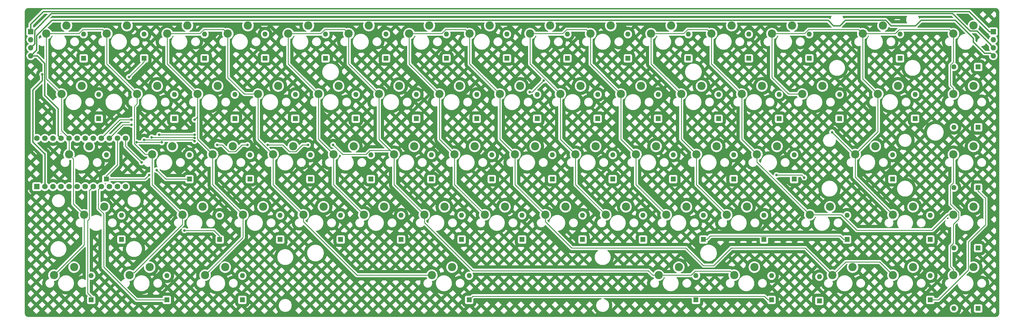
<source format=gbr>
G04 #@! TF.GenerationSoftware,KiCad,Pcbnew,(5.99.0-8711-gbabda304d9)*
G04 #@! TF.CreationDate,2021-01-31T05:21:36-06:00*
G04 #@! TF.ProjectId,65NumpadHATCHED,36354e75-6d70-4616-9448-415443484544,rev?*
G04 #@! TF.SameCoordinates,Original*
G04 #@! TF.FileFunction,Copper,L1,Top*
G04 #@! TF.FilePolarity,Positive*
%FSLAX46Y46*%
G04 Gerber Fmt 4.6, Leading zero omitted, Abs format (unit mm)*
G04 Created by KiCad (PCBNEW (5.99.0-8711-gbabda304d9)) date 2021-01-31 05:21:36*
%MOMM*%
%LPD*%
G01*
G04 APERTURE LIST*
G04 #@! TA.AperFunction,ComponentPad*
%ADD10C,2.600000*%
G04 #@! TD*
G04 #@! TA.AperFunction,ComponentPad*
%ADD11R,1.700000X1.700000*%
G04 #@! TD*
G04 #@! TA.AperFunction,ComponentPad*
%ADD12O,1.700000X1.700000*%
G04 #@! TD*
G04 #@! TA.AperFunction,ComponentPad*
%ADD13R,1.752600X1.752600*%
G04 #@! TD*
G04 #@! TA.AperFunction,ComponentPad*
%ADD14C,1.752600*%
G04 #@! TD*
G04 #@! TA.AperFunction,ComponentPad*
%ADD15R,1.600000X1.600000*%
G04 #@! TD*
G04 #@! TA.AperFunction,ComponentPad*
%ADD16O,1.600000X1.600000*%
G04 #@! TD*
G04 #@! TA.AperFunction,ViaPad*
%ADD17C,0.800000*%
G04 #@! TD*
G04 #@! TA.AperFunction,Conductor*
%ADD18C,0.254000*%
G04 #@! TD*
G04 #@! TA.AperFunction,Conductor*
%ADD19C,0.381000*%
G04 #@! TD*
G04 APERTURE END LIST*
D10*
X258921250Y-56197500D03*
X265271250Y-53657500D03*
X120808750Y-113347500D03*
X127158750Y-110807500D03*
X263683750Y-75247500D03*
X270033750Y-72707500D03*
X177958750Y-113347500D03*
X184308750Y-110807500D03*
X82708750Y-113347500D03*
X89058750Y-110807500D03*
X225583750Y-94297500D03*
X231933750Y-91757500D03*
X194627500Y-132397500D03*
X200977500Y-129857500D03*
X51752500Y-132397500D03*
X58102500Y-129857500D03*
X35083750Y-94297500D03*
X41433750Y-91757500D03*
X68421250Y-75247500D03*
X74771250Y-72707500D03*
X268446250Y-132397500D03*
X274796250Y-129857500D03*
X49371250Y-75247500D03*
X55721250Y-72707500D03*
X101758750Y-113347500D03*
X108108750Y-110807500D03*
X268446250Y-113347500D03*
X274796250Y-110807500D03*
X125571250Y-75247500D03*
X131921250Y-72707500D03*
X192246250Y-56197500D03*
X198596250Y-53657500D03*
X44608750Y-113347500D03*
X50958750Y-110807500D03*
X144621250Y-75247500D03*
X150971250Y-72707500D03*
X58896250Y-56197500D03*
X65246250Y-53657500D03*
X106521250Y-75247500D03*
X112871250Y-72707500D03*
X216058750Y-113347500D03*
X222408750Y-110807500D03*
X116046250Y-56197500D03*
X122396250Y-53657500D03*
X242252500Y-113347500D03*
X248602500Y-110807500D03*
X287496250Y-94297500D03*
X293846250Y-91757500D03*
X187483750Y-94297500D03*
X193833750Y-91757500D03*
X197008750Y-113347500D03*
X203358750Y-110807500D03*
X158908750Y-113347500D03*
X165258750Y-110807500D03*
X201771250Y-75247500D03*
X208121250Y-72707500D03*
X111283750Y-94297500D03*
X117633750Y-91757500D03*
X139858750Y-113347500D03*
X146208750Y-110807500D03*
X54133750Y-94297500D03*
X60483750Y-91757500D03*
X230346250Y-56197500D03*
X236696250Y-53657500D03*
X287496250Y-132397500D03*
X293846250Y-129857500D03*
X173196250Y-56197500D03*
X179546250Y-53657500D03*
X92233750Y-94297500D03*
X98583750Y-91757500D03*
X168433750Y-94297500D03*
X174783750Y-91757500D03*
X87471250Y-75247500D03*
X93821250Y-72707500D03*
X287496250Y-113347500D03*
X293846250Y-110807500D03*
X30321250Y-75247500D03*
X36671250Y-72707500D03*
X211296250Y-56197500D03*
X217646250Y-53657500D03*
X77946250Y-56197500D03*
X84296250Y-53657500D03*
X220821250Y-75247500D03*
X227171250Y-72707500D03*
X182721250Y-75247500D03*
X189071250Y-72707500D03*
X256540000Y-94297500D03*
X262890000Y-91757500D03*
X39846250Y-56197500D03*
X46196250Y-53657500D03*
X96996250Y-56197500D03*
X103346250Y-53657500D03*
X206533750Y-94297500D03*
X212883750Y-91757500D03*
X239871250Y-75247500D03*
X246221250Y-72707500D03*
X149383750Y-94297500D03*
X155733750Y-91757500D03*
X249396250Y-132397500D03*
X255746250Y-129857500D03*
X163671250Y-75247500D03*
X170021250Y-72707500D03*
X130333750Y-94297500D03*
X136683750Y-91757500D03*
X73183750Y-94297500D03*
X79533750Y-91757500D03*
X287496250Y-56197500D03*
X293846250Y-53657500D03*
X154146250Y-56197500D03*
X160496250Y-53657500D03*
X4127500Y-132397500D03*
X10477500Y-129857500D03*
X8890000Y-94297500D03*
X15240000Y-91757500D03*
X27940000Y-132397500D03*
X34290000Y-129857500D03*
X6508750Y-75247500D03*
X12858750Y-72707500D03*
X13652500Y-113347500D03*
X20002500Y-110807500D03*
X63658750Y-113347500D03*
X70008750Y-110807500D03*
X218440000Y-132397500D03*
X224790000Y-129857500D03*
X20796250Y-56197500D03*
X27146250Y-53657500D03*
D11*
X300037500Y-55562500D03*
D12*
X300037500Y-58102500D03*
X300037500Y-60642500D03*
X300037500Y-63182500D03*
D10*
X135096250Y-56197500D03*
X141446250Y-53657500D03*
X287496250Y-75247500D03*
X293846250Y-72707500D03*
X123190000Y-132397500D03*
X129540000Y-129857500D03*
D11*
X-3175000Y-55562500D03*
D12*
X-3175000Y-58102500D03*
X-3175000Y-60642500D03*
X-3175000Y-63182500D03*
D13*
X-1270000Y-104457500D03*
D14*
X1270000Y-104457500D03*
X3810000Y-104457500D03*
X6350000Y-104457500D03*
X8890000Y-104457500D03*
X11430000Y-104457500D03*
X13970000Y-104457500D03*
X16510000Y-104457500D03*
X19050000Y-104457500D03*
X21590000Y-104457500D03*
X24130000Y-104457500D03*
X26670000Y-104457500D03*
X26670000Y-89217500D03*
X24130000Y-89217500D03*
X21590000Y-89217500D03*
X19050000Y-89217500D03*
X16510000Y-89217500D03*
X13970000Y-89217500D03*
X11430000Y-89217500D03*
X8890000Y-89217500D03*
X6350000Y-89217500D03*
X3810000Y-89217500D03*
X1270000Y-89217500D03*
X-1270000Y-89217500D03*
D10*
X1746250Y-56197500D03*
X8096250Y-53657500D03*
D15*
X127793750Y-63976250D03*
D16*
X127793750Y-56356250D03*
D15*
X146843750Y-63976250D03*
D16*
X146843750Y-56356250D03*
D15*
X165893750Y-63976250D03*
D16*
X165893750Y-56356250D03*
D15*
X184943750Y-63976250D03*
D16*
X184943750Y-56356250D03*
D15*
X203993750Y-63976250D03*
D16*
X203993750Y-56356250D03*
D15*
X223043750Y-63976250D03*
D16*
X223043750Y-56356250D03*
D15*
X242093750Y-63976250D03*
D16*
X242093750Y-56356250D03*
D15*
X270668750Y-63976250D03*
D16*
X270668750Y-56356250D03*
D15*
X42068750Y-83026250D03*
D16*
X42068750Y-75406250D03*
D15*
X61118750Y-83026250D03*
D16*
X61118750Y-75406250D03*
D15*
X80168750Y-83026250D03*
D16*
X80168750Y-75406250D03*
D15*
X99218750Y-83026250D03*
D16*
X99218750Y-75406250D03*
D15*
X118268750Y-83026250D03*
D16*
X118268750Y-75406250D03*
D15*
X137318750Y-83026250D03*
D16*
X137318750Y-75406250D03*
D15*
X156368750Y-83026250D03*
D16*
X156368750Y-75406250D03*
D15*
X175418750Y-83026250D03*
D16*
X175418750Y-75406250D03*
D15*
X194468750Y-83026250D03*
D16*
X194468750Y-75406250D03*
D15*
X213518750Y-83026250D03*
D16*
X213518750Y-75406250D03*
D15*
X232568750Y-83026250D03*
D16*
X232568750Y-75406250D03*
D15*
X251618750Y-83026250D03*
D16*
X251618750Y-75406250D03*
D15*
X46831250Y-102076250D03*
D16*
X46831250Y-94456250D03*
D15*
X65881250Y-102076250D03*
D16*
X65881250Y-94456250D03*
D15*
X84931250Y-102076250D03*
D16*
X84931250Y-94456250D03*
D15*
X103981250Y-102076250D03*
D16*
X103981250Y-94456250D03*
D15*
X142081250Y-102076250D03*
D16*
X142081250Y-94456250D03*
D15*
X161131250Y-102076250D03*
D16*
X161131250Y-94456250D03*
D15*
X180181250Y-102076250D03*
D16*
X180181250Y-94456250D03*
D15*
X199231250Y-102076250D03*
D16*
X199231250Y-94456250D03*
D15*
X218281250Y-102076250D03*
D16*
X218281250Y-94456250D03*
D15*
X268287500Y-102076250D03*
D16*
X268287500Y-94456250D03*
D15*
X295275000Y-66675000D03*
D16*
X287655000Y-66675000D03*
D15*
X25400000Y-121126250D03*
D16*
X25400000Y-113506250D03*
D15*
X56356250Y-121126250D03*
D16*
X56356250Y-113506250D03*
D15*
X75406250Y-121126250D03*
D16*
X75406250Y-113506250D03*
D15*
X94456250Y-121126250D03*
D16*
X94456250Y-113506250D03*
D15*
X113506250Y-121126250D03*
D16*
X113506250Y-113506250D03*
D15*
X132556250Y-121126250D03*
D16*
X132556250Y-113506250D03*
D15*
X151606250Y-121126250D03*
D16*
X151606250Y-113506250D03*
D15*
X170656250Y-121126250D03*
D16*
X170656250Y-113506250D03*
D15*
X189706250Y-121126250D03*
D16*
X189706250Y-113506250D03*
D15*
X208756250Y-121126250D03*
D16*
X208756250Y-113506250D03*
D15*
X254000000Y-121126250D03*
D16*
X254000000Y-113506250D03*
D15*
X280193750Y-121126250D03*
D16*
X280193750Y-113506250D03*
D15*
X295275000Y-85725000D03*
D16*
X287655000Y-85725000D03*
D15*
X15875000Y-140176250D03*
D16*
X15875000Y-132556250D03*
D15*
X39687500Y-140176250D03*
D16*
X39687500Y-132556250D03*
D15*
X63500000Y-140176250D03*
D16*
X63500000Y-132556250D03*
D15*
X134937500Y-140176250D03*
D16*
X134937500Y-132556250D03*
D15*
X206375000Y-140176250D03*
D16*
X206375000Y-132556250D03*
D15*
X230187500Y-140176250D03*
D16*
X230187500Y-132556250D03*
D15*
X280193750Y-140176250D03*
D16*
X280193750Y-132556250D03*
D15*
X295275000Y-142875000D03*
D16*
X287655000Y-142875000D03*
D15*
X123031250Y-102076250D03*
D16*
X123031250Y-94456250D03*
D15*
X237331250Y-102076250D03*
D16*
X237331250Y-94456250D03*
D15*
X227806250Y-121126250D03*
D16*
X227806250Y-113506250D03*
D15*
X89693750Y-63976250D03*
D16*
X89693750Y-56356250D03*
D15*
X108743750Y-63976250D03*
D16*
X108743750Y-56356250D03*
D15*
X70643750Y-63976250D03*
D16*
X70643750Y-56356250D03*
D15*
X32543750Y-63976250D03*
D16*
X32543750Y-56356250D03*
D15*
X51593750Y-63976250D03*
D16*
X51593750Y-56356250D03*
D15*
X275431250Y-83026250D03*
D16*
X275431250Y-75406250D03*
D15*
X20637500Y-102076250D03*
D16*
X20637500Y-94456250D03*
D15*
X13493750Y-63976250D03*
D16*
X13493750Y-56356250D03*
D15*
X18256250Y-83026250D03*
D16*
X18256250Y-75406250D03*
D15*
X295275000Y-104775000D03*
D16*
X287655000Y-104775000D03*
D15*
X295275000Y-123825000D03*
D16*
X287655000Y-123825000D03*
D15*
X245268750Y-140493750D03*
D16*
X245268750Y-132873750D03*
D17*
X48418750Y-83343750D03*
X28575000Y-84931250D03*
X65087500Y-91281250D03*
X38100000Y-90487500D03*
X71437500Y-91281250D03*
X84137500Y-91281250D03*
X55562500Y-91281250D03*
X30162500Y-90487500D03*
X92075000Y-91281250D03*
X37306250Y-88106250D03*
X48418750Y-88106250D03*
X249237500Y-87312500D03*
X48418750Y-89106253D03*
X34925000Y-88900000D03*
X48418750Y-90106256D03*
X32543750Y-89693750D03*
X438240Y-69056250D03*
X45243750Y-118268750D03*
X31750000Y-96837500D03*
X36512500Y-99218750D03*
X34131250Y-100806250D03*
X240506250Y-101600000D03*
X231775000Y-100806250D03*
X28575000Y-83343750D03*
X27781250Y-69850000D03*
X153987500Y-74612500D03*
X158394683Y-70999067D03*
D18*
X1746250Y-56197500D02*
X1746250Y-70485000D01*
X1746250Y-56197500D02*
X11984538Y-56197500D01*
X30321250Y-77085977D02*
X30321250Y-75247500D01*
X1746250Y-70485000D02*
X6508750Y-75247500D01*
X10226699Y-95634199D02*
X10189999Y-95597499D01*
X13284537Y-54897501D02*
X19496251Y-54897501D01*
X13652500Y-113347500D02*
X10226699Y-109921699D01*
X4127500Y-132397500D02*
X13652500Y-122872500D01*
X44608750Y-116396462D02*
X29368750Y-131636462D01*
X35083750Y-94297500D02*
X35083750Y-103822500D01*
X10189999Y-95597499D02*
X8890000Y-94297500D01*
X8890000Y-94297500D02*
X8890000Y-92459023D01*
X20796250Y-65722500D02*
X30321250Y-75247500D01*
X11984538Y-56197500D02*
X13284537Y-54897501D01*
X44608750Y-113347500D02*
X44608750Y-116396462D01*
X6508750Y-86836250D02*
X6508750Y-75247500D01*
X28701038Y-131636462D02*
X27940000Y-132397500D01*
X35083750Y-94297500D02*
X32896538Y-94297500D01*
X10226699Y-109921699D02*
X10226699Y-95634199D01*
X13652500Y-122872500D02*
X13652500Y-113347500D01*
X29435499Y-79182213D02*
X30321250Y-78296462D01*
X30321250Y-78296462D02*
X30321250Y-77085977D01*
X29368750Y-131636462D02*
X28701038Y-131636462D01*
X8890000Y-92459023D02*
X8890000Y-89217500D01*
X20796250Y-56197500D02*
X20796250Y-65722500D01*
X32896538Y-94297500D02*
X29435499Y-90836461D01*
X8890000Y-89217500D02*
X6508750Y-86836250D01*
X29435499Y-90836461D02*
X29435499Y-79182213D01*
X35083750Y-103822500D02*
X44608750Y-113347500D01*
X19496251Y-54897501D02*
X20796250Y-56197500D01*
X73183750Y-94297500D02*
X73183750Y-103822500D01*
X54133750Y-94297500D02*
X54133750Y-103822500D01*
X49371250Y-75247500D02*
X49371250Y-89535000D01*
X68421250Y-75247500D02*
X68421250Y-89535000D01*
X49371250Y-89535000D02*
X54133750Y-94297500D01*
X68421250Y-89535000D02*
X73183750Y-94297500D01*
X73183750Y-103822500D02*
X82708750Y-113347500D01*
X54133750Y-103822500D02*
X63658750Y-113347500D01*
X39846250Y-65722500D02*
X49371250Y-75247500D01*
X39846250Y-56197500D02*
X39846250Y-65722500D01*
X82708750Y-115185977D02*
X82708750Y-113347500D01*
X50084538Y-56197500D02*
X51384537Y-54897501D01*
X63658750Y-120491250D02*
X63658750Y-113347500D01*
X99584788Y-132397500D02*
X82708750Y-115521462D01*
X51384537Y-54897501D02*
X57596251Y-54897501D01*
X82708750Y-115521462D02*
X82708750Y-115185977D01*
X21590000Y-89217500D02*
X25876250Y-84931250D01*
X57596251Y-54897501D02*
X58896250Y-56197500D01*
X64135000Y-75247500D02*
X68421250Y-75247500D01*
X39846250Y-56197500D02*
X50084538Y-56197500D01*
X49371250Y-82391250D02*
X49371250Y-75247500D01*
X25876250Y-84931250D02*
X28575000Y-84931250D01*
X123190000Y-132397500D02*
X99584788Y-132397500D01*
X48418750Y-83343750D02*
X49371250Y-82391250D01*
X58896250Y-70008750D02*
X64135000Y-75247500D01*
X51752500Y-132397500D02*
X63658750Y-120491250D01*
X58896250Y-56197500D02*
X58896250Y-70008750D01*
X92233750Y-94297500D02*
X92233750Y-103822500D01*
X111283750Y-94297500D02*
X111283750Y-103822500D01*
X106521250Y-75247500D02*
X106521250Y-89535000D01*
X87471250Y-75247500D02*
X87471250Y-89535000D01*
X87471250Y-89535000D02*
X92233750Y-94297500D01*
X106521250Y-89535000D02*
X111283750Y-94297500D01*
X111283750Y-103822500D02*
X120808750Y-113347500D01*
X92233750Y-103822500D02*
X101758750Y-113347500D01*
X96996250Y-65722500D02*
X106521250Y-75247500D01*
X77946250Y-65722500D02*
X87471250Y-75247500D01*
X96996250Y-56197500D02*
X96996250Y-65722500D01*
X77946250Y-56197500D02*
X77946250Y-65722500D01*
X77946250Y-56197500D02*
X88184538Y-56197500D01*
X191360273Y-130968750D02*
X192789023Y-132397500D01*
X84137500Y-91281250D02*
X82417962Y-91281250D01*
X61264711Y-93384501D02*
X59253251Y-93384501D01*
X82417962Y-91281250D02*
X80314711Y-93384501D01*
X95091250Y-94297500D02*
X92075000Y-91281250D01*
X65087500Y-91281250D02*
X63367962Y-91281250D01*
X206165787Y-131097501D02*
X217140001Y-131097501D01*
X78303251Y-93384501D02*
X76200000Y-91281250D01*
X88184538Y-56197500D02*
X89484537Y-54897501D01*
X109983751Y-92997501D02*
X103772037Y-92997501D01*
X57150000Y-91281250D02*
X55562500Y-91281250D01*
X89484537Y-54897501D02*
X95696251Y-54897501D01*
X76200000Y-91281250D02*
X71437500Y-91281250D01*
X204865788Y-132397500D02*
X206165787Y-131097501D01*
X192789023Y-132397500D02*
X194627500Y-132397500D01*
X217140001Y-131097501D02*
X218440000Y-132397500D01*
X111283750Y-94297500D02*
X109983751Y-92997501D01*
X38100000Y-90487500D02*
X30162500Y-90487500D01*
X103772037Y-92997501D02*
X102472038Y-94297500D01*
X120808750Y-113347500D02*
X120808750Y-115728750D01*
X80314711Y-93384501D02*
X78303251Y-93384501D01*
X120808750Y-115728750D02*
X136048750Y-130968750D01*
X102472038Y-94297500D02*
X95091250Y-94297500D01*
X95696251Y-54897501D02*
X96996250Y-56197500D01*
X63367962Y-91281250D02*
X61264711Y-93384501D01*
X194627500Y-132397500D02*
X204865788Y-132397500D01*
X136048750Y-130968750D02*
X191360273Y-130968750D01*
X59253251Y-93384501D02*
X57150000Y-91281250D01*
X206533750Y-94297500D02*
X206533750Y-103822500D01*
X220821250Y-75247500D02*
X220821250Y-89535000D01*
X201771250Y-75247500D02*
X201771250Y-89535000D01*
X220821250Y-89535000D02*
X225583750Y-94297500D01*
X201771250Y-89535000D02*
X206533750Y-94297500D01*
X206533750Y-103822500D02*
X216058750Y-113347500D01*
X192246250Y-65722500D02*
X201771250Y-75247500D01*
X211296250Y-65722500D02*
X220821250Y-75247500D01*
X192246250Y-56197500D02*
X192246250Y-65722500D01*
X211296250Y-56197500D02*
X211296250Y-65722500D01*
X252173288Y-113347500D02*
X257040289Y-118214501D01*
X225583750Y-94297500D02*
X225583750Y-96678750D01*
X257040289Y-118214501D02*
X280790772Y-118214501D01*
X202484538Y-56197500D02*
X203784537Y-54897501D01*
X192246250Y-56197500D02*
X202484538Y-56197500D01*
X209996251Y-54897501D02*
X211296250Y-56197500D01*
X285657773Y-113347500D02*
X287496250Y-113347500D01*
X37306250Y-88106250D02*
X48418750Y-88106250D01*
X280790772Y-118214501D02*
X285657773Y-113347500D01*
X242252500Y-113347500D02*
X252173288Y-113347500D01*
X203784537Y-54897501D02*
X209996251Y-54897501D01*
X225583750Y-96678750D02*
X242252500Y-113347500D01*
X287496250Y-65165788D02*
X286527999Y-66134039D01*
X230346250Y-56197500D02*
X230346250Y-70008750D01*
X287496250Y-56197500D02*
X287496250Y-65165788D01*
X256222500Y-94297500D02*
X256540000Y-94297500D01*
X258921250Y-56197500D02*
X269159538Y-56197500D01*
X258921250Y-70485000D02*
X263683750Y-75247500D01*
X256540000Y-101441250D02*
X268446250Y-113347500D01*
X257621251Y-54897501D02*
X258921250Y-56197500D01*
X286527999Y-66134039D02*
X286527999Y-72440772D01*
X286527999Y-72440772D02*
X287496250Y-73409023D01*
X263683750Y-75247500D02*
X263683750Y-87153750D01*
X240584538Y-56197500D02*
X241884537Y-54897501D01*
X286196251Y-54897501D02*
X287496250Y-56197500D01*
X270459537Y-54897501D02*
X286196251Y-54897501D01*
X269159538Y-56197500D02*
X270459537Y-54897501D01*
X230346250Y-56197500D02*
X240584538Y-56197500D01*
X258921250Y-56197500D02*
X258921250Y-70485000D01*
X256540000Y-94297500D02*
X256540000Y-101441250D01*
X235585000Y-75247500D02*
X239871250Y-75247500D01*
X263683750Y-87153750D02*
X256540000Y-94297500D01*
X241884537Y-54897501D02*
X257621251Y-54897501D01*
X230346250Y-70008750D02*
X235585000Y-75247500D01*
X249237500Y-87312500D02*
X256222500Y-94297500D01*
X287496250Y-73409023D02*
X287496250Y-75247500D01*
X168433750Y-94297500D02*
X168433750Y-103822500D01*
X187483750Y-94297500D02*
X187483750Y-103822500D01*
X182721250Y-75247500D02*
X182721250Y-89535000D01*
X163671250Y-75247500D02*
X163671250Y-89535000D01*
X182721250Y-89535000D02*
X187483750Y-94297500D01*
X163671250Y-89535000D02*
X168433750Y-94297500D01*
X187483750Y-103822500D02*
X197008750Y-113347500D01*
X168433750Y-103822500D02*
X177958750Y-113347500D01*
X173196250Y-65722500D02*
X182721250Y-75247500D01*
X154146250Y-65722500D02*
X163671250Y-75247500D01*
X154146250Y-56197500D02*
X154146250Y-65722500D01*
X173196250Y-56197500D02*
X173196250Y-65722500D01*
X286527999Y-104234039D02*
X286527999Y-109971287D01*
X287428251Y-116321537D02*
X287428251Y-122383787D01*
X287496250Y-130559023D02*
X287496250Y-132397500D01*
X286527999Y-129590772D02*
X287496250Y-130559023D01*
X289123251Y-112566539D02*
X289123251Y-114626537D01*
X289123251Y-114626537D02*
X287428251Y-116321537D01*
X165684537Y-54897501D02*
X171896251Y-54897501D01*
X164384538Y-56197500D02*
X165684537Y-54897501D01*
X287496250Y-94297500D02*
X287496250Y-103265788D01*
X286527999Y-123284039D02*
X286527999Y-129590772D01*
X154146250Y-56197500D02*
X164384538Y-56197500D01*
X34925000Y-88900000D02*
X48212497Y-88900000D01*
X48212497Y-88900000D02*
X48418750Y-89106253D01*
X171896251Y-54897501D02*
X173196250Y-56197500D01*
X286527999Y-109971287D02*
X289123251Y-112566539D01*
X287428251Y-122383787D02*
X286527999Y-123284039D01*
X287496250Y-103265788D02*
X286527999Y-104234039D01*
X130333750Y-94297500D02*
X130333750Y-103822500D01*
X149383750Y-94297500D02*
X149383750Y-103822500D01*
X144621250Y-75247500D02*
X144621250Y-89535000D01*
X125571250Y-75247500D02*
X125571250Y-89535000D01*
X144621250Y-89535000D02*
X149383750Y-94297500D01*
X125571250Y-89535000D02*
X130333750Y-94297500D01*
X130333750Y-103822500D02*
X139858750Y-113347500D01*
X149383750Y-103822500D02*
X158908750Y-113347500D01*
X135096250Y-65722500D02*
X144621250Y-75247500D01*
X116046250Y-65722500D02*
X125571250Y-75247500D01*
X135096250Y-56197500D02*
X135096250Y-65722500D01*
X116046250Y-56197500D02*
X116046250Y-65722500D01*
X240823750Y-123825000D02*
X249396250Y-132397500D01*
X203200000Y-123825000D02*
X208756250Y-129381250D01*
X127584537Y-54897501D02*
X133796251Y-54897501D01*
X217487500Y-123825000D02*
X240823750Y-123825000D01*
X264279249Y-128230499D02*
X267146251Y-131097501D01*
X208756250Y-129381250D02*
X211931250Y-129381250D01*
X249396250Y-132397500D02*
X253563251Y-128230499D01*
X158908750Y-115521462D02*
X167212288Y-123825000D01*
X267146251Y-131097501D02*
X268446250Y-132397500D01*
X167212288Y-123825000D02*
X203200000Y-123825000D01*
X32543750Y-89693750D02*
X47930285Y-89693750D01*
X48342791Y-90106256D02*
X48418750Y-90106256D01*
X47930285Y-89693750D02*
X48342791Y-90106256D01*
X158908750Y-113347500D02*
X158908750Y-115521462D01*
X126284538Y-56197500D02*
X127584537Y-54897501D01*
X116046250Y-56197500D02*
X126284538Y-56197500D01*
X253563251Y-128230499D02*
X264279249Y-128230499D01*
X211931250Y-129381250D02*
X217487500Y-123825000D01*
X133796251Y-54897501D02*
X135096250Y-56197500D01*
D19*
X793750Y-49212500D02*
X-3175000Y-53181250D01*
X-2536801Y-73974301D02*
X-2536801Y-90331949D01*
X292456500Y-49212500D02*
X291306250Y-49212500D01*
X300037500Y-55562500D02*
X298806500Y-55562500D01*
X438240Y-70999260D02*
X-2536801Y-73974301D01*
X1270000Y-104457500D02*
X1270000Y-93980000D01*
X-3175000Y-53181250D02*
X-3175000Y-55562500D01*
X291306250Y-49212500D02*
X793750Y-49212500D01*
X438240Y-69056250D02*
X438240Y-70999260D01*
X298806500Y-55562500D02*
X292456500Y-49212500D01*
X1111250Y-93980000D02*
X1270000Y-93980000D01*
X-2536801Y-90331949D02*
X1111250Y-93980000D01*
X-2325001Y-59792501D02*
X-3175000Y-60642500D01*
X3343251Y-49837999D02*
X-1934499Y-55115749D01*
X-1934499Y-59401999D02*
X-2325001Y-59792501D01*
X292679251Y-55348001D02*
X287169249Y-49837999D01*
X300037500Y-60642500D02*
X299187501Y-59792501D01*
X-1934499Y-55115749D02*
X-1934499Y-59401999D01*
X287169249Y-49837999D02*
X3343251Y-49837999D01*
X299187501Y-59792501D02*
X299187501Y-59665809D01*
X294869693Y-55348001D02*
X292679251Y-55348001D01*
X299187501Y-59665809D02*
X294869693Y-55348001D01*
X266082691Y-51966999D02*
X253443963Y-51966999D01*
X297282501Y-62332501D02*
X293696751Y-58746751D01*
X-1353489Y-56795297D02*
X-1353489Y-61360989D01*
X3474809Y-51966999D02*
X-1353489Y-56795297D01*
X275556461Y-53667001D02*
X267782693Y-53667001D01*
X1228740Y-75650432D02*
X5473701Y-79895393D01*
X277256463Y-51966999D02*
X275556461Y-53667001D01*
X300037500Y-63182500D02*
X299187501Y-62332501D01*
X293696751Y-58746751D02*
X293696751Y-57590059D01*
X-3175000Y-63182500D02*
X-1111250Y-63182500D01*
X267782693Y-53667001D02*
X266082691Y-51966999D01*
X-1111250Y-63182500D02*
X1228740Y-65522490D01*
X5473701Y-88341201D02*
X6350000Y-89217500D01*
X288073691Y-51966999D02*
X287758001Y-51966999D01*
X253443963Y-51966999D02*
X251743961Y-53667001D01*
X-2325001Y-62332501D02*
X-3175000Y-63182500D01*
X248023249Y-51966999D02*
X3474809Y-51966999D01*
X249723251Y-53667001D02*
X248023249Y-51966999D01*
X1228740Y-65522490D02*
X1228740Y-75650432D01*
X5473701Y-79895393D02*
X5473701Y-88341201D01*
X-1353489Y-61360989D02*
X-2325001Y-62332501D01*
X299187501Y-62332501D02*
X297282501Y-62332501D01*
X293696751Y-57590059D02*
X288073691Y-51966999D01*
X287758001Y-51966999D02*
X277256463Y-51966999D01*
X251743961Y-53667001D02*
X249723251Y-53667001D01*
D18*
X15279501Y-105687999D02*
X15279501Y-114635565D01*
X15279501Y-114635565D02*
X14747999Y-115167067D01*
X16510000Y-104457500D02*
X15279501Y-105687999D01*
X14747999Y-137995249D02*
X15875000Y-139122250D01*
X14747999Y-115167067D02*
X14747999Y-137995249D01*
X15875000Y-139122250D02*
X15875000Y-140176250D01*
X297588251Y-108142251D02*
X295275000Y-105829000D01*
X280193750Y-140176250D02*
X282766462Y-140176250D01*
X19783401Y-112996363D02*
X18173701Y-111386663D01*
X297588251Y-116464461D02*
X297588251Y-108142251D01*
X282766462Y-140176250D02*
X292219249Y-130723463D01*
X292219249Y-130723463D02*
X292219249Y-121833463D01*
X292219249Y-121833463D02*
X297588251Y-116464461D01*
X134937500Y-140176250D02*
X136064511Y-139049239D01*
X229076250Y-140176250D02*
X230187500Y-140176250D01*
X30129788Y-140176250D02*
X19783401Y-129829863D01*
X227949239Y-139049239D02*
X229076250Y-140176250D01*
X18173701Y-105333799D02*
X19050000Y-104457500D01*
X136064511Y-139049239D02*
X227949239Y-139049239D01*
X19783401Y-129829863D02*
X19783401Y-112996363D01*
X18173701Y-111386663D02*
X18173701Y-105333799D01*
X39687500Y-140176250D02*
X30129788Y-140176250D01*
X295275000Y-105829000D02*
X295275000Y-104775000D01*
X209810250Y-121126250D02*
X210937251Y-119999249D01*
X252946000Y-121126250D02*
X254000000Y-121126250D01*
X208756250Y-121126250D02*
X209810250Y-121126250D01*
X54552750Y-118268750D02*
X56356250Y-120072250D01*
X251818999Y-119999249D02*
X252946000Y-121126250D01*
X210937251Y-119999249D02*
X251818999Y-119999249D01*
X56356250Y-120072250D02*
X56356250Y-121126250D01*
X45243750Y-118268750D02*
X54552750Y-118268750D01*
X31750000Y-96837500D02*
X26670000Y-91757500D01*
X26670000Y-91757500D02*
X26670000Y-89217500D01*
X39370000Y-102076250D02*
X36512500Y-99218750D01*
X46831250Y-102076250D02*
X39370000Y-102076250D01*
X24130000Y-90456775D02*
X24130000Y-89217500D01*
X20637500Y-101022250D02*
X24130000Y-97529750D01*
X20637500Y-102076250D02*
X20637500Y-101022250D01*
X239712500Y-100806250D02*
X231775000Y-100806250D01*
X240506250Y-101600000D02*
X239712500Y-100806250D01*
X20637500Y-102076250D02*
X32861250Y-102076250D01*
X32861250Y-102076250D02*
X34131250Y-100806250D01*
X24130000Y-97529750D02*
X24130000Y-90456775D01*
X19050000Y-89217500D02*
X24923750Y-83343750D01*
X24923750Y-83343750D02*
X28575000Y-83343750D01*
X32543750Y-63976250D02*
X32543750Y-65087500D01*
X32543750Y-65087500D02*
X27781250Y-69850000D01*
X153987500Y-74612500D02*
X154781250Y-74612500D01*
X154781250Y-74612500D02*
X158394683Y-70999067D01*
G04 #@! TA.AperFunction,NonConductor*
G36*
X286895645Y-50557001D02*
G01*
X286916619Y-50573904D01*
X287395619Y-51052904D01*
X287429645Y-51115216D01*
X287424580Y-51186031D01*
X287382033Y-51242867D01*
X287315513Y-51267678D01*
X287306524Y-51267999D01*
X277283097Y-51267999D01*
X277274528Y-51267707D01*
X277227195Y-51264480D01*
X277227191Y-51264480D01*
X277219619Y-51263964D01*
X277212142Y-51265269D01*
X277212140Y-51265269D01*
X277173510Y-51272011D01*
X277157573Y-51274793D01*
X277151089Y-51275750D01*
X277088535Y-51283320D01*
X277081434Y-51286003D01*
X277077966Y-51286855D01*
X277063897Y-51290704D01*
X277060462Y-51291741D01*
X277052985Y-51293046D01*
X277046035Y-51296097D01*
X277046031Y-51296098D01*
X276995309Y-51318363D01*
X276989204Y-51320854D01*
X276930303Y-51343112D01*
X276924043Y-51347414D01*
X276920868Y-51349074D01*
X276908121Y-51356169D01*
X276905057Y-51357981D01*
X276898098Y-51361036D01*
X276887257Y-51369355D01*
X276848139Y-51399371D01*
X276842803Y-51403248D01*
X276822314Y-51417330D01*
X276754845Y-51439431D01*
X276686138Y-51421546D01*
X276638007Y-51369355D01*
X276627699Y-51339688D01*
X276614110Y-51275756D01*
X276596071Y-51190889D01*
X276498849Y-50923774D01*
X276391645Y-50722152D01*
X276377325Y-50652615D01*
X276402873Y-50586374D01*
X276460178Y-50544462D01*
X276502896Y-50536999D01*
X286827524Y-50536999D01*
X286895645Y-50557001D01*
G37*
G04 #@! TD.AperFunction*
G04 #@! TA.AperFunction,NonConductor*
G36*
X249028617Y-50557001D02*
G01*
X249075110Y-50610657D01*
X249085214Y-50680931D01*
X249067350Y-50729768D01*
X249025994Y-50795952D01*
X248910376Y-51055634D01*
X248909164Y-51059861D01*
X248842300Y-51293045D01*
X248832024Y-51328880D01*
X248831413Y-51333230D01*
X248831412Y-51333233D01*
X248810715Y-51480501D01*
X248781427Y-51545175D01*
X248721823Y-51583748D01*
X248650826Y-51583973D01*
X248596846Y-51552060D01*
X248536360Y-51491574D01*
X248530506Y-51485309D01*
X248516222Y-51468935D01*
X248494317Y-51443825D01*
X248442776Y-51407601D01*
X248437516Y-51403695D01*
X248387940Y-51364822D01*
X248381015Y-51361695D01*
X248377956Y-51359843D01*
X248365294Y-51352621D01*
X248362143Y-51350931D01*
X248355925Y-51346561D01*
X248297239Y-51323680D01*
X248291161Y-51321125D01*
X248251935Y-51303414D01*
X248233774Y-51295214D01*
X248226307Y-51293830D01*
X248222890Y-51292759D01*
X248208847Y-51288759D01*
X248205403Y-51287875D01*
X248198327Y-51285116D01*
X248167747Y-51281090D01*
X248135883Y-51276895D01*
X248129369Y-51275863D01*
X248074921Y-51265772D01*
X248074920Y-51265772D01*
X248067453Y-51264388D01*
X248059873Y-51264825D01*
X248059872Y-51264825D01*
X248008457Y-51267790D01*
X248001203Y-51267999D01*
X3501454Y-51267999D01*
X3492884Y-51267707D01*
X3491687Y-51267625D01*
X3437965Y-51263963D01*
X3430489Y-51265268D01*
X3430483Y-51265268D01*
X3375906Y-51274793D01*
X3369383Y-51275756D01*
X3342995Y-51278950D01*
X3306881Y-51283320D01*
X3299775Y-51286005D01*
X3296266Y-51286867D01*
X3282259Y-51290699D01*
X3278815Y-51291739D01*
X3271331Y-51293045D01*
X3264376Y-51296098D01*
X3264373Y-51296099D01*
X3213671Y-51318356D01*
X3207565Y-51320848D01*
X3178577Y-51331802D01*
X3107784Y-51337171D01*
X3045326Y-51303414D01*
X3011034Y-51241249D01*
X3015794Y-51170412D01*
X3044943Y-51124842D01*
X3595881Y-50573904D01*
X3658193Y-50539878D01*
X3684976Y-50536999D01*
X248960496Y-50536999D01*
X249028617Y-50557001D01*
G37*
G04 #@! TD.AperFunction*
G04 #@! TA.AperFunction,NonConductor*
G36*
X272841117Y-50557001D02*
G01*
X272887610Y-50610657D01*
X272897714Y-50680931D01*
X272879850Y-50729768D01*
X272838494Y-50795952D01*
X272722876Y-51055634D01*
X272721664Y-51059861D01*
X272654800Y-51293045D01*
X272644524Y-51328880D01*
X272643913Y-51333230D01*
X272643912Y-51333233D01*
X272638814Y-51369509D01*
X272604963Y-51610371D01*
X272604963Y-51894629D01*
X272644524Y-52176120D01*
X272722876Y-52449366D01*
X272838494Y-52709048D01*
X272871394Y-52761698D01*
X272879850Y-52775231D01*
X272898986Y-52843600D01*
X272878121Y-52911461D01*
X272823880Y-52957270D01*
X272772996Y-52968001D01*
X268124418Y-52968001D01*
X268056297Y-52947999D01*
X268035323Y-52931096D01*
X267326099Y-52221871D01*
X267040448Y-51936220D01*
X268739624Y-51936220D01*
X268757405Y-51954001D01*
X270879935Y-51954001D01*
X270897716Y-51936220D01*
X270512495Y-51550999D01*
X269124845Y-51550999D01*
X268739624Y-51936220D01*
X267040448Y-51936220D01*
X266595802Y-51491574D01*
X266589948Y-51485309D01*
X266575664Y-51468935D01*
X266553759Y-51443825D01*
X266502218Y-51407601D01*
X266496958Y-51403695D01*
X266447382Y-51364822D01*
X266440457Y-51361695D01*
X266437398Y-51359843D01*
X266424736Y-51352621D01*
X266421585Y-51350931D01*
X266415367Y-51346561D01*
X266356681Y-51323680D01*
X266350603Y-51321125D01*
X266311377Y-51303414D01*
X266293216Y-51295214D01*
X266285749Y-51293830D01*
X266282332Y-51292759D01*
X266268289Y-51288759D01*
X266264845Y-51287875D01*
X266257769Y-51285116D01*
X266227189Y-51281090D01*
X266195325Y-51276895D01*
X266188811Y-51275863D01*
X266134363Y-51265772D01*
X266134362Y-51265772D01*
X266126895Y-51264388D01*
X266119315Y-51264825D01*
X266119314Y-51264825D01*
X266067899Y-51267790D01*
X266060645Y-51267999D01*
X253470597Y-51267999D01*
X253462028Y-51267707D01*
X253414695Y-51264480D01*
X253414691Y-51264480D01*
X253407119Y-51263964D01*
X253399642Y-51265269D01*
X253399640Y-51265269D01*
X253361010Y-51272011D01*
X253345073Y-51274793D01*
X253338589Y-51275750D01*
X253276035Y-51283320D01*
X253268934Y-51286003D01*
X253265466Y-51286855D01*
X253251397Y-51290704D01*
X253247962Y-51291741D01*
X253240485Y-51293046D01*
X253233535Y-51296097D01*
X253233531Y-51296098D01*
X253182809Y-51318363D01*
X253176704Y-51320854D01*
X253117803Y-51343112D01*
X253111543Y-51347414D01*
X253108368Y-51349074D01*
X253095621Y-51356169D01*
X253092557Y-51357981D01*
X253085598Y-51361036D01*
X253074757Y-51369355D01*
X253035639Y-51399371D01*
X253030303Y-51403248D01*
X253009814Y-51417330D01*
X252942345Y-51439431D01*
X252873638Y-51421546D01*
X252825507Y-51369355D01*
X252815199Y-51339688D01*
X252801610Y-51275756D01*
X252783571Y-51190889D01*
X252686349Y-50923774D01*
X252579145Y-50722152D01*
X252564825Y-50652615D01*
X252590373Y-50586374D01*
X252647678Y-50544462D01*
X252690396Y-50536999D01*
X272772996Y-50536999D01*
X272841117Y-50557001D01*
G37*
G04 #@! TD.AperFunction*
G04 #@! TA.AperFunction,NonConductor*
G36*
X292182896Y-49931502D02*
G01*
X292203870Y-49948405D01*
X293888579Y-51633114D01*
X293922605Y-51695426D01*
X293917540Y-51766241D01*
X293874993Y-51823077D01*
X293808473Y-51847888D01*
X293797836Y-51848198D01*
X293740216Y-51847444D01*
X293740213Y-51847444D01*
X293735538Y-51847383D01*
X293469202Y-51883629D01*
X293464712Y-51884938D01*
X293464706Y-51884939D01*
X293354805Y-51916973D01*
X293211149Y-51958845D01*
X293206902Y-51960803D01*
X293206899Y-51960804D01*
X293115119Y-52003115D01*
X292967048Y-52071377D01*
X292963139Y-52073940D01*
X292746174Y-52216188D01*
X292746169Y-52216192D01*
X292742261Y-52218754D01*
X292541727Y-52397737D01*
X292369852Y-52604395D01*
X292230410Y-52834188D01*
X292228601Y-52838502D01*
X292228600Y-52838504D01*
X292132106Y-53068616D01*
X292126465Y-53082068D01*
X292125314Y-53086600D01*
X292125313Y-53086603D01*
X292114399Y-53129578D01*
X292060301Y-53342589D01*
X292051109Y-53433880D01*
X292050513Y-53439795D01*
X292023787Y-53505569D01*
X291965743Y-53546452D01*
X291894811Y-53549464D01*
X291836052Y-53516266D01*
X288446381Y-50126595D01*
X288412355Y-50064283D01*
X288417420Y-49993468D01*
X288459967Y-49936632D01*
X288526487Y-49911821D01*
X288535476Y-49911500D01*
X292114775Y-49911500D01*
X292182896Y-49931502D01*
G37*
G04 #@! TD.AperFunction*
G04 #@! TA.AperFunction,NonConductor*
G36*
X2045146Y-49931502D02*
G01*
X2091639Y-49985158D01*
X2101743Y-50055432D01*
X2072249Y-50120012D01*
X2066120Y-50126595D01*
X-2013270Y-54205984D01*
X-2075582Y-54240010D01*
X-2146398Y-54234945D01*
X-2154697Y-54231506D01*
X-2180330Y-54219800D01*
X-2200053Y-54216964D01*
X-2320552Y-54199639D01*
X-2320559Y-54199638D01*
X-2325000Y-54199000D01*
X-2350000Y-54199000D01*
X-2418121Y-54178998D01*
X-2464614Y-54125342D01*
X-2476000Y-54073000D01*
X-2476000Y-53522975D01*
X-2455998Y-53454854D01*
X-2439095Y-53433880D01*
X1046381Y-49948405D01*
X1108693Y-49914379D01*
X1135476Y-49911500D01*
X1977025Y-49911500D01*
X2045146Y-49931502D01*
G37*
G04 #@! TD.AperFunction*
G04 #@! TA.AperFunction,NonConductor*
G36*
X267183901Y-54068655D02*
G01*
X267221884Y-54094728D01*
X267269582Y-54142426D01*
X267275436Y-54148691D01*
X267311625Y-54190175D01*
X267363166Y-54226399D01*
X267368426Y-54230305D01*
X267418002Y-54269178D01*
X267424927Y-54272305D01*
X267427986Y-54274157D01*
X267440648Y-54281379D01*
X267443799Y-54283069D01*
X267450017Y-54287439D01*
X267489229Y-54302727D01*
X267508701Y-54310319D01*
X267514779Y-54312874D01*
X267572168Y-54338786D01*
X267579635Y-54340170D01*
X267583052Y-54341241D01*
X267597095Y-54345241D01*
X267600539Y-54346125D01*
X267607615Y-54348884D01*
X267638195Y-54352910D01*
X267670059Y-54357105D01*
X267676573Y-54358137D01*
X267731021Y-54368228D01*
X267738489Y-54369612D01*
X267746069Y-54369175D01*
X267746070Y-54369175D01*
X267797491Y-54366210D01*
X267804744Y-54366001D01*
X269788115Y-54366001D01*
X269856236Y-54386003D01*
X269902729Y-54439659D01*
X269912833Y-54509933D01*
X269883339Y-54574513D01*
X269877225Y-54581081D01*
X268933208Y-55525097D01*
X268870898Y-55559121D01*
X268844115Y-55562000D01*
X266032360Y-55562000D01*
X265964239Y-55541998D01*
X265917746Y-55488342D01*
X265907642Y-55418068D01*
X265937136Y-55353488D01*
X265982622Y-55320232D01*
X266104337Y-55267939D01*
X266104339Y-55267938D01*
X266108631Y-55266094D01*
X266235701Y-55187461D01*
X266333226Y-55127111D01*
X266333230Y-55127108D01*
X266337199Y-55124652D01*
X266462272Y-55018770D01*
X266538782Y-54954000D01*
X266538784Y-54953998D01*
X266542349Y-54950980D01*
X266719575Y-54748892D01*
X266740092Y-54716996D01*
X266862457Y-54526757D01*
X266864985Y-54522827D01*
X266975383Y-54277754D01*
X266979405Y-54263493D01*
X267011520Y-54149621D01*
X267049261Y-54089488D01*
X267113523Y-54059305D01*
X267183901Y-54068655D01*
G37*
G04 #@! TD.AperFunction*
G04 #@! TA.AperFunction,NonConductor*
G36*
X263604593Y-52686001D02*
G01*
X263651086Y-52739657D01*
X263661190Y-52809931D01*
X263652669Y-52840724D01*
X263646409Y-52855653D01*
X263557106Y-53068616D01*
X263551465Y-53082068D01*
X263550314Y-53086600D01*
X263550313Y-53086603D01*
X263539399Y-53129578D01*
X263485301Y-53342589D01*
X263458371Y-53610028D01*
X263458595Y-53614694D01*
X263458595Y-53614700D01*
X263462335Y-53692554D01*
X263471268Y-53878510D01*
X263472181Y-53883100D01*
X263518919Y-54118069D01*
X263523706Y-54142137D01*
X263525285Y-54146535D01*
X263525287Y-54146542D01*
X263579279Y-54296920D01*
X263614535Y-54395117D01*
X263616747Y-54399234D01*
X263616748Y-54399236D01*
X263671323Y-54500804D01*
X263741760Y-54631893D01*
X263744551Y-54635630D01*
X263744555Y-54635637D01*
X263831385Y-54751916D01*
X263902584Y-54847263D01*
X263905893Y-54850543D01*
X263905898Y-54850549D01*
X264090159Y-55033208D01*
X264093476Y-55036496D01*
X264097238Y-55039254D01*
X264097241Y-55039257D01*
X264293833Y-55183404D01*
X264310241Y-55195435D01*
X264314372Y-55197609D01*
X264314373Y-55197609D01*
X264543984Y-55318413D01*
X264543990Y-55318415D01*
X264548119Y-55320588D01*
X264549349Y-55321017D01*
X264603164Y-55365954D01*
X264624408Y-55433697D01*
X264605654Y-55502172D01*
X264552857Y-55549638D01*
X264498429Y-55562000D01*
X260700759Y-55562000D01*
X260632638Y-55541998D01*
X260586145Y-55488342D01*
X260583326Y-55481667D01*
X260559781Y-55421122D01*
X260558088Y-55416768D01*
X260555770Y-55412712D01*
X260427029Y-55187461D01*
X260427027Y-55187459D01*
X260424710Y-55183404D01*
X260258302Y-54972317D01*
X260062523Y-54788146D01*
X259841671Y-54634936D01*
X259696536Y-54563363D01*
X259604785Y-54518116D01*
X259604781Y-54518115D01*
X259600599Y-54516052D01*
X259344603Y-54434107D01*
X259194701Y-54409694D01*
X259083919Y-54391652D01*
X259083918Y-54391652D01*
X259079307Y-54390901D01*
X258944923Y-54389142D01*
X258815215Y-54387444D01*
X258815212Y-54387444D01*
X258810538Y-54387383D01*
X258544202Y-54423629D01*
X258539712Y-54424938D01*
X258539706Y-54424939D01*
X258359486Y-54477469D01*
X258286149Y-54498845D01*
X258281901Y-54500803D01*
X258281894Y-54500806D01*
X258254948Y-54513229D01*
X258184711Y-54523585D01*
X258120025Y-54494324D01*
X258114894Y-54489093D01*
X258114765Y-54489231D01*
X258066132Y-54443562D01*
X258063290Y-54440807D01*
X258042630Y-54420147D01*
X258039504Y-54417722D01*
X258039497Y-54417716D01*
X258039095Y-54417405D01*
X258030066Y-54409694D01*
X258003503Y-54384750D01*
X257997727Y-54379326D01*
X257979897Y-54369524D01*
X257963374Y-54358670D01*
X257961911Y-54357535D01*
X257947292Y-54346195D01*
X257906566Y-54328571D01*
X257895919Y-54323355D01*
X257857035Y-54301979D01*
X257837330Y-54296920D01*
X257818621Y-54290515D01*
X257807218Y-54285580D01*
X257807215Y-54285579D01*
X257799945Y-54282433D01*
X257792120Y-54281194D01*
X257792118Y-54281193D01*
X257756123Y-54275492D01*
X257744502Y-54273085D01*
X257711599Y-54264638D01*
X257701527Y-54262052D01*
X257700716Y-54262001D01*
X257680855Y-54262001D01*
X257661145Y-54260450D01*
X257649199Y-54258558D01*
X257641370Y-54257318D01*
X257614646Y-54259844D01*
X257597739Y-54261442D01*
X257585882Y-54262001D01*
X252441686Y-54262001D01*
X252373565Y-54241999D01*
X252327072Y-54188343D01*
X252316968Y-54118069D01*
X252346462Y-54053489D01*
X252352591Y-54046906D01*
X252719499Y-53679999D01*
X260197873Y-53679999D01*
X260290154Y-53725507D01*
X260294307Y-53727652D01*
X260344034Y-53754512D01*
X260348103Y-53756809D01*
X260364193Y-53766287D01*
X260368173Y-53768731D01*
X260415758Y-53799192D01*
X260419646Y-53801784D01*
X260640498Y-53954994D01*
X260644289Y-53957729D01*
X260689489Y-53991636D01*
X260693173Y-53994508D01*
X260707687Y-54006261D01*
X260711263Y-54009269D01*
X260753836Y-54046440D01*
X260757299Y-54049578D01*
X260953078Y-54233749D01*
X260956421Y-54237012D01*
X260996116Y-54277229D01*
X260999337Y-54280617D01*
X261011954Y-54294386D01*
X261015047Y-54297890D01*
X261051653Y-54340941D01*
X261054613Y-54344555D01*
X261165066Y-54484664D01*
X261917459Y-53732271D01*
X261865187Y-53679999D01*
X260197873Y-53679999D01*
X252719499Y-53679999D01*
X253005398Y-53394100D01*
X253696594Y-52702904D01*
X253758906Y-52668878D01*
X253785689Y-52665999D01*
X263536472Y-52665999D01*
X263604593Y-52686001D01*
G37*
G04 #@! TD.AperFunction*
G04 #@! TA.AperFunction,NonConductor*
G36*
X6429593Y-52686001D02*
G01*
X6476086Y-52739657D01*
X6486190Y-52809931D01*
X6477669Y-52840724D01*
X6471409Y-52855653D01*
X6382106Y-53068616D01*
X6376465Y-53082068D01*
X6375314Y-53086600D01*
X6375313Y-53086603D01*
X6364399Y-53129578D01*
X6310301Y-53342589D01*
X6283371Y-53610028D01*
X6283595Y-53614694D01*
X6283595Y-53614700D01*
X6287335Y-53692554D01*
X6296268Y-53878510D01*
X6297181Y-53883100D01*
X6343919Y-54118069D01*
X6348706Y-54142137D01*
X6350285Y-54146535D01*
X6350287Y-54146542D01*
X6404279Y-54296920D01*
X6439535Y-54395117D01*
X6441747Y-54399234D01*
X6441748Y-54399236D01*
X6496323Y-54500804D01*
X6566760Y-54631893D01*
X6569551Y-54635630D01*
X6569555Y-54635637D01*
X6656385Y-54751916D01*
X6727584Y-54847263D01*
X6730893Y-54850543D01*
X6730898Y-54850549D01*
X6915159Y-55033208D01*
X6918476Y-55036496D01*
X6922238Y-55039254D01*
X6922241Y-55039257D01*
X7118833Y-55183404D01*
X7135241Y-55195435D01*
X7139372Y-55197609D01*
X7139373Y-55197609D01*
X7368984Y-55318413D01*
X7368990Y-55318415D01*
X7373119Y-55320588D01*
X7374349Y-55321017D01*
X7428164Y-55365954D01*
X7449408Y-55433697D01*
X7430654Y-55502172D01*
X7377857Y-55549638D01*
X7323429Y-55562000D01*
X3525759Y-55562000D01*
X3457638Y-55541998D01*
X3411145Y-55488342D01*
X3408326Y-55481667D01*
X3384781Y-55421122D01*
X3383088Y-55416768D01*
X3380770Y-55412712D01*
X3252029Y-55187461D01*
X3252027Y-55187459D01*
X3249710Y-55183404D01*
X3083302Y-54972317D01*
X2887523Y-54788146D01*
X2666671Y-54634936D01*
X2521536Y-54563363D01*
X2429785Y-54518116D01*
X2429781Y-54518115D01*
X2425599Y-54516052D01*
X2364366Y-54496451D01*
X2235062Y-54455060D01*
X2176282Y-54415242D01*
X2148360Y-54349967D01*
X2160161Y-54279958D01*
X2184380Y-54245963D01*
X3727439Y-52702904D01*
X3789751Y-52668878D01*
X3816534Y-52665999D01*
X6361472Y-52665999D01*
X6429593Y-52686001D01*
G37*
G04 #@! TD.AperFunction*
G04 #@! TA.AperFunction,NonConductor*
G36*
X247749645Y-52686001D02*
G01*
X247770619Y-52702904D01*
X249114620Y-54046906D01*
X249148646Y-54109218D01*
X249143581Y-54180034D01*
X249101034Y-54236869D01*
X249034514Y-54261680D01*
X249025525Y-54262001D01*
X241963020Y-54262001D01*
X241952176Y-54261490D01*
X241944813Y-54259844D01*
X241878149Y-54261939D01*
X241874191Y-54262001D01*
X241844957Y-54262001D01*
X241841032Y-54262497D01*
X241841030Y-54262497D01*
X241840865Y-54262518D01*
X241840506Y-54262563D01*
X241828688Y-54263493D01*
X241792261Y-54264638D01*
X241792260Y-54264638D01*
X241784341Y-54264887D01*
X241764791Y-54270567D01*
X241745458Y-54274570D01*
X241725251Y-54277123D01*
X241717879Y-54280042D01*
X241717874Y-54280043D01*
X241683996Y-54293456D01*
X241672769Y-54297300D01*
X241637781Y-54307466D01*
X241630164Y-54309679D01*
X241623341Y-54313714D01*
X241623339Y-54313715D01*
X241612644Y-54320040D01*
X241594897Y-54328735D01*
X241575974Y-54336227D01*
X241569558Y-54340888D01*
X241569557Y-54340889D01*
X241540088Y-54362300D01*
X241530164Y-54368819D01*
X241497113Y-54388365D01*
X241497110Y-54388367D01*
X241491970Y-54391407D01*
X241491361Y-54391945D01*
X241477323Y-54405983D01*
X241462289Y-54418824D01*
X241452498Y-54425937D01*
X241452495Y-54425940D01*
X241446085Y-54430597D01*
X241425847Y-54455060D01*
X241418138Y-54464379D01*
X241410148Y-54473158D01*
X240358210Y-55525095D01*
X240295898Y-55559121D01*
X240269115Y-55562000D01*
X237457360Y-55562000D01*
X237389239Y-55541998D01*
X237342746Y-55488342D01*
X237332642Y-55418068D01*
X237362136Y-55353488D01*
X237407622Y-55320232D01*
X237529337Y-55267939D01*
X237529339Y-55267938D01*
X237533631Y-55266094D01*
X237660701Y-55187461D01*
X237758226Y-55127111D01*
X237758230Y-55127108D01*
X237762199Y-55124652D01*
X237887272Y-55018770D01*
X237963782Y-54954000D01*
X237963784Y-54953998D01*
X237967349Y-54950980D01*
X238144575Y-54748892D01*
X238165092Y-54716996D01*
X238287457Y-54526757D01*
X238289985Y-54522827D01*
X238400383Y-54277754D01*
X238404458Y-54263307D01*
X238463724Y-54053162D01*
X238473343Y-54019054D01*
X238506186Y-53760893D01*
X238506867Y-53755541D01*
X238506867Y-53755537D01*
X238507265Y-53752411D01*
X238507793Y-53732271D01*
X238509667Y-53660660D01*
X238509750Y-53657500D01*
X238504215Y-53583012D01*
X238490176Y-53394100D01*
X238490175Y-53394096D01*
X238489830Y-53389448D01*
X238430509Y-53127284D01*
X238333088Y-52876768D01*
X238320374Y-52854522D01*
X238303936Y-52785456D01*
X238327448Y-52718466D01*
X238383446Y-52674822D01*
X238429766Y-52665999D01*
X247681524Y-52665999D01*
X247749645Y-52686001D01*
G37*
G04 #@! TD.AperFunction*
G04 #@! TA.AperFunction,NonConductor*
G36*
X-74872Y-56609381D02*
G01*
X-18036Y-56651928D01*
X-317Y-56684858D01*
X89535Y-56935117D01*
X91747Y-56939234D01*
X91748Y-56939236D01*
X128704Y-57008013D01*
X216760Y-57171893D01*
X219555Y-57175636D01*
X231898Y-57192165D01*
X256630Y-57258714D01*
X241456Y-57328070D01*
X191194Y-57378213D01*
X156814Y-57390869D01*
X77250Y-57407563D01*
X72294Y-57409520D01*
X72288Y-57409522D01*
X-136161Y-57491843D01*
X-136163Y-57491844D01*
X-141126Y-57493804D01*
X-145685Y-57496571D01*
X-145688Y-57496572D01*
X-239032Y-57553215D01*
X-341849Y-57615606D01*
X-345873Y-57619098D01*
X-345880Y-57619103D01*
X-445908Y-57705904D01*
X-510468Y-57735444D01*
X-580749Y-57725390D01*
X-634438Y-57678936D01*
X-654489Y-57610739D01*
X-654489Y-57137022D01*
X-634487Y-57068901D01*
X-617584Y-57047927D01*
X-207999Y-56638342D01*
X-145687Y-56604316D01*
X-74872Y-56609381D01*
G37*
G04 #@! TD.AperFunction*
G04 #@! TA.AperFunction,NonConductor*
G36*
X295873587Y-53618122D02*
G01*
X298293390Y-56037925D01*
X298299244Y-56044191D01*
X298335432Y-56085674D01*
X298341650Y-56090044D01*
X298386957Y-56121886D01*
X298392233Y-56125804D01*
X298441809Y-56164677D01*
X298448737Y-56167805D01*
X298451792Y-56169655D01*
X298464455Y-56176878D01*
X298467606Y-56178568D01*
X298473824Y-56182938D01*
X298480903Y-56185698D01*
X298532508Y-56205818D01*
X298538588Y-56208374D01*
X298595975Y-56234285D01*
X298595038Y-56236361D01*
X298644695Y-56269551D01*
X298673020Y-56334653D01*
X298674000Y-56350336D01*
X298674000Y-56412500D01*
X298679227Y-56485579D01*
X298720404Y-56625816D01*
X298725275Y-56633395D01*
X298794551Y-56741191D01*
X298794553Y-56741194D01*
X298799423Y-56748771D01*
X298806233Y-56754672D01*
X298903069Y-56838582D01*
X298903072Y-56838584D01*
X298909881Y-56844484D01*
X299042830Y-56905200D01*
X299049139Y-56906107D01*
X299107744Y-56943769D01*
X299137238Y-57008349D01*
X299127136Y-57078623D01*
X299095101Y-57121449D01*
X299071627Y-57141819D01*
X299059992Y-57151915D01*
X299056609Y-57156041D01*
X299056605Y-57156045D01*
X298968345Y-57263687D01*
X298913804Y-57330205D01*
X298911165Y-57334841D01*
X298911163Y-57334844D01*
X298843658Y-57453433D01*
X298799745Y-57530577D01*
X298721078Y-57747302D01*
X298720129Y-57752551D01*
X298720128Y-57752554D01*
X298714775Y-57782159D01*
X298694763Y-57892829D01*
X298692933Y-57902947D01*
X298661129Y-57966421D01*
X298600056Y-58002624D01*
X298529106Y-58000062D01*
X298479849Y-57969621D01*
X295382804Y-54872576D01*
X295376950Y-54866310D01*
X295348310Y-54833479D01*
X295318602Y-54768996D01*
X295328472Y-54698689D01*
X295337288Y-54682487D01*
X295360660Y-54646152D01*
X295439985Y-54522827D01*
X295550383Y-54277754D01*
X295554458Y-54263307D01*
X295613724Y-54053162D01*
X295623343Y-54019054D01*
X295656186Y-53760893D01*
X295656867Y-53755541D01*
X295656867Y-53755537D01*
X295657265Y-53752411D01*
X295657793Y-53732271D01*
X295658535Y-53703918D01*
X295680314Y-53636344D01*
X295735168Y-53591272D01*
X295805683Y-53583012D01*
X295873587Y-53618122D01*
G37*
G04 #@! TD.AperFunction*
G04 #@! TA.AperFunction,NonConductor*
G36*
X294596089Y-56067003D02*
G01*
X294617063Y-56083906D01*
X295818130Y-57284973D01*
X295852156Y-57347285D01*
X295847091Y-57418100D01*
X295804544Y-57474936D01*
X295778592Y-57489429D01*
X295778614Y-57489473D01*
X295777716Y-57489919D01*
X295775311Y-57491262D01*
X295768874Y-57493804D01*
X295764315Y-57496571D01*
X295764312Y-57496572D01*
X295670968Y-57553215D01*
X295568151Y-57615606D01*
X295564121Y-57619103D01*
X295416385Y-57747302D01*
X295390820Y-57769486D01*
X295387437Y-57773612D01*
X295387433Y-57773616D01*
X295245335Y-57946917D01*
X295245331Y-57946923D01*
X295241951Y-57951045D01*
X295239312Y-57955681D01*
X295239310Y-57955684D01*
X295171302Y-58075157D01*
X295125801Y-58155091D01*
X295123980Y-58160107D01*
X295123978Y-58160112D01*
X295050274Y-58363162D01*
X295045691Y-58375789D01*
X295044742Y-58381038D01*
X295044741Y-58381041D01*
X295010853Y-58568447D01*
X295003912Y-58606831D01*
X295002658Y-58737500D01*
X295002433Y-58760922D01*
X294981778Y-58828848D01*
X294927679Y-58874824D01*
X294857311Y-58884253D01*
X294793016Y-58854141D01*
X294787344Y-58848808D01*
X294432656Y-58494120D01*
X294398630Y-58431808D01*
X294395751Y-58405025D01*
X294395751Y-57616693D01*
X294396043Y-57608124D01*
X294399270Y-57560791D01*
X294399270Y-57560787D01*
X294399786Y-57553215D01*
X294396712Y-57535598D01*
X294388958Y-57491169D01*
X294387995Y-57484644D01*
X294382778Y-57441535D01*
X294380430Y-57422131D01*
X294377745Y-57415026D01*
X294376895Y-57411563D01*
X294373043Y-57397484D01*
X294372012Y-57394070D01*
X294370705Y-57386581D01*
X294361499Y-57365608D01*
X294345394Y-57328921D01*
X294342901Y-57322815D01*
X294323323Y-57271005D01*
X294320638Y-57263899D01*
X294316333Y-57257636D01*
X294314662Y-57254439D01*
X294307578Y-57241712D01*
X294305768Y-57238651D01*
X294302714Y-57231694D01*
X294264379Y-57181735D01*
X294260501Y-57176398D01*
X294229131Y-57130754D01*
X294229129Y-57130752D01*
X294224829Y-57124495D01*
X294180688Y-57085167D01*
X294175412Y-57080185D01*
X293357323Y-56262096D01*
X293323297Y-56199784D01*
X293328362Y-56128969D01*
X293370909Y-56072133D01*
X293437429Y-56047322D01*
X293446418Y-56047001D01*
X294527968Y-56047001D01*
X294596089Y-56067003D01*
G37*
G04 #@! TD.AperFunction*
G04 #@! TA.AperFunction,NonConductor*
G36*
X297816279Y-59286679D02*
G01*
X297835772Y-59302615D01*
X298485792Y-59952635D01*
X298512110Y-59996610D01*
X298513548Y-59995979D01*
X298538865Y-60053655D01*
X298541356Y-60059759D01*
X298563614Y-60118661D01*
X298567916Y-60124921D01*
X298569576Y-60128096D01*
X298576671Y-60140843D01*
X298578483Y-60143907D01*
X298581538Y-60150866D01*
X298600688Y-60175822D01*
X298619873Y-60200825D01*
X298623751Y-60206162D01*
X298629678Y-60214785D01*
X298659423Y-60258065D01*
X298665092Y-60263116D01*
X298670119Y-60268818D01*
X298668951Y-60269847D01*
X298701892Y-60322691D01*
X298704507Y-60378941D01*
X298702444Y-60390352D01*
X298680051Y-60514183D01*
X298679228Y-60599926D01*
X298678597Y-60665710D01*
X298677838Y-60744733D01*
X298714502Y-60972361D01*
X298788994Y-61190556D01*
X298899185Y-61393080D01*
X298902489Y-61397271D01*
X298902493Y-61397277D01*
X298927892Y-61429496D01*
X298954357Y-61495375D01*
X298941004Y-61565105D01*
X298892071Y-61616545D01*
X298828942Y-61633501D01*
X297624226Y-61633501D01*
X297556105Y-61613499D01*
X297535131Y-61596596D01*
X296275883Y-60337347D01*
X296241857Y-60275035D01*
X296246922Y-60204219D01*
X296289469Y-60147384D01*
X296355989Y-60122573D01*
X296372118Y-60122455D01*
X296425019Y-60125459D01*
X296430326Y-60124859D01*
X296430328Y-60124859D01*
X296653018Y-60099683D01*
X296653023Y-60099682D01*
X296658321Y-60099083D01*
X296663438Y-60097601D01*
X296663444Y-60097600D01*
X296790764Y-60060730D01*
X296883844Y-60033776D01*
X296961858Y-59995979D01*
X297090334Y-59933733D01*
X297095139Y-59931405D01*
X297189310Y-59864109D01*
X297281818Y-59798002D01*
X297281820Y-59798000D01*
X297286164Y-59794896D01*
X297421969Y-59657901D01*
X297447706Y-59631939D01*
X297447707Y-59631938D01*
X297451459Y-59628153D01*
X297514753Y-59537928D01*
X297583235Y-59440307D01*
X297583237Y-59440304D01*
X297586296Y-59435943D01*
X297590867Y-59426296D01*
X297621770Y-59361065D01*
X297632810Y-59337763D01*
X297680051Y-59284766D01*
X297748445Y-59265722D01*
X297816279Y-59286679D01*
G37*
G04 #@! TD.AperFunction*
G04 #@! TA.AperFunction,NonConductor*
G36*
X-444097Y-59770547D02*
G01*
X-367207Y-59839901D01*
X-367201Y-59839905D01*
X-363236Y-59843482D01*
X-164888Y-59969115D01*
X51792Y-60059532D01*
X56995Y-60060728D01*
X57000Y-60060730D01*
X275406Y-60110952D01*
X275411Y-60110953D01*
X280609Y-60112148D01*
X285937Y-60112451D01*
X285940Y-60112451D01*
X426462Y-60120430D01*
X515019Y-60125459D01*
X520326Y-60124859D01*
X520328Y-60124859D01*
X743018Y-60099683D01*
X743023Y-60099682D01*
X748321Y-60099083D01*
X753438Y-60097601D01*
X753444Y-60097600D01*
X949703Y-60040767D01*
X1020699Y-60041032D01*
X1080282Y-60079638D01*
X1109534Y-60144329D01*
X1110750Y-60161795D01*
X1110750Y-64111775D01*
X1090748Y-64179896D01*
X1037092Y-64226389D01*
X966818Y-64236493D01*
X902238Y-64206999D01*
X895655Y-64200870D01*
X233656Y-63538870D01*
X-598139Y-62707075D01*
X-603993Y-62700810D01*
X-619050Y-62683550D01*
X-640182Y-62659326D01*
X-691723Y-62623102D01*
X-696983Y-62619196D01*
X-746559Y-62580323D01*
X-753484Y-62577196D01*
X-756543Y-62575344D01*
X-769205Y-62568122D01*
X-772356Y-62566432D01*
X-778574Y-62562062D01*
X-837260Y-62539181D01*
X-843338Y-62536626D01*
X-900725Y-62510715D01*
X-908192Y-62509331D01*
X-911609Y-62508260D01*
X-925652Y-62504260D01*
X-929096Y-62503376D01*
X-936172Y-62500617D01*
X-966752Y-62496591D01*
X-998616Y-62492396D01*
X-1005130Y-62491364D01*
X-1059578Y-62481273D01*
X-1059579Y-62481273D01*
X-1067046Y-62479889D01*
X-1074626Y-62480326D01*
X-1074627Y-62480326D01*
X-1126042Y-62483291D01*
X-1133296Y-62483500D01*
X-1183275Y-62483500D01*
X-1251396Y-62463498D01*
X-1297889Y-62409842D01*
X-1307993Y-62339568D01*
X-1278499Y-62274988D01*
X-1272370Y-62268405D01*
X-878064Y-61874099D01*
X-871798Y-61868245D01*
X-836042Y-61837053D01*
X-830315Y-61832057D01*
X-794101Y-61780529D01*
X-790185Y-61775256D01*
X-751312Y-61725680D01*
X-748187Y-61718759D01*
X-746344Y-61715716D01*
X-739105Y-61703024D01*
X-737419Y-61699881D01*
X-733051Y-61693665D01*
X-730293Y-61686591D01*
X-730288Y-61686582D01*
X-710166Y-61634973D01*
X-707612Y-61628896D01*
X-684832Y-61578440D01*
X-681705Y-61571514D01*
X-680321Y-61564046D01*
X-679244Y-61560610D01*
X-675242Y-61546560D01*
X-674365Y-61543142D01*
X-671606Y-61536067D01*
X-663384Y-61473612D01*
X-662353Y-61467105D01*
X-660228Y-61455639D01*
X-650878Y-61405193D01*
X-654280Y-61346197D01*
X-654489Y-61338943D01*
X-654489Y-59864109D01*
X-634487Y-59795988D01*
X-580831Y-59749495D01*
X-510557Y-59739391D01*
X-444097Y-59770547D01*
G37*
G04 #@! TD.AperFunction*
G04 #@! TA.AperFunction,NonConductor*
G36*
X2136252Y-71774189D02*
G01*
X2142835Y-71780318D01*
X4801719Y-74439202D01*
X4835745Y-74501514D01*
X4828821Y-74577022D01*
X4788965Y-74672068D01*
X4722801Y-74932589D01*
X4695871Y-75200028D01*
X4696095Y-75204694D01*
X4696095Y-75204700D01*
X4701795Y-75323358D01*
X4708768Y-75468510D01*
X4709681Y-75473100D01*
X4760279Y-75727476D01*
X4761206Y-75732137D01*
X4762785Y-75736535D01*
X4762787Y-75736542D01*
X4808481Y-75863808D01*
X4852035Y-75985117D01*
X4854247Y-75989234D01*
X4854248Y-75989236D01*
X4895632Y-76066255D01*
X4979260Y-76221893D01*
X4982055Y-76225636D01*
X4994398Y-76242165D01*
X5019130Y-76308714D01*
X5003956Y-76378070D01*
X4953694Y-76428213D01*
X4919314Y-76440869D01*
X4839750Y-76457563D01*
X4834794Y-76459520D01*
X4834788Y-76459522D01*
X4626339Y-76541843D01*
X4626337Y-76541844D01*
X4621374Y-76543804D01*
X4616815Y-76546571D01*
X4616812Y-76546572D01*
X4562465Y-76579551D01*
X4420651Y-76665606D01*
X4416621Y-76669103D01*
X4262495Y-76802847D01*
X4243320Y-76819486D01*
X4239937Y-76823612D01*
X4239933Y-76823616D01*
X4097835Y-76996917D01*
X4097831Y-76996923D01*
X4094451Y-77001045D01*
X4091812Y-77005681D01*
X4091810Y-77005684D01*
X3985191Y-77192987D01*
X3934109Y-77242294D01*
X3864478Y-77256155D01*
X3798407Y-77230172D01*
X3786594Y-77219750D01*
X1964645Y-75397801D01*
X1930619Y-75335489D01*
X1927740Y-75308706D01*
X1927740Y-71869413D01*
X1947742Y-71801292D01*
X2001398Y-71754799D01*
X2071672Y-71744695D01*
X2136252Y-71774189D01*
G37*
G04 #@! TD.AperFunction*
G04 #@! TA.AperFunction,NonConductor*
G36*
X6381213Y-87607900D02*
G01*
X6387796Y-87614029D01*
X6392050Y-87618283D01*
X6426076Y-87680595D01*
X6421011Y-87751410D01*
X6378464Y-87808246D01*
X6307691Y-87833289D01*
X6303436Y-87833449D01*
X6234612Y-87816021D01*
X6186136Y-87764151D01*
X6172701Y-87707538D01*
X6172701Y-87703124D01*
X6192703Y-87635003D01*
X6246359Y-87588510D01*
X6316633Y-87578406D01*
X6381213Y-87607900D01*
G37*
G04 #@! TD.AperFunction*
G04 #@! TA.AperFunction,NonConductor*
G36*
X27936728Y-83999252D02*
G01*
X27953911Y-84013859D01*
X27954425Y-84013288D01*
X27959327Y-84017702D01*
X27963749Y-84022613D01*
X27981575Y-84035564D01*
X28024928Y-84091785D01*
X28031005Y-84162521D01*
X27997874Y-84225313D01*
X27981578Y-84239434D01*
X27963749Y-84252387D01*
X27959328Y-84257297D01*
X27954425Y-84261712D01*
X27952781Y-84259887D01*
X27901812Y-84291296D01*
X27868607Y-84295750D01*
X25954738Y-84295750D01*
X25943895Y-84295239D01*
X25936527Y-84293592D01*
X25928602Y-84293841D01*
X25928601Y-84293841D01*
X25885655Y-84295191D01*
X25869842Y-84295688D01*
X25865886Y-84295750D01*
X25836670Y-84295750D01*
X25832234Y-84296311D01*
X25820399Y-84297243D01*
X25776054Y-84298636D01*
X25756504Y-84304316D01*
X25737171Y-84308319D01*
X25716964Y-84310872D01*
X25709592Y-84313791D01*
X25709587Y-84313792D01*
X25675709Y-84327205D01*
X25664482Y-84331049D01*
X25629494Y-84341215D01*
X25621877Y-84343428D01*
X25615054Y-84347463D01*
X25615052Y-84347464D01*
X25604357Y-84353789D01*
X25586610Y-84362484D01*
X25567687Y-84369976D01*
X25561271Y-84374637D01*
X25561270Y-84374638D01*
X25531801Y-84396049D01*
X25521877Y-84402568D01*
X25488801Y-84422128D01*
X25488792Y-84422135D01*
X25483683Y-84425156D01*
X25483074Y-84425693D01*
X25469032Y-84439735D01*
X25453999Y-84452575D01*
X25437798Y-84464346D01*
X25414080Y-84493016D01*
X25409860Y-84498117D01*
X25401871Y-84506896D01*
X22064486Y-87844281D01*
X22002174Y-87878307D01*
X21938026Y-87875518D01*
X21893539Y-87861704D01*
X21893532Y-87861703D01*
X21888439Y-87860121D01*
X21883152Y-87859420D01*
X21883151Y-87859420D01*
X21660753Y-87829943D01*
X21660749Y-87829943D01*
X21655469Y-87829243D01*
X21645436Y-87829620D01*
X21576614Y-87812184D01*
X21528143Y-87760308D01*
X21515413Y-87690462D01*
X21542465Y-87624822D01*
X21551620Y-87614613D01*
X25150078Y-84016155D01*
X25212390Y-83982129D01*
X25239173Y-83979250D01*
X27868607Y-83979250D01*
X27936728Y-83999252D01*
G37*
G04 #@! TD.AperFunction*
G04 #@! TA.AperFunction,NonConductor*
G36*
X447772Y-72082429D02*
G01*
X504608Y-72124976D01*
X529419Y-72191496D01*
X529740Y-72200485D01*
X529740Y-75623799D01*
X529448Y-75632368D01*
X526411Y-75676924D01*
X525705Y-75687277D01*
X527010Y-75694754D01*
X527010Y-75694756D01*
X536533Y-75749319D01*
X537495Y-75755841D01*
X545061Y-75818360D01*
X547745Y-75825462D01*
X548596Y-75828929D01*
X552445Y-75842998D01*
X553482Y-75846433D01*
X554787Y-75853910D01*
X557838Y-75860860D01*
X557839Y-75860864D01*
X580104Y-75911586D01*
X582595Y-75917690D01*
X604853Y-75976592D01*
X609155Y-75982852D01*
X610815Y-75986027D01*
X617910Y-75998774D01*
X619722Y-76001838D01*
X622777Y-76008797D01*
X638539Y-76029338D01*
X661112Y-76058756D01*
X664990Y-76064093D01*
X695556Y-76108566D01*
X700662Y-76115996D01*
X706330Y-76121046D01*
X706331Y-76121047D01*
X744803Y-76155324D01*
X750079Y-76160306D01*
X4737796Y-80148023D01*
X4771822Y-80210335D01*
X4774701Y-80237118D01*
X4774701Y-87958388D01*
X4754699Y-88026509D01*
X4701043Y-88073002D01*
X4630769Y-88083106D01*
X4573489Y-88059477D01*
X4550993Y-88042740D01*
X4546647Y-88039506D01*
X4546644Y-88039504D01*
X4542363Y-88036319D01*
X4332876Y-87929811D01*
X4262402Y-87907928D01*
X4113542Y-87861705D01*
X4113536Y-87861704D01*
X4108439Y-87860121D01*
X3954532Y-87839722D01*
X3880753Y-87829943D01*
X3880749Y-87829943D01*
X3875469Y-87829243D01*
X3870139Y-87829443D01*
X3870138Y-87829443D01*
X3763428Y-87833449D01*
X3640626Y-87838059D01*
X3410626Y-87886318D01*
X3405667Y-87888276D01*
X3405665Y-87888277D01*
X3197011Y-87970679D01*
X3197009Y-87970680D01*
X3192046Y-87972640D01*
X3187487Y-87975407D01*
X3187484Y-87975408D01*
X3066799Y-88048642D01*
X2991135Y-88094556D01*
X2987105Y-88098053D01*
X2818377Y-88244468D01*
X2813638Y-88248580D01*
X2797426Y-88268352D01*
X2668013Y-88426181D01*
X2668009Y-88426187D01*
X2664629Y-88430309D01*
X2661990Y-88434945D01*
X2661988Y-88434948D01*
X2648251Y-88459081D01*
X2597169Y-88508387D01*
X2527538Y-88522249D01*
X2461467Y-88496266D01*
X2434229Y-88467116D01*
X2414044Y-88437134D01*
X2353124Y-88346646D01*
X2345203Y-88338342D01*
X2256235Y-88245080D01*
X2190909Y-88176601D01*
X2002363Y-88036319D01*
X1792876Y-87929811D01*
X1722402Y-87907928D01*
X1573542Y-87861705D01*
X1573536Y-87861704D01*
X1568439Y-87860121D01*
X1414532Y-87839722D01*
X1340753Y-87829943D01*
X1340749Y-87829943D01*
X1335469Y-87829243D01*
X1330139Y-87829443D01*
X1330138Y-87829443D01*
X1223428Y-87833449D01*
X1100626Y-87838059D01*
X870626Y-87886318D01*
X865667Y-87888276D01*
X865665Y-87888277D01*
X657011Y-87970679D01*
X657009Y-87970680D01*
X652046Y-87972640D01*
X647487Y-87975407D01*
X647484Y-87975408D01*
X526799Y-88048642D01*
X451135Y-88094556D01*
X447105Y-88098053D01*
X278377Y-88244468D01*
X273638Y-88248580D01*
X257426Y-88268352D01*
X128013Y-88426181D01*
X128009Y-88426187D01*
X124629Y-88430309D01*
X121990Y-88434945D01*
X121988Y-88434948D01*
X108251Y-88459081D01*
X57169Y-88508387D01*
X-12462Y-88522249D01*
X-78533Y-88496266D01*
X-105771Y-88467116D01*
X-125956Y-88437134D01*
X-186876Y-88346646D01*
X-194797Y-88338342D01*
X-283765Y-88245080D01*
X-349091Y-88176601D01*
X-537637Y-88036319D01*
X-747124Y-87929811D01*
X-817598Y-87907928D01*
X-966458Y-87861705D01*
X-966464Y-87861704D01*
X-971561Y-87860121D01*
X-1125468Y-87839722D01*
X-1199247Y-87829943D01*
X-1199251Y-87829943D01*
X-1204531Y-87829243D01*
X-1209861Y-87829443D01*
X-1209862Y-87829443D01*
X-1316572Y-87833449D01*
X-1439374Y-87838059D01*
X-1575831Y-87866691D01*
X-1641631Y-87880497D01*
X-1669374Y-87886318D01*
X-1674344Y-87888281D01*
X-1675588Y-87888654D01*
X-1746583Y-87889074D01*
X-1806535Y-87851045D01*
X-1836410Y-87786639D01*
X-1837801Y-87767970D01*
X-1837801Y-86061193D01*
X1127991Y-86061193D01*
X1998789Y-86931991D01*
X2093571Y-86961422D01*
X2098627Y-86963110D01*
X2159326Y-86984813D01*
X2164306Y-86986713D01*
X2184046Y-86994728D01*
X2188944Y-86996839D01*
X2247625Y-87023611D01*
X2252431Y-87025927D01*
X2298120Y-87049156D01*
X3286083Y-86061193D01*
X2207037Y-84982147D01*
X1127991Y-86061193D01*
X-1837801Y-86061193D01*
X-1837801Y-84265142D01*
X-668060Y-84265142D01*
X410986Y-85344187D01*
X1490032Y-84265142D01*
X2924043Y-84265142D01*
X3760701Y-85101800D01*
X3760701Y-83428483D01*
X2924043Y-84265142D01*
X1490032Y-84265142D01*
X410986Y-83186096D01*
X-668060Y-84265142D01*
X-1837801Y-84265142D01*
X-1837801Y-82469090D01*
X1127991Y-82469090D01*
X2207037Y-83548136D01*
X3286083Y-82469090D01*
X2207037Y-81390044D01*
X1127991Y-82469090D01*
X-1837801Y-82469090D01*
X-1837801Y-80673039D01*
X-668060Y-80673039D01*
X410986Y-81752085D01*
X1490032Y-80673039D01*
X2924043Y-80673039D01*
X3760701Y-81509698D01*
X3760701Y-80604938D01*
X3376423Y-80220660D01*
X2924043Y-80673039D01*
X1490032Y-80673039D01*
X410986Y-79593993D01*
X-668060Y-80673039D01*
X-1837801Y-80673039D01*
X-1837801Y-78876988D01*
X1127991Y-78876988D01*
X2207037Y-79956034D01*
X2659417Y-79503654D01*
X1580371Y-78424608D01*
X1127991Y-78876988D01*
X-1837801Y-78876988D01*
X-1837801Y-77080937D01*
X-668060Y-77080937D01*
X410986Y-78159982D01*
X863365Y-77707602D01*
X51185Y-76895422D01*
X26120Y-76873090D01*
X20610Y-76867875D01*
X-44078Y-76802847D01*
X-49264Y-76797309D01*
X-69285Y-76774599D01*
X-74128Y-76768761D01*
X-130520Y-76696451D01*
X-135002Y-76690332D01*
X-157498Y-76657599D01*
X-181682Y-76626083D01*
X-186117Y-76619928D01*
X-194559Y-76607436D01*
X-668060Y-77080937D01*
X-1837801Y-77080937D01*
X-1837801Y-74316026D01*
X-1817799Y-74247905D01*
X-1800896Y-74226931D01*
X314645Y-72111390D01*
X376957Y-72077364D01*
X447772Y-72082429D01*
G37*
G04 #@! TD.AperFunction*
G04 #@! TA.AperFunction,NonConductor*
G36*
X19005206Y-55553003D02*
G01*
X19051699Y-55606659D01*
X19061803Y-55676933D01*
X19059208Y-55690016D01*
X19051133Y-55721812D01*
X19010301Y-55882589D01*
X18983371Y-56150028D01*
X18983595Y-56154694D01*
X18983595Y-56154700D01*
X18987949Y-56245327D01*
X18996268Y-56418510D01*
X18997181Y-56423100D01*
X19047309Y-56675112D01*
X19048706Y-56682137D01*
X19050285Y-56686535D01*
X19050287Y-56686542D01*
X19103072Y-56833559D01*
X19139535Y-56935117D01*
X19141747Y-56939234D01*
X19141748Y-56939236D01*
X19178704Y-57008013D01*
X19266760Y-57171893D01*
X19269555Y-57175636D01*
X19281898Y-57192165D01*
X19306630Y-57258714D01*
X19291456Y-57328070D01*
X19241194Y-57378213D01*
X19206814Y-57390869D01*
X19127250Y-57407563D01*
X19122294Y-57409520D01*
X19122288Y-57409522D01*
X18913839Y-57491843D01*
X18913837Y-57491844D01*
X18908874Y-57493804D01*
X18904315Y-57496571D01*
X18904312Y-57496572D01*
X18810968Y-57553215D01*
X18708151Y-57615606D01*
X18704121Y-57619103D01*
X18556385Y-57747302D01*
X18530820Y-57769486D01*
X18527437Y-57773612D01*
X18527433Y-57773616D01*
X18385335Y-57946917D01*
X18385331Y-57946923D01*
X18381951Y-57951045D01*
X18379312Y-57955681D01*
X18379310Y-57955684D01*
X18311302Y-58075157D01*
X18265801Y-58155091D01*
X18263980Y-58160107D01*
X18263978Y-58160112D01*
X18190274Y-58363162D01*
X18185691Y-58375789D01*
X18184742Y-58381038D01*
X18184741Y-58381041D01*
X18150853Y-58568447D01*
X18143912Y-58606831D01*
X18143861Y-58612170D01*
X18141781Y-58828848D01*
X18141658Y-58841608D01*
X18142507Y-58846879D01*
X18173246Y-59037720D01*
X18178994Y-59073409D01*
X18180719Y-59078461D01*
X18180719Y-59078462D01*
X18247787Y-59274909D01*
X18254852Y-59295604D01*
X18257401Y-59300290D01*
X18257402Y-59300291D01*
X18296857Y-59372807D01*
X18367064Y-59501843D01*
X18370368Y-59506034D01*
X18509117Y-59682037D01*
X18509121Y-59682041D01*
X18512420Y-59686226D01*
X18516380Y-59689798D01*
X18516381Y-59689799D01*
X18567141Y-59735584D01*
X18686764Y-59843482D01*
X18885112Y-59969115D01*
X19101792Y-60059532D01*
X19106995Y-60060728D01*
X19107000Y-60060730D01*
X19325406Y-60110952D01*
X19325411Y-60110953D01*
X19330609Y-60112148D01*
X19335937Y-60112451D01*
X19335940Y-60112451D01*
X19476462Y-60120430D01*
X19565019Y-60125459D01*
X19570326Y-60124859D01*
X19570328Y-60124859D01*
X19793018Y-60099683D01*
X19793023Y-60099682D01*
X19798321Y-60099083D01*
X19803438Y-60097601D01*
X19803444Y-60097600D01*
X19999703Y-60040767D01*
X20070699Y-60041032D01*
X20130282Y-60079638D01*
X20159534Y-60144329D01*
X20160750Y-60161795D01*
X20160750Y-65644012D01*
X20160239Y-65654855D01*
X20158592Y-65662223D01*
X20158841Y-65670148D01*
X20158841Y-65670149D01*
X20160688Y-65728905D01*
X20160750Y-65732864D01*
X20160750Y-65762080D01*
X20161310Y-65766509D01*
X20162243Y-65778351D01*
X20163636Y-65822696D01*
X20169316Y-65842246D01*
X20173319Y-65861579D01*
X20175872Y-65881786D01*
X20178791Y-65889158D01*
X20178792Y-65889163D01*
X20192205Y-65923041D01*
X20196049Y-65934268D01*
X20196747Y-65936669D01*
X20208428Y-65976873D01*
X20212463Y-65983696D01*
X20212464Y-65983698D01*
X20218789Y-65994393D01*
X20227484Y-66012140D01*
X20234976Y-66031063D01*
X20239637Y-66037479D01*
X20239638Y-66037480D01*
X20249090Y-66050489D01*
X20260591Y-66066318D01*
X20261049Y-66066949D01*
X20267568Y-66076873D01*
X20287128Y-66109949D01*
X20287135Y-66109958D01*
X20290156Y-66115067D01*
X20290693Y-66115676D01*
X20304735Y-66129718D01*
X20317575Y-66144751D01*
X20329346Y-66160952D01*
X20359306Y-66185737D01*
X20363117Y-66188890D01*
X20371896Y-66196879D01*
X28614219Y-74439202D01*
X28648245Y-74501514D01*
X28641321Y-74577022D01*
X28601465Y-74672068D01*
X28535301Y-74932589D01*
X28508371Y-75200028D01*
X28508595Y-75204694D01*
X28508595Y-75204700D01*
X28514295Y-75323358D01*
X28521268Y-75468510D01*
X28522181Y-75473100D01*
X28572779Y-75727476D01*
X28573706Y-75732137D01*
X28575285Y-75736535D01*
X28575287Y-75736542D01*
X28620981Y-75863808D01*
X28664535Y-75985117D01*
X28666747Y-75989234D01*
X28666748Y-75989236D01*
X28708132Y-76066255D01*
X28791760Y-76221893D01*
X28794555Y-76225636D01*
X28806898Y-76242165D01*
X28831630Y-76308714D01*
X28816456Y-76378070D01*
X28766194Y-76428213D01*
X28731814Y-76440869D01*
X28652250Y-76457563D01*
X28647294Y-76459520D01*
X28647288Y-76459522D01*
X28438839Y-76541843D01*
X28438837Y-76541844D01*
X28433874Y-76543804D01*
X28429315Y-76546571D01*
X28429312Y-76546572D01*
X28374965Y-76579551D01*
X28233151Y-76665606D01*
X28229121Y-76669103D01*
X28074995Y-76802847D01*
X28055820Y-76819486D01*
X28052437Y-76823612D01*
X28052433Y-76823616D01*
X27910335Y-76996917D01*
X27910331Y-76996923D01*
X27906951Y-77001045D01*
X27904312Y-77005681D01*
X27904310Y-77005684D01*
X27833856Y-77129454D01*
X27790801Y-77205091D01*
X27788980Y-77210107D01*
X27788978Y-77210112D01*
X27720580Y-77398545D01*
X27710691Y-77425789D01*
X27709742Y-77431038D01*
X27709741Y-77431041D01*
X27678904Y-77601572D01*
X27668912Y-77656831D01*
X27668861Y-77662170D01*
X27666742Y-77882885D01*
X27666658Y-77891608D01*
X27667507Y-77896879D01*
X27692630Y-78052853D01*
X27703994Y-78123409D01*
X27705719Y-78128461D01*
X27705719Y-78128462D01*
X27776695Y-78336356D01*
X27779852Y-78345604D01*
X27782401Y-78350290D01*
X27782402Y-78350291D01*
X27818054Y-78415817D01*
X27892064Y-78551843D01*
X27895368Y-78556034D01*
X28034117Y-78732037D01*
X28034121Y-78732041D01*
X28037420Y-78736226D01*
X28041380Y-78739798D01*
X28041381Y-78739799D01*
X28090601Y-78784195D01*
X28211764Y-78893482D01*
X28410112Y-79019115D01*
X28626792Y-79109532D01*
X28632002Y-79110730D01*
X28702235Y-79126880D01*
X28764141Y-79161639D01*
X28797427Y-79224349D01*
X28799999Y-79249675D01*
X28799999Y-82309623D01*
X28779997Y-82377744D01*
X28726341Y-82424237D01*
X28670487Y-82433357D01*
X28670487Y-82435254D01*
X28479513Y-82435254D01*
X28473061Y-82436626D01*
X28473056Y-82436626D01*
X28386113Y-82455107D01*
X28292713Y-82474960D01*
X28286683Y-82477645D01*
X28286682Y-82477645D01*
X28124280Y-82549951D01*
X28124278Y-82549952D01*
X28118250Y-82552636D01*
X28112909Y-82556516D01*
X28112908Y-82556517D01*
X27969093Y-82661004D01*
X27969091Y-82661006D01*
X27963749Y-82664887D01*
X27959328Y-82669797D01*
X27954425Y-82674212D01*
X27952781Y-82672387D01*
X27901812Y-82703796D01*
X27868607Y-82708250D01*
X25002238Y-82708250D01*
X24991395Y-82707739D01*
X24984027Y-82706092D01*
X24976102Y-82706341D01*
X24976101Y-82706341D01*
X24933155Y-82707691D01*
X24917342Y-82708188D01*
X24913386Y-82708250D01*
X24884170Y-82708250D01*
X24879734Y-82708811D01*
X24867899Y-82709743D01*
X24823554Y-82711136D01*
X24804004Y-82716816D01*
X24784671Y-82720819D01*
X24764464Y-82723372D01*
X24757092Y-82726291D01*
X24757087Y-82726292D01*
X24723209Y-82739705D01*
X24711982Y-82743549D01*
X24676994Y-82753715D01*
X24669377Y-82755928D01*
X24662554Y-82759963D01*
X24662552Y-82759964D01*
X24651857Y-82766289D01*
X24634110Y-82774984D01*
X24615187Y-82782476D01*
X24608771Y-82787137D01*
X24608770Y-82787138D01*
X24579301Y-82808549D01*
X24569377Y-82815068D01*
X24536301Y-82834628D01*
X24536292Y-82834635D01*
X24531183Y-82837656D01*
X24530574Y-82838193D01*
X24516532Y-82852235D01*
X24501499Y-82865075D01*
X24485298Y-82876846D01*
X24461291Y-82905865D01*
X24457360Y-82910617D01*
X24449371Y-82919396D01*
X19524486Y-87844281D01*
X19462174Y-87878307D01*
X19398026Y-87875518D01*
X19353539Y-87861704D01*
X19353532Y-87861703D01*
X19348439Y-87860121D01*
X19343152Y-87859420D01*
X19343151Y-87859420D01*
X19120753Y-87829943D01*
X19120749Y-87829943D01*
X19115469Y-87829243D01*
X19110139Y-87829443D01*
X19110138Y-87829443D01*
X19003428Y-87833449D01*
X18880626Y-87838059D01*
X18650626Y-87886318D01*
X18645667Y-87888276D01*
X18645665Y-87888277D01*
X18437011Y-87970679D01*
X18437009Y-87970680D01*
X18432046Y-87972640D01*
X18427487Y-87975407D01*
X18427484Y-87975408D01*
X18306799Y-88048642D01*
X18231135Y-88094556D01*
X18227105Y-88098053D01*
X18058377Y-88244468D01*
X18053638Y-88248580D01*
X18037426Y-88268352D01*
X17908013Y-88426181D01*
X17908009Y-88426187D01*
X17904629Y-88430309D01*
X17901990Y-88434945D01*
X17901988Y-88434948D01*
X17888251Y-88459081D01*
X17837169Y-88508387D01*
X17767538Y-88522249D01*
X17701467Y-88496266D01*
X17674229Y-88467116D01*
X17654044Y-88437134D01*
X17593124Y-88346646D01*
X17585203Y-88338342D01*
X17496235Y-88245080D01*
X17430909Y-88176601D01*
X17242363Y-88036319D01*
X17032876Y-87929811D01*
X16962402Y-87907928D01*
X16813542Y-87861705D01*
X16813536Y-87861704D01*
X16808439Y-87860121D01*
X16654532Y-87839722D01*
X16580753Y-87829943D01*
X16580749Y-87829943D01*
X16575469Y-87829243D01*
X16570139Y-87829443D01*
X16570138Y-87829443D01*
X16463428Y-87833449D01*
X16340626Y-87838059D01*
X16110626Y-87886318D01*
X16105667Y-87888276D01*
X16105665Y-87888277D01*
X15897011Y-87970679D01*
X15897009Y-87970680D01*
X15892046Y-87972640D01*
X15887487Y-87975407D01*
X15887484Y-87975408D01*
X15766799Y-88048642D01*
X15691135Y-88094556D01*
X15687105Y-88098053D01*
X15518377Y-88244468D01*
X15513638Y-88248580D01*
X15497426Y-88268352D01*
X15368013Y-88426181D01*
X15368009Y-88426187D01*
X15364629Y-88430309D01*
X15361990Y-88434945D01*
X15361988Y-88434948D01*
X15348251Y-88459081D01*
X15297169Y-88508387D01*
X15227538Y-88522249D01*
X15161467Y-88496266D01*
X15134229Y-88467116D01*
X15114044Y-88437134D01*
X15053124Y-88346646D01*
X15045203Y-88338342D01*
X14956235Y-88245080D01*
X14890909Y-88176601D01*
X14702363Y-88036319D01*
X14492876Y-87929811D01*
X14422402Y-87907928D01*
X14273542Y-87861705D01*
X14273536Y-87861704D01*
X14268439Y-87860121D01*
X14114532Y-87839722D01*
X14040753Y-87829943D01*
X14040749Y-87829943D01*
X14035469Y-87829243D01*
X14030139Y-87829443D01*
X14030138Y-87829443D01*
X13923428Y-87833449D01*
X13800626Y-87838059D01*
X13570626Y-87886318D01*
X13565667Y-87888276D01*
X13565665Y-87888277D01*
X13357011Y-87970679D01*
X13357009Y-87970680D01*
X13352046Y-87972640D01*
X13347487Y-87975407D01*
X13347484Y-87975408D01*
X13226799Y-88048642D01*
X13151135Y-88094556D01*
X13147105Y-88098053D01*
X12978377Y-88244468D01*
X12973638Y-88248580D01*
X12957426Y-88268352D01*
X12828013Y-88426181D01*
X12828009Y-88426187D01*
X12824629Y-88430309D01*
X12821990Y-88434945D01*
X12821988Y-88434948D01*
X12808251Y-88459081D01*
X12757169Y-88508387D01*
X12687538Y-88522249D01*
X12621467Y-88496266D01*
X12594229Y-88467116D01*
X12574044Y-88437134D01*
X12513124Y-88346646D01*
X12505203Y-88338342D01*
X12416235Y-88245080D01*
X12350909Y-88176601D01*
X12162363Y-88036319D01*
X11952876Y-87929811D01*
X11882402Y-87907928D01*
X11733542Y-87861705D01*
X11733536Y-87861704D01*
X11728439Y-87860121D01*
X11574532Y-87839722D01*
X11500753Y-87829943D01*
X11500749Y-87829943D01*
X11495469Y-87829243D01*
X11490139Y-87829443D01*
X11490138Y-87829443D01*
X11383428Y-87833449D01*
X11260626Y-87838059D01*
X11030626Y-87886318D01*
X11025667Y-87888276D01*
X11025665Y-87888277D01*
X10817011Y-87970679D01*
X10817009Y-87970680D01*
X10812046Y-87972640D01*
X10807487Y-87975407D01*
X10807484Y-87975408D01*
X10686799Y-88048642D01*
X10611135Y-88094556D01*
X10607105Y-88098053D01*
X10438377Y-88244468D01*
X10433638Y-88248580D01*
X10417426Y-88268352D01*
X10288013Y-88426181D01*
X10288009Y-88426187D01*
X10284629Y-88430309D01*
X10281990Y-88434945D01*
X10281988Y-88434948D01*
X10268251Y-88459081D01*
X10217169Y-88508387D01*
X10147538Y-88522249D01*
X10081467Y-88496266D01*
X10054229Y-88467116D01*
X10034044Y-88437134D01*
X9973124Y-88346646D01*
X9965203Y-88338342D01*
X9876235Y-88245080D01*
X9810909Y-88176601D01*
X9622363Y-88036319D01*
X9412876Y-87929811D01*
X9342402Y-87907928D01*
X9193542Y-87861705D01*
X9193536Y-87861704D01*
X9188439Y-87860121D01*
X9034532Y-87839722D01*
X8960753Y-87829943D01*
X8960749Y-87829943D01*
X8955469Y-87829243D01*
X8950139Y-87829443D01*
X8950138Y-87829443D01*
X8843428Y-87833449D01*
X8720626Y-87838059D01*
X8530031Y-87878050D01*
X8459256Y-87872463D01*
X8415063Y-87843830D01*
X7181155Y-86609922D01*
X7147129Y-86547610D01*
X7144250Y-86520827D01*
X7144250Y-86061193D01*
X8312196Y-86061193D01*
X9073566Y-86822563D01*
X9083398Y-86823445D01*
X9088699Y-86824033D01*
X9321669Y-86854911D01*
X9326942Y-86855724D01*
X9390479Y-86866900D01*
X9395712Y-86867935D01*
X9416521Y-86872511D01*
X9421701Y-86873766D01*
X9484010Y-86890259D01*
X9489133Y-86891731D01*
X9604063Y-86927418D01*
X10470288Y-86061193D01*
X11904299Y-86061193D01*
X12905738Y-87062632D01*
X12910941Y-87060049D01*
X12915765Y-87057781D01*
X12974672Y-87031585D01*
X12979588Y-87029522D01*
X13168776Y-86954808D01*
X14062390Y-86061193D01*
X15496401Y-86061193D01*
X16263032Y-86827824D01*
X16297264Y-86825085D01*
X16302587Y-86824773D01*
X16537430Y-86815957D01*
X16542761Y-86815869D01*
X16607219Y-86816178D01*
X16612547Y-86816317D01*
X16633829Y-86817320D01*
X16639150Y-86817684D01*
X16703397Y-86823445D01*
X16708699Y-86824033D01*
X16870242Y-86845444D01*
X17654493Y-86061193D01*
X19088504Y-86061193D01*
X19481034Y-86453723D01*
X20560080Y-85374678D01*
X20167549Y-84982147D01*
X19088504Y-86061193D01*
X17654493Y-86061193D01*
X16787770Y-85194470D01*
X16757399Y-85180600D01*
X16749357Y-85176575D01*
X16653932Y-85124469D01*
X16646196Y-85119879D01*
X16616025Y-85100489D01*
X16608637Y-85095359D01*
X16524911Y-85032683D01*
X15496401Y-86061193D01*
X14062390Y-86061193D01*
X12983345Y-84982147D01*
X11904299Y-86061193D01*
X10470288Y-86061193D01*
X9391242Y-84982147D01*
X8312196Y-86061193D01*
X7144250Y-86061193D01*
X7144250Y-84265142D01*
X10108248Y-84265142D01*
X11187293Y-85344187D01*
X12266339Y-84265142D01*
X13700350Y-84265142D01*
X14779396Y-85344187D01*
X15858442Y-84265142D01*
X14779396Y-83186096D01*
X13700350Y-84265142D01*
X12266339Y-84265142D01*
X11187293Y-83186096D01*
X10108248Y-84265142D01*
X7144250Y-84265142D01*
X7144250Y-82469090D01*
X8312196Y-82469090D01*
X9391242Y-83548136D01*
X10470288Y-82469090D01*
X11904299Y-82469090D01*
X12983345Y-83548136D01*
X14062390Y-82469090D01*
X13819550Y-82226250D01*
X16942750Y-82226250D01*
X16942750Y-83826250D01*
X16947977Y-83899329D01*
X16967204Y-83964811D01*
X16985948Y-84028646D01*
X16989154Y-84039566D01*
X16994025Y-84047145D01*
X17063301Y-84154941D01*
X17063303Y-84154944D01*
X17068173Y-84162521D01*
X17074983Y-84168422D01*
X17171819Y-84252332D01*
X17171822Y-84252334D01*
X17178631Y-84258234D01*
X17186829Y-84261978D01*
X17300286Y-84313792D01*
X17311580Y-84318950D01*
X17320495Y-84320232D01*
X17320496Y-84320232D01*
X17451802Y-84339111D01*
X17451809Y-84339112D01*
X17456250Y-84339750D01*
X19056250Y-84339750D01*
X19129329Y-84334523D01*
X19207415Y-84311595D01*
X19260920Y-84295885D01*
X19260922Y-84295884D01*
X19269566Y-84293346D01*
X19313452Y-84265142D01*
X20884555Y-84265142D01*
X21277085Y-84657672D01*
X22356131Y-83578626D01*
X21963601Y-83186096D01*
X20884555Y-84265142D01*
X19313452Y-84265142D01*
X19384941Y-84219199D01*
X19384944Y-84219197D01*
X19392521Y-84214327D01*
X19398422Y-84207517D01*
X19482332Y-84110681D01*
X19482334Y-84110678D01*
X19488234Y-84103869D01*
X19505302Y-84066496D01*
X19545208Y-83979114D01*
X19545208Y-83979113D01*
X19548950Y-83970920D01*
X19556313Y-83919708D01*
X19569111Y-83830698D01*
X19569112Y-83830691D01*
X19569750Y-83826250D01*
X19569750Y-82226250D01*
X19564523Y-82153171D01*
X19527877Y-82028364D01*
X19525885Y-82021580D01*
X19525884Y-82021578D01*
X19523346Y-82012934D01*
X19469035Y-81928425D01*
X19449199Y-81897559D01*
X19449197Y-81897556D01*
X19444327Y-81889979D01*
X19425905Y-81874016D01*
X19340681Y-81800168D01*
X19340678Y-81800166D01*
X19333869Y-81794266D01*
X19325671Y-81790522D01*
X19209114Y-81737292D01*
X19209113Y-81737292D01*
X19200920Y-81733550D01*
X19192005Y-81732268D01*
X19192004Y-81732268D01*
X19066777Y-81714263D01*
X20491768Y-81714263D01*
X20493432Y-81718725D01*
X20496272Y-81727259D01*
X20537449Y-81867496D01*
X20539176Y-81874016D01*
X20557934Y-81953393D01*
X20559309Y-81959998D01*
X20564092Y-81986507D01*
X20565112Y-81993178D01*
X20575278Y-82074117D01*
X20575939Y-82080830D01*
X20581166Y-82153909D01*
X20581306Y-82156151D01*
X20582763Y-82183320D01*
X20582864Y-82185570D01*
X20583185Y-82194559D01*
X20583245Y-82196809D01*
X20583730Y-82224003D01*
X20583750Y-82226250D01*
X20583750Y-83131935D01*
X21246595Y-82469090D01*
X22680606Y-82469090D01*
X23073136Y-82861620D01*
X23702756Y-82232000D01*
X23704001Y-82230495D01*
X23709235Y-82224558D01*
X23774740Y-82154802D01*
X23780337Y-82149205D01*
X23803360Y-82127585D01*
X23809297Y-82122351D01*
X23830113Y-82105130D01*
X23832054Y-82103249D01*
X23833479Y-82101889D01*
X23839240Y-82096477D01*
X23840697Y-82095130D01*
X23858458Y-82078964D01*
X23859937Y-82077638D01*
X23860546Y-82077101D01*
X23865094Y-82073278D01*
X23921149Y-82028364D01*
X23925871Y-82024760D01*
X23945066Y-82010813D01*
X23949951Y-82007437D01*
X24009981Y-81968003D01*
X24015022Y-81964859D01*
X24017168Y-81963590D01*
X24019165Y-81962139D01*
X24025712Y-81957689D01*
X24106515Y-81906409D01*
X24113329Y-81902379D01*
X24141005Y-81887164D01*
X24148059Y-81883570D01*
X24197095Y-81860496D01*
X24218962Y-81849354D01*
X23759652Y-81390044D01*
X22680606Y-82469090D01*
X21246595Y-82469090D01*
X20491768Y-81714263D01*
X19066777Y-81714263D01*
X19060698Y-81713389D01*
X19060691Y-81713388D01*
X19056250Y-81712750D01*
X17456250Y-81712750D01*
X17383171Y-81717977D01*
X17330134Y-81733550D01*
X17251580Y-81756615D01*
X17251578Y-81756616D01*
X17242934Y-81759154D01*
X17204778Y-81783676D01*
X17127559Y-81833301D01*
X17127556Y-81833303D01*
X17119979Y-81838173D01*
X17114078Y-81844983D01*
X17030168Y-81941819D01*
X17030166Y-81941822D01*
X17024266Y-81948631D01*
X17020522Y-81956829D01*
X17006969Y-81986507D01*
X16963550Y-82081580D01*
X16962268Y-82090495D01*
X16962268Y-82090496D01*
X16943389Y-82221802D01*
X16943388Y-82221809D01*
X16942750Y-82226250D01*
X13819550Y-82226250D01*
X12983345Y-81390044D01*
X11904299Y-82469090D01*
X10470288Y-82469090D01*
X9391242Y-81390044D01*
X8312196Y-82469090D01*
X7144250Y-82469090D01*
X7144250Y-80673039D01*
X13700350Y-80673039D01*
X14779396Y-81752085D01*
X15561936Y-80969545D01*
X24773163Y-80969545D01*
X25497868Y-81694250D01*
X25613538Y-81694250D01*
X26634749Y-80673039D01*
X25928674Y-79966964D01*
X25921761Y-79977023D01*
X25919534Y-79980160D01*
X25892026Y-80017677D01*
X25889704Y-80020744D01*
X25880233Y-80032867D01*
X25877816Y-80035865D01*
X25848044Y-80071662D01*
X25845539Y-80074583D01*
X25633288Y-80314490D01*
X25630694Y-80317333D01*
X25598804Y-80351233D01*
X25596124Y-80353995D01*
X25585245Y-80364874D01*
X25582483Y-80367554D01*
X25548583Y-80399444D01*
X25545740Y-80402038D01*
X25305833Y-80614289D01*
X25302912Y-80616794D01*
X25267115Y-80646566D01*
X25264117Y-80648983D01*
X25251994Y-80658454D01*
X25248927Y-80660776D01*
X25211410Y-80688284D01*
X25208273Y-80690511D01*
X24944287Y-80871943D01*
X24941081Y-80874075D01*
X24901941Y-80899250D01*
X24898675Y-80901281D01*
X24885489Y-80909204D01*
X24882161Y-80911135D01*
X24841555Y-80933876D01*
X24838169Y-80935705D01*
X24773163Y-80969545D01*
X15561936Y-80969545D01*
X15858442Y-80673039D01*
X17292452Y-80673039D01*
X17324963Y-80705550D01*
X17383909Y-80701334D01*
X17386151Y-80701194D01*
X17413320Y-80699737D01*
X17415570Y-80699636D01*
X17424559Y-80699315D01*
X17426809Y-80699255D01*
X17454003Y-80698770D01*
X17456250Y-80698750D01*
X19056250Y-80698750D01*
X19060745Y-80698830D01*
X19115086Y-80700770D01*
X19119577Y-80701011D01*
X19137508Y-80702293D01*
X19141990Y-80702694D01*
X19196091Y-80708510D01*
X19200554Y-80709070D01*
X19345224Y-80729870D01*
X19354075Y-80731467D01*
X19385320Y-80738263D01*
X19450544Y-80673039D01*
X18371498Y-79593993D01*
X17292452Y-80673039D01*
X15858442Y-80673039D01*
X15372820Y-80187417D01*
X15145622Y-80174516D01*
X15140307Y-80174102D01*
X15076145Y-80167727D01*
X15070850Y-80167087D01*
X15049756Y-80164085D01*
X15044492Y-80163222D01*
X14981091Y-80151442D01*
X14975871Y-80150357D01*
X14747054Y-80097741D01*
X14741885Y-80096437D01*
X14679713Y-80079342D01*
X14674602Y-80077820D01*
X14654316Y-80071307D01*
X14649275Y-80069570D01*
X14588764Y-80047277D01*
X14583799Y-80045327D01*
X14403357Y-79970032D01*
X13700350Y-80673039D01*
X7144250Y-80673039D01*
X7144250Y-77787500D01*
X7811350Y-77787500D01*
X7831122Y-78101761D01*
X7890125Y-78411065D01*
X7987428Y-78710536D01*
X8121499Y-78995449D01*
X8123617Y-78998787D01*
X8123619Y-78998790D01*
X8164905Y-79063846D01*
X8290221Y-79261313D01*
X8490934Y-79503933D01*
X8720473Y-79719485D01*
X8975218Y-79904568D01*
X8978687Y-79906475D01*
X8978690Y-79906477D01*
X9231258Y-80045327D01*
X9251151Y-80056263D01*
X9389052Y-80110862D01*
X9540238Y-80170721D01*
X9540241Y-80170722D01*
X9543921Y-80172179D01*
X9547755Y-80173163D01*
X9547763Y-80173166D01*
X9732742Y-80220660D01*
X9848910Y-80250487D01*
X9852838Y-80250983D01*
X9852842Y-80250984D01*
X9976672Y-80266627D01*
X10161309Y-80289952D01*
X10476191Y-80289952D01*
X10660828Y-80266627D01*
X10784658Y-80250984D01*
X10784662Y-80250983D01*
X10788590Y-80250487D01*
X10904758Y-80220660D01*
X11089737Y-80173166D01*
X11089745Y-80173163D01*
X11093579Y-80172179D01*
X11097259Y-80170722D01*
X11097262Y-80170721D01*
X11248448Y-80110862D01*
X11386349Y-80056263D01*
X11406242Y-80045327D01*
X11658810Y-79906477D01*
X11658813Y-79906475D01*
X11662282Y-79904568D01*
X11917027Y-79719485D01*
X12146566Y-79503933D01*
X12347279Y-79261313D01*
X12472595Y-79063846D01*
X12513881Y-78998790D01*
X12513883Y-78998787D01*
X12516001Y-78995449D01*
X12650072Y-78710536D01*
X12747375Y-78411065D01*
X12806378Y-78101761D01*
X12819600Y-77891608D01*
X14014158Y-77891608D01*
X14015007Y-77896879D01*
X14040130Y-78052853D01*
X14051494Y-78123409D01*
X14053219Y-78128461D01*
X14053219Y-78128462D01*
X14124195Y-78336356D01*
X14127352Y-78345604D01*
X14129901Y-78350290D01*
X14129902Y-78350291D01*
X14165554Y-78415817D01*
X14239564Y-78551843D01*
X14242868Y-78556034D01*
X14381617Y-78732037D01*
X14381621Y-78732041D01*
X14384920Y-78736226D01*
X14388880Y-78739798D01*
X14388881Y-78739799D01*
X14438101Y-78784195D01*
X14559264Y-78893482D01*
X14757612Y-79019115D01*
X14974292Y-79109532D01*
X14979495Y-79110728D01*
X14979500Y-79110730D01*
X15197906Y-79160952D01*
X15197911Y-79160953D01*
X15203109Y-79162148D01*
X15208437Y-79162451D01*
X15208440Y-79162451D01*
X15348962Y-79170430D01*
X15437519Y-79175459D01*
X15442826Y-79174859D01*
X15442828Y-79174859D01*
X15665518Y-79149683D01*
X15665523Y-79149682D01*
X15670821Y-79149083D01*
X15675938Y-79147601D01*
X15675944Y-79147600D01*
X15829868Y-79103026D01*
X15896344Y-79083776D01*
X16107639Y-78981405D01*
X16208054Y-78909647D01*
X16294318Y-78848002D01*
X16294320Y-78848000D01*
X16298664Y-78844896D01*
X16424616Y-78717841D01*
X16460206Y-78681939D01*
X16460207Y-78681938D01*
X16463959Y-78678153D01*
X16535390Y-78576328D01*
X16595735Y-78490307D01*
X16595737Y-78490304D01*
X16598796Y-78485943D01*
X16603907Y-78475156D01*
X16697037Y-78278580D01*
X16697037Y-78278579D01*
X16699319Y-78273763D01*
X16762656Y-78047679D01*
X16780230Y-77879059D01*
X20396848Y-77879059D01*
X20397216Y-77882878D01*
X20397216Y-77882885D01*
X20420863Y-78128462D01*
X20427550Y-78197906D01*
X20496880Y-78510635D01*
X20603806Y-78812583D01*
X20605523Y-78816028D01*
X20605524Y-78816029D01*
X20645565Y-78896340D01*
X20746732Y-79099250D01*
X20748847Y-79102446D01*
X20748852Y-79102454D01*
X20856297Y-79264785D01*
X20923530Y-79366362D01*
X20926033Y-79369292D01*
X20926034Y-79369294D01*
X21041027Y-79503933D01*
X21131562Y-79609936D01*
X21367728Y-79826342D01*
X21628507Y-80012354D01*
X21910011Y-80165198D01*
X21913587Y-80166606D01*
X21913592Y-80166609D01*
X22100797Y-80240351D01*
X22208044Y-80282597D01*
X22211764Y-80283559D01*
X22211767Y-80283560D01*
X22256080Y-80295020D01*
X22518163Y-80362799D01*
X22521982Y-80363302D01*
X22521983Y-80363302D01*
X22831927Y-80404107D01*
X22831935Y-80404108D01*
X22835744Y-80404609D01*
X22839589Y-80404643D01*
X22839595Y-80404643D01*
X22987503Y-80405934D01*
X23156053Y-80407405D01*
X23159869Y-80406970D01*
X23159873Y-80406970D01*
X23363483Y-80383771D01*
X23474316Y-80371143D01*
X23785787Y-80296366D01*
X23789383Y-80295022D01*
X23789388Y-80295020D01*
X24082217Y-80185536D01*
X24082223Y-80185533D01*
X24085824Y-80184187D01*
X24089238Y-80182410D01*
X24089242Y-80182408D01*
X24366537Y-80038056D01*
X24366540Y-80038054D01*
X24369952Y-80036278D01*
X24633938Y-79854846D01*
X24873845Y-79642595D01*
X24996769Y-79503654D01*
X25083550Y-79405566D01*
X25083552Y-79405564D01*
X25086096Y-79402688D01*
X25267528Y-79138702D01*
X25269306Y-79135287D01*
X25321583Y-79034864D01*
X26430585Y-79034864D01*
X27351754Y-79956034D01*
X27603527Y-79704261D01*
X27590506Y-79694378D01*
X27586326Y-79691063D01*
X27536643Y-79649926D01*
X27532608Y-79646439D01*
X27358264Y-79489183D01*
X27354380Y-79485528D01*
X27308369Y-79440352D01*
X27304645Y-79436537D01*
X27290087Y-79420980D01*
X27286526Y-79417010D01*
X27244498Y-79368105D01*
X27241109Y-79363988D01*
X27095753Y-79179605D01*
X27092541Y-79175347D01*
X27054792Y-79123054D01*
X27051762Y-79118665D01*
X27040034Y-79100878D01*
X27037195Y-79096367D01*
X27004014Y-79041090D01*
X27001367Y-79036461D01*
X26889155Y-78830222D01*
X26886706Y-78825485D01*
X26858314Y-78767594D01*
X26856068Y-78762758D01*
X26847504Y-78743249D01*
X26845464Y-78738321D01*
X26822065Y-78678228D01*
X26820236Y-78673220D01*
X26744378Y-78451025D01*
X26742762Y-78445944D01*
X26733880Y-78415817D01*
X26562616Y-78587082D01*
X26513600Y-78791249D01*
X26512644Y-78794977D01*
X26500401Y-78839884D01*
X26499332Y-78843582D01*
X26494834Y-78858294D01*
X26493653Y-78861956D01*
X26478694Y-78906023D01*
X26477402Y-78909647D01*
X26430585Y-79034864D01*
X25321583Y-79034864D01*
X25413658Y-78857992D01*
X25413660Y-78857988D01*
X25415437Y-78854574D01*
X25417895Y-78848002D01*
X25526270Y-78558138D01*
X25526272Y-78558133D01*
X25527616Y-78554537D01*
X25602393Y-78243066D01*
X25632571Y-77978204D01*
X25638344Y-77927535D01*
X25638344Y-77927529D01*
X25638655Y-77924803D01*
X25642250Y-77787500D01*
X25622695Y-77467776D01*
X25621768Y-77462771D01*
X25579183Y-77233007D01*
X25564321Y-77152818D01*
X25482603Y-76893642D01*
X25469156Y-76850994D01*
X25469155Y-76850991D01*
X25467998Y-76847322D01*
X25461429Y-76832906D01*
X25336762Y-76559349D01*
X25336760Y-76559345D01*
X25335163Y-76555841D01*
X25333152Y-76552559D01*
X25169804Y-76286000D01*
X25169802Y-76285997D01*
X25167795Y-76282722D01*
X25164832Y-76278996D01*
X25009893Y-76084212D01*
X24968390Y-76032036D01*
X24837085Y-75903002D01*
X24742673Y-75810223D01*
X24742670Y-75810220D01*
X24739921Y-75807519D01*
X24722424Y-75794093D01*
X24488837Y-75614855D01*
X24488829Y-75614850D01*
X24485793Y-75612520D01*
X24280288Y-75491468D01*
X24213110Y-75451897D01*
X24213107Y-75451895D01*
X24209794Y-75449944D01*
X23916040Y-75322216D01*
X23912346Y-75321122D01*
X23912341Y-75321120D01*
X23790013Y-75284885D01*
X26272709Y-75284885D01*
X27223351Y-76235528D01*
X27271707Y-76176554D01*
X27275173Y-76172504D01*
X27318127Y-76124419D01*
X27321763Y-76120518D01*
X27336617Y-76105243D01*
X27340416Y-76101499D01*
X27387292Y-76057209D01*
X27391245Y-76053629D01*
X27568576Y-75899749D01*
X27572527Y-75896465D01*
X27526751Y-75666329D01*
X27525924Y-75661730D01*
X27516964Y-75605945D01*
X27516309Y-75601320D01*
X27514033Y-75582785D01*
X27513550Y-75578136D01*
X27508747Y-75521826D01*
X27508436Y-75517164D01*
X27495539Y-75248682D01*
X27495402Y-75244012D01*
X27494785Y-75187499D01*
X27494820Y-75182824D01*
X27495309Y-75164154D01*
X27495518Y-75159486D01*
X27499091Y-75103093D01*
X27499473Y-75098436D01*
X27526403Y-74830997D01*
X27526957Y-74826356D01*
X27531867Y-74790860D01*
X27149301Y-74408294D01*
X26272709Y-75284885D01*
X23790013Y-75284885D01*
X23770810Y-75279197D01*
X23608909Y-75231240D01*
X23292980Y-75178372D01*
X22972964Y-75164400D01*
X22813297Y-75176966D01*
X22657464Y-75189230D01*
X22657461Y-75189230D01*
X22653629Y-75189532D01*
X22339738Y-75253394D01*
X22214655Y-75295246D01*
X22039615Y-75353813D01*
X22039609Y-75353815D01*
X22035970Y-75355033D01*
X21746852Y-75492935D01*
X21743615Y-75494997D01*
X21743610Y-75495000D01*
X21684554Y-75532623D01*
X21476695Y-75665044D01*
X21473732Y-75667487D01*
X21473730Y-75667488D01*
X21232490Y-75866351D01*
X21232486Y-75866355D01*
X21229527Y-75868794D01*
X21009032Y-76101147D01*
X20818498Y-76358639D01*
X20743309Y-76491535D01*
X20667186Y-76626083D01*
X20660764Y-76637433D01*
X20659289Y-76640994D01*
X20659288Y-76640996D01*
X20638602Y-76690936D01*
X20538182Y-76933372D01*
X20519790Y-76999691D01*
X20453610Y-77238328D01*
X20453608Y-77238336D01*
X20452580Y-77242044D01*
X20405233Y-77558847D01*
X20405133Y-77562680D01*
X20405132Y-77562687D01*
X20401413Y-77704734D01*
X20396848Y-77879059D01*
X16780230Y-77879059D01*
X16786994Y-77814156D01*
X16787150Y-77797942D01*
X16787222Y-77790462D01*
X16787222Y-77790453D01*
X16787250Y-77787500D01*
X16780555Y-77708596D01*
X16767850Y-77558863D01*
X16767849Y-77558859D01*
X16767399Y-77553552D01*
X16766061Y-77548397D01*
X16766060Y-77548391D01*
X16709757Y-77331465D01*
X16708415Y-77326294D01*
X16611983Y-77112223D01*
X16602579Y-77098254D01*
X16584603Y-77071554D01*
X16480861Y-76917461D01*
X16454048Y-76889353D01*
X16358907Y-76789620D01*
X16318798Y-76747575D01*
X16270492Y-76711634D01*
X16213328Y-76669103D01*
X16130428Y-76607424D01*
X16125677Y-76605008D01*
X16125673Y-76605006D01*
X15925893Y-76503433D01*
X15925892Y-76503433D01*
X15921137Y-76501015D01*
X15696910Y-76431391D01*
X15669882Y-76427809D01*
X15469440Y-76401241D01*
X15469437Y-76401241D01*
X15464157Y-76400541D01*
X15458828Y-76400741D01*
X15458827Y-76400741D01*
X15374112Y-76403922D01*
X15229534Y-76409350D01*
X14999750Y-76457563D01*
X14994794Y-76459520D01*
X14994788Y-76459522D01*
X14786339Y-76541843D01*
X14786337Y-76541844D01*
X14781374Y-76543804D01*
X14776815Y-76546571D01*
X14776812Y-76546572D01*
X14722465Y-76579551D01*
X14580651Y-76665606D01*
X14576621Y-76669103D01*
X14422495Y-76802847D01*
X14403320Y-76819486D01*
X14399937Y-76823612D01*
X14399933Y-76823616D01*
X14257835Y-76996917D01*
X14257831Y-76996923D01*
X14254451Y-77001045D01*
X14251812Y-77005681D01*
X14251810Y-77005684D01*
X14181356Y-77129454D01*
X14138301Y-77205091D01*
X14136480Y-77210107D01*
X14136478Y-77210112D01*
X14068080Y-77398545D01*
X14058191Y-77425789D01*
X14057242Y-77431038D01*
X14057241Y-77431041D01*
X14026404Y-77601572D01*
X14016412Y-77656831D01*
X14016361Y-77662170D01*
X14014242Y-77882885D01*
X14014158Y-77891608D01*
X12819600Y-77891608D01*
X12826150Y-77787500D01*
X12806378Y-77473239D01*
X12747375Y-77163935D01*
X12744995Y-77156608D01*
X12681827Y-76962198D01*
X12650072Y-76864464D01*
X12516001Y-76579551D01*
X12503181Y-76559349D01*
X12407988Y-76409350D01*
X12347279Y-76313687D01*
X12329068Y-76291673D01*
X12242153Y-76186612D01*
X12146566Y-76071067D01*
X11917027Y-75855515D01*
X11906801Y-75848085D01*
X11770861Y-75749319D01*
X11662282Y-75670432D01*
X11652482Y-75665044D01*
X11389811Y-75520640D01*
X11389808Y-75520639D01*
X11386349Y-75518737D01*
X11129977Y-75417232D01*
X11102240Y-75406250D01*
X16942750Y-75406250D01*
X16962705Y-75634337D01*
X16964129Y-75639650D01*
X16964129Y-75639652D01*
X17016655Y-75835678D01*
X17021964Y-75855493D01*
X17024286Y-75860474D01*
X17024287Y-75860475D01*
X17116400Y-76058013D01*
X17116403Y-76058018D01*
X17118726Y-76063000D01*
X17121882Y-76067507D01*
X17121883Y-76067509D01*
X17232605Y-76225636D01*
X17250051Y-76250552D01*
X17411948Y-76412449D01*
X17416456Y-76415606D01*
X17416459Y-76415608D01*
X17541887Y-76503433D01*
X17599500Y-76543774D01*
X17604482Y-76546097D01*
X17604487Y-76546100D01*
X17802025Y-76638213D01*
X17807007Y-76640536D01*
X17812315Y-76641958D01*
X17812317Y-76641959D01*
X18022848Y-76698371D01*
X18022850Y-76698371D01*
X18028163Y-76699795D01*
X18256250Y-76719750D01*
X18484337Y-76699795D01*
X18489650Y-76698371D01*
X18489652Y-76698371D01*
X18700183Y-76641959D01*
X18700185Y-76641958D01*
X18705493Y-76640536D01*
X18710475Y-76638213D01*
X18908013Y-76546100D01*
X18908018Y-76546097D01*
X18913000Y-76543774D01*
X18970613Y-76503433D01*
X19096041Y-76415608D01*
X19096044Y-76415606D01*
X19100552Y-76412449D01*
X19262449Y-76250552D01*
X19279896Y-76225636D01*
X19390617Y-76067509D01*
X19390618Y-76067507D01*
X19393774Y-76063000D01*
X19396097Y-76058018D01*
X19396100Y-76058013D01*
X19488213Y-75860475D01*
X19488214Y-75860474D01*
X19490536Y-75855493D01*
X19495846Y-75835678D01*
X19548371Y-75639652D01*
X19548371Y-75639650D01*
X19549795Y-75634337D01*
X19569750Y-75406250D01*
X19549795Y-75178163D01*
X19546041Y-75164154D01*
X19491959Y-74962317D01*
X19491958Y-74962315D01*
X19490536Y-74957007D01*
X19428341Y-74823629D01*
X19396100Y-74754487D01*
X19396097Y-74754482D01*
X19393774Y-74749500D01*
X19382721Y-74733715D01*
X19265608Y-74566459D01*
X19265606Y-74566456D01*
X19262449Y-74561948D01*
X19100552Y-74400051D01*
X19096044Y-74396894D01*
X19096041Y-74396892D01*
X18917509Y-74271883D01*
X18917507Y-74271882D01*
X18913000Y-74268726D01*
X18908018Y-74266403D01*
X18908013Y-74266400D01*
X18710475Y-74174287D01*
X18710474Y-74174286D01*
X18705493Y-74171964D01*
X18700185Y-74170542D01*
X18700183Y-74170541D01*
X18489652Y-74114129D01*
X18489650Y-74114129D01*
X18484337Y-74112705D01*
X18256250Y-74092750D01*
X18028163Y-74112705D01*
X18022850Y-74114129D01*
X18022848Y-74114129D01*
X17812317Y-74170541D01*
X17812315Y-74170542D01*
X17807007Y-74171964D01*
X17802026Y-74174286D01*
X17802025Y-74174287D01*
X17604487Y-74266400D01*
X17604482Y-74266403D01*
X17599500Y-74268726D01*
X17594993Y-74271882D01*
X17594991Y-74271883D01*
X17416459Y-74396892D01*
X17416456Y-74396894D01*
X17411948Y-74400051D01*
X17250051Y-74561948D01*
X17246894Y-74566456D01*
X17246892Y-74566459D01*
X17129779Y-74733715D01*
X17118726Y-74749500D01*
X17116403Y-74754482D01*
X17116400Y-74754487D01*
X17084159Y-74823629D01*
X17021964Y-74957007D01*
X17020542Y-74962315D01*
X17020541Y-74962317D01*
X16966459Y-75164154D01*
X16962705Y-75178163D01*
X16942750Y-75406250D01*
X11102240Y-75406250D01*
X11097262Y-75404279D01*
X11097259Y-75404278D01*
X11093579Y-75402821D01*
X11089745Y-75401837D01*
X11089737Y-75401834D01*
X10900954Y-75353363D01*
X10788590Y-75324513D01*
X10784662Y-75324017D01*
X10784658Y-75324016D01*
X10660828Y-75308373D01*
X10476191Y-75285048D01*
X10161309Y-75285048D01*
X9976672Y-75308373D01*
X9852842Y-75324016D01*
X9852838Y-75324017D01*
X9848910Y-75324513D01*
X9736546Y-75353363D01*
X9547763Y-75401834D01*
X9547755Y-75401837D01*
X9543921Y-75402821D01*
X9540241Y-75404278D01*
X9540238Y-75404279D01*
X9507523Y-75417232D01*
X9251151Y-75518737D01*
X9247692Y-75520639D01*
X9247689Y-75520640D01*
X8985019Y-75665044D01*
X8975218Y-75670432D01*
X8866639Y-75749319D01*
X8730700Y-75848085D01*
X8720473Y-75855515D01*
X8490934Y-76071067D01*
X8395347Y-76186612D01*
X8308433Y-76291673D01*
X8290221Y-76313687D01*
X8229512Y-76409350D01*
X8134320Y-76559349D01*
X8121499Y-76579551D01*
X7987428Y-76864464D01*
X7955673Y-76962198D01*
X7892506Y-77156608D01*
X7890125Y-77163935D01*
X7831122Y-77473239D01*
X7811350Y-77787500D01*
X7144250Y-77787500D01*
X7144250Y-77025832D01*
X7164252Y-76957711D01*
X7220511Y-76910064D01*
X7318710Y-76867875D01*
X7341837Y-76857939D01*
X7341839Y-76857938D01*
X7346131Y-76856094D01*
X7487260Y-76768761D01*
X7570726Y-76717111D01*
X7570730Y-76717108D01*
X7574699Y-76714652D01*
X7665914Y-76637433D01*
X7776282Y-76544000D01*
X7776284Y-76543998D01*
X7779849Y-76540980D01*
X7957075Y-76338892D01*
X7971137Y-76317031D01*
X8097538Y-76120518D01*
X8102485Y-76112827D01*
X8212883Y-75867754D01*
X8215234Y-75859420D01*
X8275024Y-75647417D01*
X8285843Y-75609054D01*
X8303994Y-75466377D01*
X8319367Y-75345541D01*
X8319367Y-75345537D01*
X8319765Y-75342411D01*
X8319947Y-75335489D01*
X8321420Y-75279197D01*
X8322250Y-75247500D01*
X8314538Y-75143724D01*
X8302676Y-74984100D01*
X8302675Y-74984096D01*
X8302330Y-74979448D01*
X8243009Y-74717284D01*
X8232122Y-74689287D01*
X8170057Y-74529689D01*
X8145588Y-74466768D01*
X8143270Y-74462712D01*
X8014529Y-74237461D01*
X8014527Y-74237459D01*
X8012210Y-74233404D01*
X7845802Y-74022317D01*
X7677223Y-73863733D01*
X7653429Y-73841350D01*
X7650023Y-73838146D01*
X7429171Y-73684936D01*
X7290620Y-73616610D01*
X7192285Y-73568116D01*
X7192281Y-73568115D01*
X7188099Y-73566052D01*
X6932103Y-73484107D01*
X6717986Y-73449236D01*
X6671419Y-73441652D01*
X6671418Y-73441652D01*
X6666807Y-73440901D01*
X6532423Y-73439142D01*
X6402715Y-73437444D01*
X6402712Y-73437444D01*
X6398038Y-73437383D01*
X6131702Y-73473629D01*
X6127212Y-73474938D01*
X6127206Y-73474939D01*
X5963420Y-73522679D01*
X5873649Y-73548845D01*
X5869399Y-73550804D01*
X5869389Y-73550808D01*
X5840584Y-73564087D01*
X5770347Y-73574442D01*
X5705661Y-73545179D01*
X5698739Y-73538756D01*
X3569425Y-71409442D01*
X5003435Y-71409442D01*
X6054748Y-72460755D01*
X6118952Y-72452017D01*
X6878186Y-71692783D01*
X8312196Y-71692783D01*
X9391242Y-72771829D01*
X9503043Y-72660028D01*
X11045871Y-72660028D01*
X11046095Y-72664694D01*
X11046095Y-72664700D01*
X11051242Y-72771829D01*
X11058768Y-72928510D01*
X11059681Y-72933100D01*
X11109308Y-73182594D01*
X11111206Y-73192137D01*
X11112785Y-73196535D01*
X11112787Y-73196542D01*
X11164060Y-73339348D01*
X11202035Y-73445117D01*
X11204247Y-73449234D01*
X11204248Y-73449236D01*
X11278762Y-73587912D01*
X11329260Y-73681893D01*
X11332051Y-73685630D01*
X11332055Y-73685637D01*
X11416031Y-73798094D01*
X11490084Y-73897263D01*
X11493393Y-73900543D01*
X11493398Y-73900549D01*
X11671235Y-74076840D01*
X11680976Y-74086496D01*
X11684738Y-74089254D01*
X11684741Y-74089257D01*
X11886866Y-74237461D01*
X11897741Y-74245435D01*
X11901872Y-74247609D01*
X11901873Y-74247609D01*
X12131484Y-74368413D01*
X12131490Y-74368415D01*
X12135619Y-74370588D01*
X12140026Y-74372127D01*
X12140033Y-74372130D01*
X12384966Y-74457664D01*
X12389382Y-74459206D01*
X12653456Y-74509343D01*
X12780948Y-74514352D01*
X12917372Y-74519712D01*
X12917377Y-74519712D01*
X12922040Y-74519895D01*
X13006406Y-74510656D01*
X13184581Y-74491143D01*
X13184587Y-74491142D01*
X13189234Y-74490633D01*
X13290777Y-74463899D01*
X13444645Y-74423389D01*
X13444647Y-74423388D01*
X13449168Y-74422198D01*
X13454112Y-74420074D01*
X13691837Y-74317939D01*
X13691839Y-74317938D01*
X13696131Y-74316094D01*
X13835684Y-74229736D01*
X13920726Y-74177111D01*
X13920730Y-74177108D01*
X13924699Y-74174652D01*
X14013762Y-74099255D01*
X14126282Y-74004000D01*
X14126284Y-74003998D01*
X14129849Y-74000980D01*
X14307075Y-73798892D01*
X14311426Y-73792129D01*
X14438605Y-73594406D01*
X14452485Y-73572827D01*
X14490321Y-73488834D01*
X20884555Y-73488834D01*
X21770368Y-74374647D01*
X22017993Y-74291793D01*
X22021659Y-74290628D01*
X22066211Y-74277219D01*
X22069912Y-74276167D01*
X22084772Y-74272185D01*
X22088503Y-74271246D01*
X22133817Y-74260575D01*
X22137579Y-74259749D01*
X22305997Y-74225484D01*
X23042647Y-73488834D01*
X24476657Y-73488834D01*
X25555703Y-74567880D01*
X26432295Y-73691288D01*
X25353249Y-72612242D01*
X24476657Y-73488834D01*
X23042647Y-73488834D01*
X21963601Y-72409788D01*
X20884555Y-73488834D01*
X14490321Y-73488834D01*
X14562883Y-73327754D01*
X14565986Y-73316754D01*
X14605588Y-73176334D01*
X17604952Y-73176334D01*
X17765720Y-73133256D01*
X17771059Y-73131950D01*
X17835953Y-73117563D01*
X17841344Y-73116490D01*
X17862973Y-73112676D01*
X17868407Y-73111840D01*
X17934321Y-73103162D01*
X17939786Y-73102563D01*
X18167873Y-73082608D01*
X18173358Y-73082249D01*
X18239771Y-73079349D01*
X18245268Y-73079229D01*
X18267232Y-73079229D01*
X18272729Y-73079349D01*
X18339142Y-73082249D01*
X18344627Y-73082608D01*
X18572714Y-73102563D01*
X18578179Y-73103162D01*
X18644093Y-73111840D01*
X18649527Y-73112676D01*
X18671156Y-73116490D01*
X18676547Y-73117563D01*
X18741441Y-73131950D01*
X18746780Y-73133256D01*
X18967936Y-73192515D01*
X18973213Y-73194053D01*
X19036612Y-73214042D01*
X19041819Y-73215810D01*
X19062458Y-73223322D01*
X19067581Y-73225314D01*
X19128996Y-73250753D01*
X19134028Y-73252967D01*
X19285143Y-73323433D01*
X18371498Y-72409788D01*
X17604952Y-73176334D01*
X14605588Y-73176334D01*
X14626224Y-73103162D01*
X14635843Y-73069054D01*
X14652785Y-72935882D01*
X14669367Y-72805541D01*
X14669367Y-72805537D01*
X14669765Y-72802411D01*
X14669956Y-72795145D01*
X14672004Y-72716890D01*
X14672250Y-72707500D01*
X14666900Y-72635510D01*
X14652676Y-72444100D01*
X14652675Y-72444096D01*
X14652330Y-72439448D01*
X14593009Y-72177284D01*
X14572813Y-72125349D01*
X14497281Y-71931122D01*
X14495588Y-71926768D01*
X14486257Y-71910442D01*
X14364529Y-71697461D01*
X14364527Y-71697459D01*
X14362210Y-71693404D01*
X14361720Y-71692783D01*
X15496401Y-71692783D01*
X16575447Y-72771829D01*
X17654493Y-71692783D01*
X19088504Y-71692783D01*
X20167549Y-72771829D01*
X21246595Y-71692783D01*
X22680606Y-71692783D01*
X23759652Y-72771829D01*
X24636244Y-71895237D01*
X23557198Y-70816191D01*
X22680606Y-71692783D01*
X21246595Y-71692783D01*
X20167549Y-70613737D01*
X19088504Y-71692783D01*
X17654493Y-71692783D01*
X16575447Y-70613737D01*
X15496401Y-71692783D01*
X14361720Y-71692783D01*
X14195802Y-71482317D01*
X14000023Y-71298146D01*
X13779171Y-71144936D01*
X13618379Y-71065642D01*
X13542285Y-71028116D01*
X13542281Y-71028115D01*
X13538099Y-71026052D01*
X13282103Y-70944107D01*
X13055804Y-70907252D01*
X13021419Y-70901652D01*
X13021418Y-70901652D01*
X13016807Y-70900901D01*
X12882423Y-70899142D01*
X12752715Y-70897444D01*
X12752712Y-70897444D01*
X12748038Y-70897383D01*
X12481702Y-70933629D01*
X12477212Y-70934938D01*
X12477206Y-70934939D01*
X12405064Y-70955967D01*
X12223649Y-71008845D01*
X12219402Y-71010803D01*
X12219399Y-71010804D01*
X12186324Y-71026052D01*
X11979548Y-71121377D01*
X11959514Y-71134512D01*
X11758674Y-71266188D01*
X11758669Y-71266192D01*
X11754761Y-71268754D01*
X11751269Y-71271871D01*
X11570359Y-71433339D01*
X11554227Y-71447737D01*
X11382352Y-71654395D01*
X11242910Y-71884188D01*
X11241101Y-71888502D01*
X11241100Y-71888504D01*
X11141783Y-72125349D01*
X11138965Y-72132068D01*
X11137814Y-72136600D01*
X11137813Y-72136603D01*
X11116573Y-72220236D01*
X11072801Y-72392589D01*
X11045871Y-72660028D01*
X9503043Y-72660028D01*
X10113803Y-72049268D01*
X10156165Y-71882469D01*
X10157399Y-71877962D01*
X10173330Y-71823746D01*
X10174730Y-71819288D01*
X10180656Y-71801577D01*
X10182221Y-71797174D01*
X10202127Y-71744285D01*
X10203854Y-71739942D01*
X10296504Y-71518999D01*
X9391242Y-70613737D01*
X8312196Y-71692783D01*
X6878186Y-71692783D01*
X5799140Y-70613737D01*
X5003435Y-71409442D01*
X3569425Y-71409442D01*
X2418655Y-70258672D01*
X2384629Y-70196360D01*
X2381750Y-70169577D01*
X2381750Y-69425026D01*
X3395750Y-69425026D01*
X3395750Y-69801757D01*
X4286429Y-70692436D01*
X5082134Y-69896732D01*
X6516145Y-69896732D01*
X7595191Y-70975778D01*
X8674237Y-69896732D01*
X10108248Y-69896732D01*
X10891561Y-70680045D01*
X11079558Y-70512252D01*
X11083100Y-70509206D01*
X11126618Y-70473172D01*
X11130272Y-70470259D01*
X11145088Y-70458890D01*
X11148847Y-70456115D01*
X11194930Y-70423395D01*
X11198791Y-70420760D01*
X11423578Y-70273383D01*
X11427533Y-70270893D01*
X11475911Y-70241681D01*
X11479955Y-70239341D01*
X11496289Y-70230287D01*
X11500419Y-70228097D01*
X11550823Y-70202554D01*
X11555028Y-70200520D01*
X11799129Y-70087988D01*
X11803408Y-70086111D01*
X11855568Y-70064372D01*
X11859914Y-70062654D01*
X11877406Y-70056114D01*
X11881811Y-70054560D01*
X11935438Y-70036746D01*
X11939900Y-70035355D01*
X12197953Y-69960139D01*
X12202464Y-69958914D01*
X12204726Y-69958345D01*
X12266339Y-69896732D01*
X13700350Y-69896732D01*
X13873256Y-70069638D01*
X13904794Y-70081039D01*
X13909158Y-70082709D01*
X13926474Y-70089705D01*
X13930773Y-70091535D01*
X13982352Y-70114634D01*
X13986582Y-70116623D01*
X14227654Y-70235507D01*
X14231807Y-70237652D01*
X14281534Y-70264512D01*
X14285603Y-70266809D01*
X14301693Y-70276287D01*
X14305673Y-70278731D01*
X14353258Y-70309192D01*
X14357146Y-70311784D01*
X14577998Y-70464994D01*
X14581789Y-70467729D01*
X14626989Y-70501636D01*
X14630673Y-70504508D01*
X14645187Y-70516261D01*
X14648763Y-70519269D01*
X14691336Y-70556440D01*
X14694799Y-70559578D01*
X14890578Y-70743749D01*
X14893921Y-70747012D01*
X14933616Y-70787229D01*
X14936837Y-70790617D01*
X14949454Y-70804386D01*
X14950079Y-70805095D01*
X15858442Y-69896732D01*
X17292452Y-69896732D01*
X18371498Y-70975778D01*
X19450544Y-69896732D01*
X20884555Y-69896732D01*
X21963601Y-70975778D01*
X22840193Y-70099186D01*
X21761147Y-69020140D01*
X20884555Y-69896732D01*
X19450544Y-69896732D01*
X18371498Y-68817686D01*
X17292452Y-69896732D01*
X15858442Y-69896732D01*
X14779396Y-68817686D01*
X13700350Y-69896732D01*
X12266339Y-69896732D01*
X11187293Y-68817686D01*
X10108248Y-69896732D01*
X8674237Y-69896732D01*
X7595191Y-68817686D01*
X6516145Y-69896732D01*
X5082134Y-69896732D01*
X4003089Y-68817687D01*
X3395750Y-69425026D01*
X2381750Y-69425026D01*
X2381750Y-68100681D01*
X4720094Y-68100681D01*
X5799140Y-69179726D01*
X6878186Y-68100681D01*
X8312196Y-68100681D01*
X9391242Y-69179726D01*
X10470288Y-68100681D01*
X11904299Y-68100681D01*
X12983345Y-69179726D01*
X14062390Y-68100681D01*
X15496401Y-68100681D01*
X16575447Y-69179726D01*
X17654493Y-68100681D01*
X19088504Y-68100681D01*
X20167549Y-69179726D01*
X21044141Y-68303134D01*
X19965096Y-67224089D01*
X19088504Y-68100681D01*
X17654493Y-68100681D01*
X16575447Y-67021635D01*
X15496401Y-68100681D01*
X14062390Y-68100681D01*
X12983345Y-67021635D01*
X11904299Y-68100681D01*
X10470288Y-68100681D01*
X9391242Y-67021635D01*
X8312196Y-68100681D01*
X6878186Y-68100681D01*
X5799140Y-67021635D01*
X4720094Y-68100681D01*
X2381750Y-68100681D01*
X2381750Y-65832923D01*
X3395750Y-65832923D01*
X3395750Y-66776335D01*
X4003089Y-67383674D01*
X5082134Y-66304629D01*
X6516145Y-66304629D01*
X7595191Y-67383675D01*
X8674237Y-66304629D01*
X10108248Y-66304629D01*
X11187293Y-67383675D01*
X12266339Y-66304629D01*
X13700350Y-66304629D01*
X14779396Y-67383675D01*
X15858442Y-66304629D01*
X17292452Y-66304629D01*
X18371498Y-67383675D01*
X19310641Y-66444532D01*
X19288375Y-66400833D01*
X19285004Y-66393670D01*
X19272461Y-66364684D01*
X19269548Y-66357327D01*
X19237139Y-66267310D01*
X19234692Y-66259779D01*
X19233993Y-66257373D01*
X19233076Y-66255057D01*
X19230393Y-66247606D01*
X19200825Y-66156602D01*
X19198617Y-66149001D01*
X19190763Y-66118411D01*
X19189037Y-66110686D01*
X19178877Y-66057422D01*
X19171835Y-66025920D01*
X18371498Y-65225583D01*
X17292452Y-66304629D01*
X15858442Y-66304629D01*
X15389487Y-65835674D01*
X15313345Y-65911816D01*
X15306763Y-65917944D01*
X15279660Y-65941429D01*
X15272657Y-65947073D01*
X15185623Y-66012227D01*
X15178234Y-66017357D01*
X15055279Y-66096376D01*
X15047543Y-66100966D01*
X14952111Y-66153075D01*
X14944067Y-66157101D01*
X14911444Y-66171999D01*
X14903135Y-66175441D01*
X14801275Y-66213432D01*
X14792741Y-66216272D01*
X14652504Y-66257449D01*
X14645984Y-66259176D01*
X14566607Y-66277934D01*
X14560002Y-66279309D01*
X14533493Y-66284092D01*
X14526822Y-66285112D01*
X14445883Y-66295278D01*
X14439170Y-66295939D01*
X14366091Y-66301166D01*
X14363849Y-66301306D01*
X14336680Y-66302763D01*
X14334430Y-66302864D01*
X14325441Y-66303185D01*
X14323191Y-66303245D01*
X14295997Y-66303730D01*
X14293750Y-66303750D01*
X13701229Y-66303750D01*
X13700350Y-66304629D01*
X12266339Y-66304629D01*
X12168550Y-66206840D01*
X12136158Y-66194758D01*
X12127849Y-66191317D01*
X11994900Y-66130601D01*
X11986857Y-66126575D01*
X11891432Y-66074469D01*
X11883696Y-66069879D01*
X11853525Y-66050489D01*
X11846137Y-66045359D01*
X11759103Y-65980206D01*
X11752099Y-65974562D01*
X11641641Y-65878849D01*
X11635058Y-65872720D01*
X11558184Y-65795845D01*
X11552056Y-65789263D01*
X11528571Y-65762160D01*
X11522927Y-65755157D01*
X11457773Y-65668123D01*
X11452643Y-65660734D01*
X11373624Y-65537779D01*
X11369034Y-65530043D01*
X11316925Y-65434611D01*
X11312899Y-65426567D01*
X11298001Y-65393944D01*
X11294559Y-65385635D01*
X11263160Y-65301450D01*
X11187293Y-65225583D01*
X10108248Y-66304629D01*
X8674237Y-66304629D01*
X7595191Y-65225583D01*
X6516145Y-66304629D01*
X5082134Y-66304629D01*
X4003089Y-65225584D01*
X3395750Y-65832923D01*
X2381750Y-65832923D01*
X2381750Y-64508578D01*
X4720094Y-64508578D01*
X5799140Y-65587624D01*
X6878186Y-64508578D01*
X8312196Y-64508578D01*
X9391242Y-65587624D01*
X10470288Y-64508578D01*
X9391242Y-63429532D01*
X8312196Y-64508578D01*
X6878186Y-64508578D01*
X5799140Y-63429532D01*
X4720094Y-64508578D01*
X2381750Y-64508578D01*
X2381750Y-62240821D01*
X3395750Y-62240821D01*
X3395750Y-63184233D01*
X4003089Y-63791572D01*
X5082134Y-62712527D01*
X6516145Y-62712527D01*
X7595191Y-63791573D01*
X8674237Y-62712527D01*
X10108248Y-62712527D01*
X11166250Y-63770530D01*
X11166250Y-63176250D01*
X12180250Y-63176250D01*
X12180250Y-64776250D01*
X12185477Y-64849329D01*
X12201266Y-64903102D01*
X12222483Y-64975360D01*
X12226654Y-64989566D01*
X12231525Y-64997145D01*
X12300801Y-65104941D01*
X12300803Y-65104944D01*
X12305673Y-65112521D01*
X12312483Y-65118422D01*
X12409319Y-65202332D01*
X12409322Y-65202334D01*
X12416131Y-65208234D01*
X12424329Y-65211978D01*
X12511571Y-65251820D01*
X12549080Y-65268950D01*
X12557995Y-65270232D01*
X12557996Y-65270232D01*
X12689302Y-65289111D01*
X12689309Y-65289112D01*
X12693750Y-65289750D01*
X14293750Y-65289750D01*
X14366829Y-65284523D01*
X14444915Y-65261595D01*
X14498420Y-65245885D01*
X14498422Y-65245884D01*
X14507066Y-65243346D01*
X14591583Y-65189030D01*
X14622441Y-65169199D01*
X14622444Y-65169197D01*
X14630021Y-65164327D01*
X14645377Y-65146605D01*
X14719832Y-65060681D01*
X14719834Y-65060678D01*
X14725734Y-65053869D01*
X14742802Y-65016496D01*
X14782708Y-64929114D01*
X14782708Y-64929113D01*
X14786450Y-64920920D01*
X14787732Y-64912004D01*
X14799302Y-64831534D01*
X15819357Y-64831534D01*
X16575447Y-65587624D01*
X17654493Y-64508578D01*
X16575447Y-63429532D01*
X15821250Y-64183729D01*
X15821250Y-64776250D01*
X15821170Y-64780745D01*
X15819357Y-64831534D01*
X14799302Y-64831534D01*
X14806611Y-64780698D01*
X14806612Y-64780691D01*
X14807250Y-64776250D01*
X14807250Y-63176250D01*
X14802023Y-63103171D01*
X14772988Y-63004285D01*
X14763385Y-62971580D01*
X14763384Y-62971578D01*
X14760846Y-62962934D01*
X14706535Y-62878425D01*
X14686699Y-62847559D01*
X14686697Y-62847556D01*
X14681827Y-62839979D01*
X14661408Y-62822286D01*
X14578181Y-62750168D01*
X14578178Y-62750166D01*
X14571369Y-62744266D01*
X14539251Y-62729598D01*
X14501871Y-62712527D01*
X17292452Y-62712527D01*
X18371498Y-63791573D01*
X19146750Y-63016321D01*
X19146750Y-62408733D01*
X18371498Y-61633481D01*
X17292452Y-62712527D01*
X14501871Y-62712527D01*
X14446614Y-62687292D01*
X14446613Y-62687292D01*
X14438420Y-62683550D01*
X14429505Y-62682268D01*
X14429504Y-62682268D01*
X14298198Y-62663389D01*
X14298191Y-62663388D01*
X14293750Y-62662750D01*
X12693750Y-62662750D01*
X12620671Y-62667977D01*
X12567634Y-62683550D01*
X12489080Y-62706615D01*
X12489078Y-62706616D01*
X12480434Y-62709154D01*
X12448623Y-62729598D01*
X12365059Y-62783301D01*
X12365056Y-62783303D01*
X12357479Y-62788173D01*
X12351578Y-62794983D01*
X12267668Y-62891819D01*
X12267666Y-62891822D01*
X12261766Y-62898631D01*
X12258022Y-62906829D01*
X12208019Y-63016321D01*
X12201050Y-63031580D01*
X12199768Y-63040495D01*
X12199768Y-63040496D01*
X12180889Y-63171802D01*
X12180888Y-63171809D01*
X12180250Y-63176250D01*
X11166250Y-63176250D01*
X11166330Y-63171755D01*
X11168270Y-63117414D01*
X11168511Y-63112923D01*
X11169793Y-63094992D01*
X11170194Y-63090510D01*
X11176010Y-63036409D01*
X11176570Y-63031946D01*
X11197370Y-62887276D01*
X11198967Y-62878425D01*
X11222077Y-62772186D01*
X11224302Y-62763470D01*
X11234406Y-62729059D01*
X11237247Y-62720524D01*
X11275242Y-62618658D01*
X11278683Y-62610349D01*
X11339399Y-62477400D01*
X11343425Y-62469357D01*
X11395531Y-62373932D01*
X11400121Y-62366196D01*
X11419511Y-62336025D01*
X11424641Y-62328637D01*
X11489794Y-62241603D01*
X11495438Y-62234599D01*
X11591151Y-62124141D01*
X11597280Y-62117558D01*
X11634325Y-62080513D01*
X11187293Y-61633481D01*
X10108248Y-62712527D01*
X8674237Y-62712527D01*
X7595191Y-61633481D01*
X6516145Y-62712527D01*
X5082134Y-62712527D01*
X4449553Y-62079946D01*
X4411849Y-62066373D01*
X4408142Y-62064973D01*
X4115372Y-61949057D01*
X4111714Y-61947541D01*
X4067784Y-61928530D01*
X4064178Y-61926902D01*
X4049861Y-61920165D01*
X4046307Y-61918424D01*
X4003653Y-61896691D01*
X4000154Y-61894839D01*
X3833403Y-61803167D01*
X3395750Y-62240821D01*
X2381750Y-62240821D01*
X2381750Y-57975832D01*
X2401752Y-57907711D01*
X2458011Y-57860064D01*
X2555365Y-57818238D01*
X2579337Y-57807939D01*
X2579339Y-57807938D01*
X2583631Y-57806094D01*
X2697800Y-57735444D01*
X2808226Y-57667111D01*
X2808230Y-57667108D01*
X2812199Y-57664652D01*
X2938862Y-57557424D01*
X3013782Y-57494000D01*
X3013784Y-57493998D01*
X3017349Y-57490980D01*
X3194575Y-57288892D01*
X3206081Y-57271005D01*
X3337457Y-57066757D01*
X3339985Y-57062827D01*
X3410068Y-56907249D01*
X3456284Y-56853355D01*
X3524950Y-56833000D01*
X3616253Y-56833000D01*
X3684374Y-56853002D01*
X3730867Y-56906658D01*
X3740971Y-56976932D01*
X3713339Y-57039314D01*
X3527721Y-57263687D01*
X3467012Y-57359350D01*
X3380228Y-57496100D01*
X3358999Y-57529551D01*
X3224928Y-57814464D01*
X3194631Y-57907711D01*
X3130378Y-58105463D01*
X3127625Y-58113935D01*
X3068622Y-58423239D01*
X3048850Y-58737500D01*
X3068622Y-59051761D01*
X3127625Y-59361065D01*
X3128851Y-59364839D01*
X3128852Y-59364842D01*
X3150389Y-59431127D01*
X3224928Y-59660536D01*
X3358999Y-59945449D01*
X3361117Y-59948787D01*
X3361119Y-59948790D01*
X3430092Y-60057474D01*
X3527721Y-60211313D01*
X3728434Y-60453933D01*
X3957973Y-60669485D01*
X4212718Y-60854568D01*
X4216187Y-60856475D01*
X4216190Y-60856477D01*
X4451105Y-60985622D01*
X4488651Y-61006263D01*
X4598014Y-61049563D01*
X4777738Y-61120721D01*
X4777741Y-61120722D01*
X4781421Y-61122179D01*
X4785255Y-61123163D01*
X4785263Y-61123166D01*
X4924595Y-61158940D01*
X5086410Y-61200487D01*
X5090338Y-61200983D01*
X5090342Y-61200984D01*
X5214172Y-61216627D01*
X5398809Y-61239952D01*
X5713691Y-61239952D01*
X5898328Y-61216627D01*
X6022158Y-61200984D01*
X6022162Y-61200983D01*
X6026090Y-61200487D01*
X6187905Y-61158940D01*
X6327237Y-61123166D01*
X6327245Y-61123163D01*
X6331079Y-61122179D01*
X6334759Y-61120722D01*
X6334762Y-61120721D01*
X6514486Y-61049563D01*
X6623849Y-61006263D01*
X6661395Y-60985622D01*
X6781968Y-60919337D01*
X8315057Y-60919337D01*
X9391242Y-61995521D01*
X10274866Y-61111898D01*
X10218591Y-61101442D01*
X10213371Y-61100357D01*
X9984554Y-61047741D01*
X9979385Y-61046437D01*
X9917213Y-61029342D01*
X9912102Y-61027820D01*
X9891816Y-61021307D01*
X9886775Y-61019570D01*
X9826264Y-60997277D01*
X9821299Y-60995327D01*
X9632334Y-60916475D01*
X11904300Y-60916475D01*
X12638237Y-61650412D01*
X12650820Y-61649737D01*
X12653070Y-61649636D01*
X12662059Y-61649315D01*
X12664309Y-61649255D01*
X12691503Y-61648770D01*
X12693750Y-61648750D01*
X13330116Y-61648750D01*
X14062390Y-60916476D01*
X15496401Y-60916476D01*
X16575447Y-61995521D01*
X17654493Y-60916476D01*
X16575447Y-59837430D01*
X15496401Y-60916476D01*
X14062390Y-60916476D01*
X12983345Y-59837430D01*
X11904300Y-60916475D01*
X9632334Y-60916475D01*
X9604619Y-60904910D01*
X9599742Y-60902753D01*
X9541327Y-60875420D01*
X9536545Y-60873058D01*
X9517647Y-60863220D01*
X9512971Y-60860658D01*
X9457094Y-60828494D01*
X9452531Y-60825737D01*
X9254183Y-60700104D01*
X9249741Y-60697157D01*
X9196791Y-60660391D01*
X9192477Y-60657259D01*
X9175506Y-60644378D01*
X9171326Y-60641063D01*
X9121643Y-60599926D01*
X9117608Y-60596439D01*
X8943264Y-60439183D01*
X8939380Y-60435528D01*
X8893369Y-60390352D01*
X8889645Y-60386537D01*
X8875087Y-60370980D01*
X8871526Y-60367010D01*
X8866967Y-60361705D01*
X8342458Y-60886214D01*
X8315057Y-60919337D01*
X6781968Y-60919337D01*
X6896310Y-60856477D01*
X6896313Y-60856475D01*
X6899782Y-60854568D01*
X7154527Y-60669485D01*
X7384066Y-60453933D01*
X7584779Y-60211313D01*
X7682408Y-60057474D01*
X7751381Y-59948790D01*
X7751383Y-59948787D01*
X7753501Y-59945449D01*
X7887572Y-59660536D01*
X7962111Y-59431127D01*
X7983648Y-59364842D01*
X7983649Y-59364839D01*
X7984875Y-59361065D01*
X8043878Y-59051761D01*
X8057100Y-58841608D01*
X9251658Y-58841608D01*
X9252507Y-58846879D01*
X9283246Y-59037720D01*
X9288994Y-59073409D01*
X9290719Y-59078461D01*
X9290719Y-59078462D01*
X9357787Y-59274909D01*
X9364852Y-59295604D01*
X9367401Y-59300290D01*
X9367402Y-59300291D01*
X9406857Y-59372807D01*
X9477064Y-59501843D01*
X9480368Y-59506034D01*
X9619117Y-59682037D01*
X9619121Y-59682041D01*
X9622420Y-59686226D01*
X9626380Y-59689798D01*
X9626381Y-59689799D01*
X9677141Y-59735584D01*
X9796764Y-59843482D01*
X9995112Y-59969115D01*
X10211792Y-60059532D01*
X10216995Y-60060728D01*
X10217000Y-60060730D01*
X10435406Y-60110952D01*
X10435411Y-60110953D01*
X10440609Y-60112148D01*
X10445937Y-60112451D01*
X10445940Y-60112451D01*
X10586462Y-60120430D01*
X10675019Y-60125459D01*
X10680326Y-60124859D01*
X10680328Y-60124859D01*
X10903018Y-60099683D01*
X10903023Y-60099682D01*
X10908321Y-60099083D01*
X10913438Y-60097601D01*
X10913444Y-60097600D01*
X11040764Y-60060730D01*
X11133844Y-60033776D01*
X11211858Y-59995979D01*
X11340334Y-59933733D01*
X11345139Y-59931405D01*
X11439310Y-59864109D01*
X11531818Y-59798002D01*
X11531820Y-59798000D01*
X11536164Y-59794896D01*
X11671969Y-59657901D01*
X11697706Y-59631939D01*
X11697707Y-59631938D01*
X11701459Y-59628153D01*
X11764753Y-59537928D01*
X11833235Y-59440307D01*
X11833237Y-59440304D01*
X11836296Y-59435943D01*
X11840867Y-59426296D01*
X11934537Y-59228580D01*
X11934537Y-59228579D01*
X11936819Y-59223763D01*
X11965769Y-59120424D01*
X13700350Y-59120424D01*
X14779396Y-60199470D01*
X15858442Y-59120424D01*
X14926210Y-58188193D01*
X14924094Y-58189817D01*
X14919659Y-58193069D01*
X14732107Y-58324394D01*
X14727536Y-58327448D01*
X14671477Y-58363162D01*
X14666778Y-58366014D01*
X14647757Y-58376996D01*
X14642937Y-58379640D01*
X14583966Y-58410339D01*
X14579035Y-58412771D01*
X14371528Y-58509533D01*
X14366496Y-58511747D01*
X14305081Y-58537186D01*
X14299958Y-58539178D01*
X14279319Y-58546690D01*
X14274110Y-58548458D01*
X14271490Y-58549284D01*
X13700350Y-59120424D01*
X11965769Y-59120424D01*
X12000156Y-58997679D01*
X12001905Y-58980903D01*
X12014789Y-58857271D01*
X12024494Y-58764156D01*
X12024627Y-58750297D01*
X12024722Y-58740462D01*
X12024722Y-58740453D01*
X12024750Y-58737500D01*
X12020149Y-58683271D01*
X12005350Y-58508863D01*
X12005349Y-58508859D01*
X12004899Y-58503552D01*
X12003561Y-58498397D01*
X12003560Y-58498391D01*
X11947257Y-58281465D01*
X11945915Y-58276294D01*
X11868961Y-58105463D01*
X11851673Y-58067084D01*
X11851672Y-58067081D01*
X11849483Y-58062223D01*
X11718361Y-57867461D01*
X11691548Y-57839353D01*
X11582832Y-57725390D01*
X11556298Y-57697575D01*
X11507992Y-57661634D01*
X11450828Y-57619103D01*
X11367928Y-57557424D01*
X11363177Y-57555008D01*
X11363173Y-57555006D01*
X11163393Y-57453433D01*
X11163392Y-57453433D01*
X11158637Y-57451015D01*
X10934410Y-57381391D01*
X10907382Y-57377809D01*
X10706940Y-57351241D01*
X10706937Y-57351241D01*
X10701657Y-57350541D01*
X10696328Y-57350741D01*
X10696327Y-57350741D01*
X10611612Y-57353922D01*
X10467034Y-57359350D01*
X10237250Y-57407563D01*
X10232294Y-57409520D01*
X10232288Y-57409522D01*
X10023839Y-57491843D01*
X10023837Y-57491844D01*
X10018874Y-57493804D01*
X10014315Y-57496571D01*
X10014312Y-57496572D01*
X9920968Y-57553215D01*
X9818151Y-57615606D01*
X9814121Y-57619103D01*
X9666385Y-57747302D01*
X9640820Y-57769486D01*
X9637437Y-57773612D01*
X9637433Y-57773616D01*
X9495335Y-57946917D01*
X9495331Y-57946923D01*
X9491951Y-57951045D01*
X9489312Y-57955681D01*
X9489310Y-57955684D01*
X9421302Y-58075157D01*
X9375801Y-58155091D01*
X9373980Y-58160107D01*
X9373978Y-58160112D01*
X9300274Y-58363162D01*
X9295691Y-58375789D01*
X9294742Y-58381038D01*
X9294741Y-58381041D01*
X9260853Y-58568447D01*
X9253912Y-58606831D01*
X9253861Y-58612170D01*
X9251781Y-58828848D01*
X9251658Y-58841608D01*
X8057100Y-58841608D01*
X8063650Y-58737500D01*
X8043878Y-58423239D01*
X7984875Y-58113935D01*
X7982123Y-58105463D01*
X7917869Y-57907711D01*
X7887572Y-57814464D01*
X7753501Y-57529551D01*
X7732273Y-57496100D01*
X7645488Y-57359350D01*
X7584779Y-57263687D01*
X7399161Y-57039314D01*
X7371152Y-56974078D01*
X7382859Y-56904053D01*
X7430566Y-56851473D01*
X7496247Y-56833000D01*
X11906050Y-56833000D01*
X11916893Y-56833511D01*
X11924261Y-56835158D01*
X11932186Y-56834909D01*
X11932187Y-56834909D01*
X11975415Y-56833550D01*
X11990946Y-56833062D01*
X11994902Y-56833000D01*
X12024118Y-56833000D01*
X12028554Y-56832439D01*
X12040389Y-56831507D01*
X12084734Y-56830114D01*
X12104284Y-56824434D01*
X12123617Y-56820431D01*
X12143824Y-56817878D01*
X12150730Y-56815144D01*
X12221461Y-56817568D01*
X12279838Y-56857975D01*
X12296038Y-56883927D01*
X12353900Y-57008013D01*
X12353903Y-57008018D01*
X12356226Y-57013000D01*
X12359382Y-57017507D01*
X12359383Y-57017509D01*
X12472539Y-57179112D01*
X12487551Y-57200552D01*
X12649448Y-57362449D01*
X12653956Y-57365606D01*
X12653959Y-57365608D01*
X12831494Y-57489919D01*
X12837000Y-57493774D01*
X12841982Y-57496097D01*
X12841987Y-57496100D01*
X13039525Y-57588213D01*
X13044507Y-57590536D01*
X13049815Y-57591958D01*
X13049817Y-57591959D01*
X13260348Y-57648371D01*
X13260350Y-57648371D01*
X13265663Y-57649795D01*
X13493750Y-57669750D01*
X13721837Y-57649795D01*
X13727150Y-57648371D01*
X13727152Y-57648371D01*
X13937683Y-57591959D01*
X13937685Y-57591958D01*
X13942993Y-57590536D01*
X13947975Y-57588213D01*
X14145513Y-57496100D01*
X14145518Y-57496097D01*
X14150500Y-57493774D01*
X14156006Y-57489919D01*
X14286750Y-57398371D01*
X15570399Y-57398371D01*
X16575447Y-58403419D01*
X17462761Y-57516105D01*
X17500721Y-57449419D01*
X17503456Y-57444842D01*
X17537698Y-57390202D01*
X17540625Y-57385744D01*
X17552693Y-57368185D01*
X17555806Y-57363854D01*
X17594545Y-57312306D01*
X17597838Y-57308113D01*
X17616037Y-57285917D01*
X16877121Y-56547001D01*
X16273773Y-56547001D01*
X15686784Y-57133990D01*
X15685957Y-57136613D01*
X15684190Y-57141819D01*
X15676678Y-57162458D01*
X15674686Y-57167581D01*
X15649247Y-57228996D01*
X15647033Y-57234028D01*
X15570399Y-57398371D01*
X14286750Y-57398371D01*
X14333541Y-57365608D01*
X14333544Y-57365606D01*
X14338052Y-57362449D01*
X14499949Y-57200552D01*
X14514962Y-57179112D01*
X14628117Y-57017509D01*
X14628118Y-57017507D01*
X14631274Y-57013000D01*
X14633597Y-57008018D01*
X14633600Y-57008013D01*
X14725713Y-56810475D01*
X14725714Y-56810474D01*
X14728036Y-56805493D01*
X14761090Y-56682137D01*
X14785871Y-56589652D01*
X14785871Y-56589650D01*
X14787295Y-56584337D01*
X14807250Y-56356250D01*
X14787295Y-56128163D01*
X14785613Y-56121886D01*
X14729459Y-55912317D01*
X14729458Y-55912315D01*
X14728036Y-55907007D01*
X14637220Y-55712251D01*
X14626559Y-55642059D01*
X14655539Y-55577246D01*
X14714959Y-55538390D01*
X14751415Y-55533001D01*
X18937085Y-55533001D01*
X19005206Y-55553003D01*
G37*
G04 #@! TD.AperFunction*
G04 #@! TA.AperFunction,NonConductor*
G36*
X25479593Y-52686001D02*
G01*
X25526086Y-52739657D01*
X25536190Y-52809931D01*
X25527669Y-52840724D01*
X25521409Y-52855653D01*
X25432106Y-53068616D01*
X25426465Y-53082068D01*
X25425314Y-53086600D01*
X25425313Y-53086603D01*
X25414399Y-53129578D01*
X25360301Y-53342589D01*
X25333371Y-53610028D01*
X25333595Y-53614694D01*
X25333595Y-53614700D01*
X25337335Y-53692554D01*
X25346268Y-53878510D01*
X25347181Y-53883100D01*
X25393919Y-54118069D01*
X25398706Y-54142137D01*
X25400285Y-54146535D01*
X25400287Y-54146542D01*
X25454279Y-54296920D01*
X25489535Y-54395117D01*
X25491747Y-54399234D01*
X25491748Y-54399236D01*
X25546323Y-54500804D01*
X25616760Y-54631893D01*
X25619551Y-54635630D01*
X25619555Y-54635637D01*
X25706385Y-54751916D01*
X25777584Y-54847263D01*
X25780893Y-54850543D01*
X25780898Y-54850549D01*
X25965159Y-55033208D01*
X25968476Y-55036496D01*
X25972238Y-55039254D01*
X25972241Y-55039257D01*
X26168833Y-55183404D01*
X26185241Y-55195435D01*
X26189372Y-55197609D01*
X26189373Y-55197609D01*
X26418984Y-55318413D01*
X26418990Y-55318415D01*
X26423119Y-55320588D01*
X26427526Y-55322127D01*
X26427533Y-55322130D01*
X26665651Y-55405284D01*
X26676882Y-55409206D01*
X26940956Y-55459343D01*
X27068448Y-55464352D01*
X27204872Y-55469712D01*
X27204877Y-55469712D01*
X27209540Y-55469895D01*
X27293906Y-55460656D01*
X27472081Y-55441143D01*
X27472087Y-55441142D01*
X27476734Y-55440633D01*
X27578277Y-55413899D01*
X27732145Y-55373389D01*
X27732147Y-55373388D01*
X27736668Y-55372198D01*
X27746528Y-55367962D01*
X27979337Y-55267939D01*
X27979339Y-55267938D01*
X27983631Y-55266094D01*
X28110701Y-55187461D01*
X28208226Y-55127111D01*
X28208230Y-55127108D01*
X28212199Y-55124652D01*
X28337272Y-55018770D01*
X28413782Y-54954000D01*
X28413784Y-54953998D01*
X28417349Y-54950980D01*
X28594575Y-54748892D01*
X28615092Y-54716996D01*
X28737457Y-54526757D01*
X28739985Y-54522827D01*
X28850383Y-54277754D01*
X28854458Y-54263307D01*
X28913724Y-54053162D01*
X28923343Y-54019054D01*
X28946733Y-53835196D01*
X29967736Y-53835196D01*
X30874015Y-54741475D01*
X30982443Y-54633046D01*
X30986412Y-54629246D01*
X31035403Y-54584352D01*
X31039534Y-54580728D01*
X31056358Y-54566610D01*
X31060647Y-54563168D01*
X31113406Y-54522683D01*
X31117841Y-54519431D01*
X31305393Y-54388106D01*
X31309964Y-54385052D01*
X31366023Y-54349338D01*
X31370722Y-54346486D01*
X31389743Y-54335504D01*
X31394563Y-54332860D01*
X31452447Y-54302727D01*
X32022903Y-53732271D01*
X33456913Y-53732271D01*
X34535959Y-54811317D01*
X35615005Y-53732271D01*
X37049016Y-53732271D01*
X37691276Y-54374531D01*
X37762121Y-54289348D01*
X37765175Y-54285812D01*
X37802895Y-54243735D01*
X37806078Y-54240313D01*
X37819051Y-54226879D01*
X37822359Y-54223579D01*
X37863096Y-54184411D01*
X37866524Y-54181235D01*
X38067058Y-54002252D01*
X38070600Y-53999206D01*
X38114118Y-53963172D01*
X38117772Y-53960259D01*
X38132588Y-53948890D01*
X38136347Y-53946115D01*
X38182430Y-53913395D01*
X38186291Y-53910760D01*
X38411078Y-53763383D01*
X38415033Y-53760893D01*
X38463411Y-53731681D01*
X38467455Y-53729341D01*
X38483789Y-53720287D01*
X38487919Y-53718097D01*
X38538323Y-53692554D01*
X38542528Y-53690520D01*
X38565350Y-53679999D01*
X41122873Y-53679999D01*
X41215154Y-53725507D01*
X41219307Y-53727652D01*
X41269034Y-53754512D01*
X41273103Y-53756809D01*
X41289193Y-53766287D01*
X41293173Y-53768731D01*
X41340758Y-53799192D01*
X41344646Y-53801784D01*
X41565498Y-53954994D01*
X41569289Y-53957729D01*
X41614489Y-53991636D01*
X41618173Y-53994508D01*
X41632687Y-54006261D01*
X41636263Y-54009269D01*
X41678836Y-54046440D01*
X41682299Y-54049578D01*
X41878078Y-54233749D01*
X41881421Y-54237012D01*
X41921116Y-54277229D01*
X41924337Y-54280617D01*
X41936954Y-54294386D01*
X41940047Y-54297890D01*
X41976653Y-54340941D01*
X41979613Y-54344555D01*
X42071001Y-54460480D01*
X42799210Y-53732271D01*
X42746938Y-53679999D01*
X41122873Y-53679999D01*
X38565350Y-53679999D01*
X37101288Y-53679999D01*
X37049016Y-53732271D01*
X35615005Y-53732271D01*
X35562733Y-53679999D01*
X33509185Y-53679999D01*
X33456913Y-53732271D01*
X32022903Y-53732271D01*
X31970631Y-53679999D01*
X29973447Y-53679999D01*
X29973446Y-53680880D01*
X29973403Y-53684040D01*
X29970918Y-53778951D01*
X29970796Y-53782108D01*
X29968838Y-53820279D01*
X29968636Y-53823434D01*
X29967736Y-53835196D01*
X28946733Y-53835196D01*
X28956186Y-53760893D01*
X28956867Y-53755541D01*
X28956867Y-53755537D01*
X28957265Y-53752411D01*
X28957793Y-53732271D01*
X28959667Y-53660660D01*
X28959750Y-53657500D01*
X28954215Y-53583012D01*
X28940176Y-53394100D01*
X28940175Y-53394096D01*
X28939830Y-53389448D01*
X28880509Y-53127284D01*
X28783088Y-52876768D01*
X28770374Y-52854522D01*
X28753936Y-52785456D01*
X28777448Y-52718466D01*
X28833446Y-52674822D01*
X28879766Y-52665999D01*
X44461472Y-52665999D01*
X44529593Y-52686001D01*
X44576086Y-52739657D01*
X44586190Y-52809931D01*
X44577669Y-52840724D01*
X44571409Y-52855653D01*
X44482106Y-53068616D01*
X44476465Y-53082068D01*
X44475314Y-53086600D01*
X44475313Y-53086603D01*
X44464399Y-53129578D01*
X44410301Y-53342589D01*
X44383371Y-53610028D01*
X44383595Y-53614694D01*
X44383595Y-53614700D01*
X44387335Y-53692554D01*
X44396268Y-53878510D01*
X44397181Y-53883100D01*
X44443919Y-54118069D01*
X44448706Y-54142137D01*
X44450285Y-54146535D01*
X44450287Y-54146542D01*
X44504279Y-54296920D01*
X44539535Y-54395117D01*
X44541747Y-54399234D01*
X44541748Y-54399236D01*
X44596323Y-54500804D01*
X44666760Y-54631893D01*
X44669551Y-54635630D01*
X44669555Y-54635637D01*
X44756385Y-54751916D01*
X44827584Y-54847263D01*
X44830893Y-54850543D01*
X44830898Y-54850549D01*
X45015159Y-55033208D01*
X45018476Y-55036496D01*
X45022238Y-55039254D01*
X45022241Y-55039257D01*
X45218833Y-55183404D01*
X45235241Y-55195435D01*
X45239372Y-55197609D01*
X45239373Y-55197609D01*
X45468984Y-55318413D01*
X45468990Y-55318415D01*
X45473119Y-55320588D01*
X45474349Y-55321017D01*
X45528164Y-55365954D01*
X45549408Y-55433697D01*
X45530654Y-55502172D01*
X45477857Y-55549638D01*
X45423429Y-55562000D01*
X41625759Y-55562000D01*
X41557638Y-55541998D01*
X41511145Y-55488342D01*
X41508326Y-55481667D01*
X41484781Y-55421122D01*
X41483088Y-55416768D01*
X41480770Y-55412712D01*
X41352029Y-55187461D01*
X41352027Y-55187459D01*
X41349710Y-55183404D01*
X41183302Y-54972317D01*
X40987523Y-54788146D01*
X40766671Y-54634936D01*
X40621536Y-54563363D01*
X40529785Y-54518116D01*
X40529781Y-54518115D01*
X40525599Y-54516052D01*
X40269603Y-54434107D01*
X40119701Y-54409694D01*
X40008919Y-54391652D01*
X40008918Y-54391652D01*
X40004307Y-54390901D01*
X39869923Y-54389142D01*
X39740215Y-54387444D01*
X39740212Y-54387444D01*
X39735538Y-54387383D01*
X39469202Y-54423629D01*
X39464712Y-54424938D01*
X39464706Y-54424939D01*
X39361368Y-54455060D01*
X39211149Y-54498845D01*
X39206902Y-54500803D01*
X39206899Y-54500804D01*
X39150603Y-54526757D01*
X38967048Y-54611377D01*
X38927057Y-54637596D01*
X38746174Y-54756188D01*
X38746169Y-54756192D01*
X38742261Y-54758754D01*
X38709330Y-54788146D01*
X38550014Y-54930341D01*
X38541727Y-54937737D01*
X38369852Y-55144395D01*
X38230410Y-55374188D01*
X38228601Y-55378502D01*
X38228600Y-55378504D01*
X38132927Y-55606659D01*
X38126465Y-55622068D01*
X38125314Y-55626600D01*
X38125313Y-55626603D01*
X38109208Y-55690016D01*
X38060301Y-55882589D01*
X38033371Y-56150028D01*
X38033595Y-56154694D01*
X38033595Y-56154700D01*
X38037949Y-56245327D01*
X38046268Y-56418510D01*
X38047181Y-56423100D01*
X38097309Y-56675112D01*
X38098706Y-56682137D01*
X38100285Y-56686535D01*
X38100287Y-56686542D01*
X38153072Y-56833559D01*
X38189535Y-56935117D01*
X38191747Y-56939234D01*
X38191748Y-56939236D01*
X38228704Y-57008013D01*
X38316760Y-57171893D01*
X38319555Y-57175636D01*
X38331898Y-57192165D01*
X38356630Y-57258714D01*
X38341456Y-57328070D01*
X38291194Y-57378213D01*
X38256814Y-57390869D01*
X38177250Y-57407563D01*
X38172294Y-57409520D01*
X38172288Y-57409522D01*
X37963839Y-57491843D01*
X37963837Y-57491844D01*
X37958874Y-57493804D01*
X37954315Y-57496571D01*
X37954312Y-57496572D01*
X37860968Y-57553215D01*
X37758151Y-57615606D01*
X37754121Y-57619103D01*
X37606385Y-57747302D01*
X37580820Y-57769486D01*
X37577437Y-57773612D01*
X37577433Y-57773616D01*
X37435335Y-57946917D01*
X37435331Y-57946923D01*
X37431951Y-57951045D01*
X37429312Y-57955681D01*
X37429310Y-57955684D01*
X37361302Y-58075157D01*
X37315801Y-58155091D01*
X37313980Y-58160107D01*
X37313978Y-58160112D01*
X37240274Y-58363162D01*
X37235691Y-58375789D01*
X37234742Y-58381038D01*
X37234741Y-58381041D01*
X37200853Y-58568447D01*
X37193912Y-58606831D01*
X37193861Y-58612170D01*
X37191781Y-58828848D01*
X37191658Y-58841608D01*
X37192507Y-58846879D01*
X37223246Y-59037720D01*
X37228994Y-59073409D01*
X37230719Y-59078461D01*
X37230719Y-59078462D01*
X37297787Y-59274909D01*
X37304852Y-59295604D01*
X37307401Y-59300290D01*
X37307402Y-59300291D01*
X37346857Y-59372807D01*
X37417064Y-59501843D01*
X37420368Y-59506034D01*
X37559117Y-59682037D01*
X37559121Y-59682041D01*
X37562420Y-59686226D01*
X37566380Y-59689798D01*
X37566381Y-59689799D01*
X37617141Y-59735584D01*
X37736764Y-59843482D01*
X37935112Y-59969115D01*
X38151792Y-60059532D01*
X38156995Y-60060728D01*
X38157000Y-60060730D01*
X38375406Y-60110952D01*
X38375411Y-60110953D01*
X38380609Y-60112148D01*
X38385937Y-60112451D01*
X38385940Y-60112451D01*
X38526462Y-60120430D01*
X38615019Y-60125459D01*
X38620326Y-60124859D01*
X38620328Y-60124859D01*
X38843018Y-60099683D01*
X38843023Y-60099682D01*
X38848321Y-60099083D01*
X38853438Y-60097601D01*
X38853444Y-60097600D01*
X39049703Y-60040767D01*
X39120699Y-60041032D01*
X39180282Y-60079638D01*
X39209534Y-60144329D01*
X39210750Y-60161795D01*
X39210750Y-65644012D01*
X39210239Y-65654855D01*
X39208592Y-65662223D01*
X39208841Y-65670148D01*
X39208841Y-65670149D01*
X39210688Y-65728905D01*
X39210750Y-65732864D01*
X39210750Y-65762080D01*
X39211310Y-65766509D01*
X39212243Y-65778351D01*
X39213636Y-65822696D01*
X39219316Y-65842246D01*
X39223319Y-65861579D01*
X39225872Y-65881786D01*
X39228791Y-65889158D01*
X39228792Y-65889163D01*
X39242205Y-65923041D01*
X39246049Y-65934268D01*
X39246747Y-65936669D01*
X39258428Y-65976873D01*
X39262463Y-65983696D01*
X39262464Y-65983698D01*
X39268789Y-65994393D01*
X39277484Y-66012140D01*
X39284976Y-66031063D01*
X39289637Y-66037479D01*
X39289638Y-66037480D01*
X39299090Y-66050489D01*
X39310591Y-66066318D01*
X39311049Y-66066949D01*
X39317568Y-66076873D01*
X39337128Y-66109949D01*
X39337135Y-66109958D01*
X39340156Y-66115067D01*
X39340693Y-66115676D01*
X39354735Y-66129718D01*
X39367575Y-66144751D01*
X39379346Y-66160952D01*
X39409306Y-66185737D01*
X39413117Y-66188890D01*
X39421896Y-66196879D01*
X47664219Y-74439202D01*
X47698245Y-74501514D01*
X47691321Y-74577022D01*
X47651465Y-74672068D01*
X47585301Y-74932589D01*
X47558371Y-75200028D01*
X47558595Y-75204694D01*
X47558595Y-75204700D01*
X47564295Y-75323358D01*
X47571268Y-75468510D01*
X47572181Y-75473100D01*
X47622779Y-75727476D01*
X47623706Y-75732137D01*
X47625285Y-75736535D01*
X47625287Y-75736542D01*
X47670981Y-75863808D01*
X47714535Y-75985117D01*
X47716747Y-75989234D01*
X47716748Y-75989236D01*
X47758132Y-76066255D01*
X47841760Y-76221893D01*
X47844555Y-76225636D01*
X47856898Y-76242165D01*
X47881630Y-76308714D01*
X47866456Y-76378070D01*
X47816194Y-76428213D01*
X47781814Y-76440869D01*
X47702250Y-76457563D01*
X47697294Y-76459520D01*
X47697288Y-76459522D01*
X47488839Y-76541843D01*
X47488837Y-76541844D01*
X47483874Y-76543804D01*
X47479315Y-76546571D01*
X47479312Y-76546572D01*
X47424965Y-76579551D01*
X47283151Y-76665606D01*
X47279121Y-76669103D01*
X47124995Y-76802847D01*
X47105820Y-76819486D01*
X47102437Y-76823612D01*
X47102433Y-76823616D01*
X46960335Y-76996917D01*
X46960331Y-76996923D01*
X46956951Y-77001045D01*
X46954312Y-77005681D01*
X46954310Y-77005684D01*
X46883856Y-77129454D01*
X46840801Y-77205091D01*
X46838980Y-77210107D01*
X46838978Y-77210112D01*
X46770580Y-77398545D01*
X46760691Y-77425789D01*
X46759742Y-77431038D01*
X46759741Y-77431041D01*
X46728904Y-77601572D01*
X46718912Y-77656831D01*
X46718861Y-77662170D01*
X46716742Y-77882885D01*
X46716658Y-77891608D01*
X46717507Y-77896879D01*
X46742630Y-78052853D01*
X46753994Y-78123409D01*
X46755719Y-78128461D01*
X46755719Y-78128462D01*
X46826695Y-78336356D01*
X46829852Y-78345604D01*
X46832401Y-78350290D01*
X46832402Y-78350291D01*
X46868054Y-78415817D01*
X46942064Y-78551843D01*
X46945368Y-78556034D01*
X47084117Y-78732037D01*
X47084121Y-78732041D01*
X47087420Y-78736226D01*
X47091380Y-78739798D01*
X47091381Y-78739799D01*
X47140601Y-78784195D01*
X47261764Y-78893482D01*
X47460112Y-79019115D01*
X47676792Y-79109532D01*
X47681995Y-79110728D01*
X47682000Y-79110730D01*
X47900406Y-79160952D01*
X47900411Y-79160953D01*
X47905609Y-79162148D01*
X47910937Y-79162451D01*
X47910940Y-79162451D01*
X48051462Y-79170430D01*
X48140019Y-79175459D01*
X48145326Y-79174859D01*
X48145328Y-79174859D01*
X48368018Y-79149683D01*
X48368023Y-79149682D01*
X48373321Y-79149083D01*
X48378438Y-79147601D01*
X48378444Y-79147600D01*
X48574703Y-79090767D01*
X48645699Y-79091032D01*
X48705282Y-79129638D01*
X48734534Y-79194329D01*
X48735750Y-79211795D01*
X48735750Y-82075827D01*
X48715748Y-82143948D01*
X48698845Y-82164923D01*
X48465417Y-82398350D01*
X48403105Y-82432375D01*
X48376322Y-82435254D01*
X48323263Y-82435254D01*
X48316811Y-82436626D01*
X48316806Y-82436626D01*
X48229863Y-82455107D01*
X48136463Y-82474960D01*
X48130433Y-82477645D01*
X48130432Y-82477645D01*
X47968030Y-82549951D01*
X47968028Y-82549952D01*
X47962000Y-82552636D01*
X47956659Y-82556516D01*
X47956658Y-82556517D01*
X47812843Y-82661004D01*
X47812841Y-82661006D01*
X47807499Y-82664887D01*
X47803078Y-82669797D01*
X47803077Y-82669798D01*
X47701622Y-82782476D01*
X47679713Y-82806808D01*
X47584226Y-82972196D01*
X47525212Y-83153823D01*
X47505250Y-83343750D01*
X47505940Y-83350315D01*
X47523044Y-83513045D01*
X47525212Y-83533677D01*
X47584226Y-83715304D01*
X47679713Y-83880692D01*
X47684131Y-83885599D01*
X47684132Y-83885600D01*
X47761630Y-83971670D01*
X47807499Y-84022613D01*
X47812841Y-84026494D01*
X47812843Y-84026496D01*
X47951936Y-84127552D01*
X47962000Y-84134864D01*
X47968028Y-84137548D01*
X47968030Y-84137549D01*
X48125181Y-84207517D01*
X48136463Y-84212540D01*
X48196555Y-84225313D01*
X48316806Y-84250874D01*
X48316811Y-84250874D01*
X48323263Y-84252246D01*
X48514237Y-84252246D01*
X48520692Y-84250874D01*
X48520701Y-84250873D01*
X48583552Y-84237513D01*
X48654343Y-84242914D01*
X48710976Y-84285730D01*
X48735470Y-84352368D01*
X48735750Y-84360759D01*
X48735750Y-87089241D01*
X48715748Y-87157362D01*
X48662092Y-87203855D01*
X48591818Y-87213959D01*
X48583552Y-87212487D01*
X48520701Y-87199127D01*
X48520692Y-87199126D01*
X48514237Y-87197754D01*
X48323263Y-87197754D01*
X48316811Y-87199126D01*
X48316806Y-87199126D01*
X48247025Y-87213959D01*
X48136463Y-87237460D01*
X48130433Y-87240145D01*
X48130432Y-87240145D01*
X47968030Y-87312451D01*
X47968028Y-87312452D01*
X47962000Y-87315136D01*
X47956659Y-87319016D01*
X47956658Y-87319017D01*
X47812843Y-87423504D01*
X47812841Y-87423506D01*
X47807499Y-87427387D01*
X47803078Y-87432297D01*
X47798175Y-87436712D01*
X47796531Y-87434887D01*
X47745562Y-87466296D01*
X47712357Y-87470750D01*
X38012643Y-87470750D01*
X37944522Y-87450748D01*
X37927339Y-87436141D01*
X37926825Y-87436712D01*
X37921922Y-87432297D01*
X37917501Y-87427387D01*
X37912159Y-87423506D01*
X37912157Y-87423504D01*
X37768342Y-87319017D01*
X37768341Y-87319016D01*
X37763000Y-87315136D01*
X37756972Y-87312452D01*
X37756970Y-87312451D01*
X37594568Y-87240145D01*
X37594567Y-87240145D01*
X37588537Y-87237460D01*
X37477975Y-87213959D01*
X37408194Y-87199126D01*
X37408189Y-87199126D01*
X37401737Y-87197754D01*
X37210763Y-87197754D01*
X37204311Y-87199126D01*
X37204306Y-87199126D01*
X37134525Y-87213959D01*
X37023963Y-87237460D01*
X37017933Y-87240145D01*
X37017932Y-87240145D01*
X36855530Y-87312451D01*
X36855528Y-87312452D01*
X36849500Y-87315136D01*
X36844159Y-87319016D01*
X36844158Y-87319017D01*
X36700343Y-87423504D01*
X36700341Y-87423506D01*
X36694999Y-87427387D01*
X36690578Y-87432297D01*
X36690577Y-87432298D01*
X36602403Y-87530226D01*
X36567213Y-87569308D01*
X36544932Y-87607900D01*
X36476362Y-87726667D01*
X36471726Y-87734696D01*
X36459848Y-87771254D01*
X36424353Y-87880497D01*
X36412712Y-87916323D01*
X36412022Y-87922886D01*
X36412022Y-87922887D01*
X36394671Y-88087973D01*
X36392750Y-88106250D01*
X36393440Y-88112815D01*
X36393440Y-88112818D01*
X36394755Y-88125331D01*
X36381982Y-88195169D01*
X36333479Y-88247015D01*
X36269445Y-88264500D01*
X35631393Y-88264500D01*
X35563272Y-88244498D01*
X35546089Y-88229891D01*
X35545575Y-88230462D01*
X35540672Y-88226047D01*
X35536251Y-88221137D01*
X35530909Y-88217256D01*
X35530907Y-88217254D01*
X35387092Y-88112767D01*
X35387091Y-88112766D01*
X35381750Y-88108886D01*
X35375722Y-88106202D01*
X35375720Y-88106201D01*
X35213318Y-88033895D01*
X35213317Y-88033895D01*
X35207287Y-88031210D01*
X35113887Y-88011357D01*
X35026944Y-87992876D01*
X35026939Y-87992876D01*
X35020487Y-87991504D01*
X34829513Y-87991504D01*
X34823061Y-87992876D01*
X34823056Y-87992876D01*
X34736113Y-88011357D01*
X34642713Y-88031210D01*
X34636683Y-88033895D01*
X34636682Y-88033895D01*
X34474280Y-88106201D01*
X34474278Y-88106202D01*
X34468250Y-88108886D01*
X34462909Y-88112766D01*
X34462908Y-88112767D01*
X34319093Y-88217254D01*
X34319091Y-88217256D01*
X34313749Y-88221137D01*
X34309328Y-88226047D01*
X34309327Y-88226048D01*
X34210657Y-88335633D01*
X34185963Y-88363058D01*
X34090476Y-88528446D01*
X34031462Y-88710073D01*
X34030772Y-88716636D01*
X34030772Y-88716637D01*
X34014340Y-88872977D01*
X34011500Y-88900000D01*
X34012190Y-88906565D01*
X34012190Y-88906568D01*
X34013505Y-88919081D01*
X34000732Y-88988919D01*
X33952229Y-89040765D01*
X33888195Y-89058250D01*
X33250143Y-89058250D01*
X33182022Y-89038248D01*
X33164839Y-89023641D01*
X33164325Y-89024212D01*
X33159422Y-89019797D01*
X33155001Y-89014887D01*
X33149659Y-89011006D01*
X33149657Y-89011004D01*
X33005842Y-88906517D01*
X33005841Y-88906516D01*
X33000500Y-88902636D01*
X32994472Y-88899952D01*
X32994470Y-88899951D01*
X32832068Y-88827645D01*
X32832067Y-88827645D01*
X32826037Y-88824960D01*
X32732637Y-88805107D01*
X32645694Y-88786626D01*
X32645689Y-88786626D01*
X32639237Y-88785254D01*
X32448263Y-88785254D01*
X32441811Y-88786626D01*
X32441806Y-88786626D01*
X32354863Y-88805107D01*
X32261463Y-88824960D01*
X32255433Y-88827645D01*
X32255432Y-88827645D01*
X32093030Y-88899951D01*
X32093028Y-88899952D01*
X32087000Y-88902636D01*
X32081659Y-88906516D01*
X32081658Y-88906517D01*
X31937843Y-89011004D01*
X31937841Y-89011006D01*
X31932499Y-89014887D01*
X31928078Y-89019797D01*
X31928077Y-89019798D01*
X31820113Y-89139705D01*
X31804713Y-89156808D01*
X31709226Y-89322196D01*
X31707184Y-89328481D01*
X31653976Y-89492240D01*
X31650212Y-89503823D01*
X31649522Y-89510386D01*
X31649522Y-89510387D01*
X31634632Y-89652057D01*
X31630250Y-89693750D01*
X31630940Y-89700315D01*
X31630940Y-89700318D01*
X31632255Y-89712831D01*
X31619482Y-89782669D01*
X31570979Y-89834515D01*
X31506945Y-89852000D01*
X30868893Y-89852000D01*
X30800772Y-89831998D01*
X30783589Y-89817391D01*
X30783075Y-89817962D01*
X30778172Y-89813547D01*
X30773751Y-89808637D01*
X30768409Y-89804756D01*
X30768407Y-89804754D01*
X30624592Y-89700267D01*
X30624591Y-89700266D01*
X30619250Y-89696386D01*
X30613222Y-89693702D01*
X30613220Y-89693701D01*
X30450818Y-89621395D01*
X30450817Y-89621395D01*
X30444787Y-89618710D01*
X30351387Y-89598857D01*
X30264444Y-89580376D01*
X30264439Y-89580376D01*
X30257987Y-89579004D01*
X30196999Y-89579004D01*
X30128878Y-89559002D01*
X30082385Y-89505346D01*
X30070999Y-89453004D01*
X30070999Y-87857244D01*
X31660862Y-87857244D01*
X31747463Y-87943845D01*
X31849031Y-87898624D01*
X31855126Y-87896100D01*
X31929586Y-87867518D01*
X31935803Y-87865316D01*
X31960855Y-87857176D01*
X31967181Y-87855302D01*
X32044225Y-87834658D01*
X32050639Y-87833118D01*
X32237439Y-87793412D01*
X32243926Y-87792210D01*
X32322717Y-87779731D01*
X32329258Y-87778870D01*
X32355455Y-87776117D01*
X32362031Y-87775600D01*
X32441670Y-87771427D01*
X32448263Y-87771254D01*
X32639237Y-87771254D01*
X32645830Y-87771427D01*
X32725469Y-87775600D01*
X32732045Y-87776117D01*
X32758242Y-87778870D01*
X32764783Y-87779731D01*
X32843574Y-87792210D01*
X32850061Y-87793412D01*
X33036861Y-87833118D01*
X33043275Y-87834658D01*
X33120319Y-87855302D01*
X33126645Y-87857176D01*
X33151697Y-87865316D01*
X33157914Y-87867518D01*
X33232374Y-87896100D01*
X33238469Y-87898624D01*
X33274083Y-87914480D01*
X33307814Y-87856057D01*
X33311261Y-87850432D01*
X33354706Y-87783533D01*
X33358443Y-87778096D01*
X33373926Y-87756786D01*
X33377941Y-87751553D01*
X33428130Y-87689576D01*
X33432414Y-87684561D01*
X33533739Y-87572029D01*
X32739908Y-86778198D01*
X31660862Y-87857244D01*
X30070999Y-87857244D01*
X30070999Y-86999097D01*
X31084999Y-86999097D01*
X32022903Y-86061193D01*
X33456913Y-86061193D01*
X34434527Y-87038807D01*
X34618689Y-86999662D01*
X34625176Y-86998460D01*
X34687629Y-86988569D01*
X35615005Y-86061193D01*
X37049016Y-86061193D01*
X37173364Y-86185541D01*
X37204170Y-86183927D01*
X37210763Y-86183754D01*
X37401737Y-86183754D01*
X37408330Y-86183927D01*
X37487969Y-86188100D01*
X37494545Y-86188617D01*
X37520742Y-86191370D01*
X37527283Y-86192231D01*
X37606074Y-86204710D01*
X37612561Y-86205912D01*
X37799361Y-86245618D01*
X37805775Y-86247158D01*
X37882819Y-86267802D01*
X37889145Y-86269676D01*
X37914197Y-86277816D01*
X37920414Y-86280018D01*
X37994874Y-86308600D01*
X38000969Y-86311124D01*
X38175432Y-86388800D01*
X38181388Y-86391641D01*
X38252465Y-86427858D01*
X38258262Y-86431006D01*
X38281074Y-86444177D01*
X38286697Y-86447623D01*
X38300751Y-86456750D01*
X38811551Y-86456750D01*
X39207108Y-86061193D01*
X40641118Y-86061193D01*
X41036675Y-86456750D01*
X42403653Y-86456750D01*
X42799210Y-86061193D01*
X44233221Y-86061193D01*
X44628778Y-86456750D01*
X45995755Y-86456750D01*
X46391312Y-86061193D01*
X45312267Y-84982147D01*
X44233221Y-86061193D01*
X42799210Y-86061193D01*
X42091767Y-85353750D01*
X41348561Y-85353750D01*
X40641118Y-86061193D01*
X39207108Y-86061193D01*
X38128062Y-84982147D01*
X37049016Y-86061193D01*
X35615005Y-86061193D01*
X34535959Y-84982147D01*
X33456913Y-86061193D01*
X32022903Y-86061193D01*
X31084999Y-85123289D01*
X31084999Y-86999097D01*
X30070999Y-86999097D01*
X30070999Y-84265142D01*
X31660862Y-84265142D01*
X32739908Y-85344187D01*
X33818954Y-84265142D01*
X35252965Y-84265142D01*
X36332011Y-85344187D01*
X37411056Y-84265142D01*
X38845067Y-84265142D01*
X39924113Y-85344187D01*
X40282438Y-84985862D01*
X40216641Y-84928849D01*
X40210058Y-84922720D01*
X40133184Y-84845845D01*
X40127056Y-84839263D01*
X40103571Y-84812160D01*
X40097927Y-84805157D01*
X40032773Y-84718123D01*
X40027643Y-84710734D01*
X39948624Y-84587779D01*
X39944034Y-84580043D01*
X39891925Y-84484611D01*
X39887899Y-84476567D01*
X39873001Y-84443944D01*
X39869559Y-84435635D01*
X39831568Y-84333775D01*
X39828728Y-84325241D01*
X39787551Y-84185004D01*
X39785824Y-84178484D01*
X39767066Y-84099107D01*
X39765691Y-84092502D01*
X39760908Y-84065993D01*
X39759888Y-84059322D01*
X39749722Y-83978383D01*
X39749061Y-83971670D01*
X39743834Y-83898591D01*
X39743694Y-83896349D01*
X39742237Y-83869180D01*
X39742136Y-83866930D01*
X39741815Y-83857941D01*
X39741755Y-83855691D01*
X39741270Y-83828497D01*
X39741250Y-83826250D01*
X39741250Y-83368959D01*
X38845067Y-84265142D01*
X37411056Y-84265142D01*
X36332011Y-83186096D01*
X35252965Y-84265142D01*
X33818954Y-84265142D01*
X32739908Y-83186096D01*
X31660862Y-84265142D01*
X30070999Y-84265142D01*
X30070999Y-83406994D01*
X31084999Y-83406994D01*
X32022903Y-82469090D01*
X33456913Y-82469090D01*
X34535959Y-83548136D01*
X35615005Y-82469090D01*
X37049016Y-82469090D01*
X38128062Y-83548136D01*
X39207108Y-82469090D01*
X38964268Y-82226250D01*
X40755250Y-82226250D01*
X40755250Y-83826250D01*
X40760477Y-83899329D01*
X40779704Y-83964811D01*
X40798448Y-84028646D01*
X40801654Y-84039566D01*
X40806525Y-84047145D01*
X40875801Y-84154941D01*
X40875803Y-84154944D01*
X40880673Y-84162521D01*
X40887483Y-84168422D01*
X40984319Y-84252332D01*
X40984322Y-84252334D01*
X40991131Y-84258234D01*
X40999329Y-84261978D01*
X41112786Y-84313792D01*
X41124080Y-84318950D01*
X41132995Y-84320232D01*
X41132996Y-84320232D01*
X41264302Y-84339111D01*
X41264309Y-84339112D01*
X41268750Y-84339750D01*
X42868750Y-84339750D01*
X42941829Y-84334523D01*
X43019915Y-84311595D01*
X43073420Y-84295885D01*
X43073422Y-84295884D01*
X43082066Y-84293346D01*
X43125952Y-84265142D01*
X46029272Y-84265142D01*
X47108318Y-85344187D01*
X47445673Y-85006832D01*
X47443926Y-85005823D01*
X47438303Y-85002377D01*
X47371423Y-84958944D01*
X47365987Y-84955208D01*
X47211486Y-84842957D01*
X47206252Y-84838941D01*
X47144256Y-84788737D01*
X47139239Y-84784452D01*
X47119664Y-84766826D01*
X47114880Y-84762286D01*
X47058490Y-84705895D01*
X47053950Y-84701110D01*
X46926164Y-84559189D01*
X46921880Y-84554174D01*
X46871691Y-84492197D01*
X46867676Y-84486964D01*
X46852193Y-84465654D01*
X46848456Y-84460217D01*
X46805011Y-84393318D01*
X46801564Y-84387693D01*
X46706077Y-84222305D01*
X46702929Y-84216507D01*
X46666719Y-84145440D01*
X46663879Y-84139487D01*
X46653165Y-84115423D01*
X46650641Y-84109328D01*
X46622057Y-84034864D01*
X46619855Y-84028646D01*
X46560841Y-83847019D01*
X46558968Y-83840696D01*
X46538327Y-83763668D01*
X46536859Y-83757555D01*
X46029272Y-84265142D01*
X43125952Y-84265142D01*
X43197441Y-84219199D01*
X43197444Y-84219197D01*
X43205021Y-84214327D01*
X43210922Y-84207517D01*
X43294832Y-84110681D01*
X43294834Y-84110678D01*
X43300734Y-84103869D01*
X43317802Y-84066496D01*
X43357708Y-83979114D01*
X43357708Y-83979113D01*
X43361450Y-83970920D01*
X43368813Y-83919708D01*
X43381611Y-83830698D01*
X43381612Y-83830691D01*
X43382250Y-83826250D01*
X43382250Y-82306061D01*
X44396250Y-82306061D01*
X44396250Y-82632119D01*
X45312267Y-83548136D01*
X46391312Y-82469090D01*
X45312267Y-81390044D01*
X44396250Y-82306061D01*
X43382250Y-82306061D01*
X43382250Y-82226250D01*
X43377023Y-82153171D01*
X43340377Y-82028364D01*
X43338385Y-82021580D01*
X43338384Y-82021578D01*
X43335846Y-82012934D01*
X43281535Y-81928425D01*
X43261699Y-81897559D01*
X43261697Y-81897556D01*
X43256827Y-81889979D01*
X43238405Y-81874016D01*
X43153181Y-81800168D01*
X43153178Y-81800166D01*
X43146369Y-81794266D01*
X43138171Y-81790522D01*
X43021614Y-81737292D01*
X43021613Y-81737292D01*
X43013420Y-81733550D01*
X43004505Y-81732268D01*
X43004504Y-81732268D01*
X42873198Y-81713389D01*
X42873191Y-81713388D01*
X42868750Y-81712750D01*
X41268750Y-81712750D01*
X41195671Y-81717977D01*
X41142634Y-81733550D01*
X41064080Y-81756615D01*
X41064078Y-81756616D01*
X41055434Y-81759154D01*
X41017278Y-81783676D01*
X40940059Y-81833301D01*
X40940056Y-81833303D01*
X40932479Y-81838173D01*
X40926578Y-81844983D01*
X40842668Y-81941819D01*
X40842666Y-81941822D01*
X40836766Y-81948631D01*
X40833022Y-81956829D01*
X40819469Y-81986507D01*
X40776050Y-82081580D01*
X40774768Y-82090495D01*
X40774768Y-82090496D01*
X40755889Y-82221802D01*
X40755888Y-82221809D01*
X40755250Y-82226250D01*
X38964268Y-82226250D01*
X38128062Y-81390044D01*
X37049016Y-82469090D01*
X35615005Y-82469090D01*
X34535959Y-81390044D01*
X33456913Y-82469090D01*
X32022903Y-82469090D01*
X31084999Y-81531186D01*
X31084999Y-83406994D01*
X30070999Y-83406994D01*
X30070999Y-80673039D01*
X31660862Y-80673039D01*
X32739908Y-81752085D01*
X33289983Y-81202010D01*
X33104249Y-81154321D01*
X33100434Y-81153278D01*
X33054496Y-81139933D01*
X33050715Y-81138770D01*
X33035666Y-81133881D01*
X33031920Y-81132598D01*
X32986849Y-81116373D01*
X32983142Y-81114973D01*
X32690372Y-80999057D01*
X32686714Y-80997541D01*
X32685540Y-80997033D01*
X35576959Y-80997033D01*
X36332011Y-81752085D01*
X37411056Y-80673039D01*
X38845067Y-80673039D01*
X39847646Y-81675618D01*
X39850242Y-81668658D01*
X39853683Y-81660349D01*
X39914399Y-81527400D01*
X39918425Y-81519357D01*
X39970531Y-81423932D01*
X39975121Y-81416196D01*
X39994511Y-81386025D01*
X39999641Y-81378637D01*
X40064794Y-81291603D01*
X40070438Y-81284599D01*
X40166151Y-81174141D01*
X40172280Y-81167558D01*
X40249155Y-81090684D01*
X40255737Y-81084556D01*
X40282840Y-81061071D01*
X40289843Y-81055427D01*
X40376877Y-80990273D01*
X40384266Y-80985143D01*
X40507221Y-80906124D01*
X40514957Y-80901534D01*
X40610389Y-80849425D01*
X40618433Y-80845399D01*
X40651056Y-80830501D01*
X40659365Y-80827059D01*
X40761225Y-80789068D01*
X40769759Y-80786228D01*
X40909996Y-80745051D01*
X40916516Y-80743325D01*
X40937935Y-80738263D01*
X41003159Y-80673039D01*
X42437170Y-80673039D01*
X42462881Y-80698750D01*
X42868750Y-80698750D01*
X42873245Y-80698830D01*
X42927586Y-80700770D01*
X42932077Y-80701011D01*
X42950008Y-80702293D01*
X42954490Y-80702694D01*
X43008591Y-80708510D01*
X43013054Y-80709070D01*
X43157724Y-80729870D01*
X43166575Y-80731467D01*
X43272814Y-80754577D01*
X43281530Y-80756802D01*
X43315941Y-80766906D01*
X43324476Y-80769747D01*
X43426342Y-80807742D01*
X43434651Y-80811183D01*
X43567600Y-80871899D01*
X43575643Y-80875925D01*
X43671068Y-80928031D01*
X43678804Y-80932621D01*
X43708975Y-80952011D01*
X43716363Y-80957141D01*
X43803397Y-81022294D01*
X43810401Y-81027938D01*
X43920859Y-81123651D01*
X43927442Y-81129780D01*
X44004316Y-81206655D01*
X44010444Y-81213237D01*
X44031158Y-81237142D01*
X44595261Y-80673039D01*
X46029272Y-80673039D01*
X47108318Y-81752085D01*
X47721750Y-81138653D01*
X47721750Y-80207425D01*
X47660594Y-80146269D01*
X47449554Y-80097741D01*
X47444385Y-80096437D01*
X47382213Y-80079342D01*
X47377102Y-80077820D01*
X47356816Y-80071307D01*
X47351775Y-80069570D01*
X47291264Y-80047277D01*
X47286299Y-80045327D01*
X47069619Y-79954910D01*
X47064742Y-79952753D01*
X47006327Y-79925420D01*
X47001545Y-79923058D01*
X46982647Y-79913220D01*
X46977971Y-79910658D01*
X46922094Y-79878494D01*
X46917531Y-79875737D01*
X46861845Y-79840466D01*
X46029272Y-80673039D01*
X44595261Y-80673039D01*
X43516215Y-79593993D01*
X42437170Y-80673039D01*
X41003159Y-80673039D01*
X40269165Y-79939045D01*
X40150963Y-79996314D01*
X40146118Y-79998536D01*
X40086969Y-80024164D01*
X40082033Y-80026180D01*
X40062142Y-80033816D01*
X40057122Y-80035622D01*
X39995980Y-80056169D01*
X39990890Y-80057761D01*
X39765367Y-80123068D01*
X39760214Y-80124442D01*
X39697551Y-80139746D01*
X39692343Y-80140902D01*
X39671451Y-80145076D01*
X39666201Y-80146010D01*
X39602515Y-80155953D01*
X39597234Y-80156663D01*
X39363932Y-80183039D01*
X39358623Y-80183526D01*
X39332760Y-80185346D01*
X38845067Y-80673039D01*
X37411056Y-80673039D01*
X36807340Y-80069323D01*
X36740367Y-80150280D01*
X36737797Y-80153290D01*
X36706142Y-80189196D01*
X36703477Y-80192124D01*
X36692645Y-80203659D01*
X36689890Y-80206501D01*
X36656040Y-80240351D01*
X36653198Y-80243106D01*
X36423659Y-80458658D01*
X36420730Y-80461323D01*
X36384818Y-80492983D01*
X36381809Y-80495553D01*
X36369617Y-80505639D01*
X36366529Y-80508113D01*
X36328707Y-80537451D01*
X36325541Y-80539828D01*
X36070796Y-80724911D01*
X36067559Y-80727186D01*
X36027984Y-80754082D01*
X36024677Y-80756255D01*
X36011317Y-80764734D01*
X36007940Y-80766803D01*
X35966718Y-80791182D01*
X35963279Y-80793144D01*
X35687346Y-80944839D01*
X35683847Y-80946691D01*
X35641193Y-80968424D01*
X35637639Y-80970165D01*
X35623322Y-80976902D01*
X35619716Y-80978530D01*
X35576959Y-80997033D01*
X32685540Y-80997033D01*
X32642784Y-80978530D01*
X32639178Y-80976902D01*
X32624861Y-80970165D01*
X32621307Y-80968424D01*
X32578653Y-80946691D01*
X32575154Y-80944839D01*
X32299221Y-80793144D01*
X32295782Y-80791182D01*
X32254560Y-80766803D01*
X32251183Y-80764734D01*
X32237823Y-80756255D01*
X32234516Y-80754082D01*
X32194941Y-80727186D01*
X32191704Y-80724911D01*
X31936959Y-80539828D01*
X31933793Y-80537451D01*
X31895971Y-80508113D01*
X31892883Y-80505639D01*
X31880691Y-80495553D01*
X31877682Y-80492983D01*
X31858143Y-80475758D01*
X31660862Y-80673039D01*
X30070999Y-80673039D01*
X30070999Y-79497636D01*
X30091001Y-79429515D01*
X30107904Y-79408541D01*
X30715113Y-78801332D01*
X30723146Y-78794021D01*
X30729520Y-78789976D01*
X30775190Y-78741342D01*
X30777944Y-78738501D01*
X30798604Y-78717841D01*
X30801029Y-78714715D01*
X30801035Y-78714708D01*
X30801346Y-78714306D01*
X30809057Y-78705277D01*
X30834001Y-78678714D01*
X30839425Y-78672938D01*
X30849227Y-78655108D01*
X30860081Y-78638585D01*
X30872556Y-78622503D01*
X30890180Y-78581777D01*
X30895396Y-78571130D01*
X30916772Y-78532246D01*
X30921831Y-78512541D01*
X30928236Y-78493832D01*
X30933171Y-78482429D01*
X30933172Y-78482426D01*
X30936318Y-78475156D01*
X30943259Y-78431334D01*
X30945666Y-78419713D01*
X30955221Y-78382494D01*
X30956699Y-78376738D01*
X30956750Y-78375927D01*
X30956750Y-78356066D01*
X30958301Y-78336356D01*
X30960193Y-78324410D01*
X30961433Y-78316581D01*
X30957309Y-78272950D01*
X30956750Y-78261093D01*
X30956750Y-77787500D01*
X31623850Y-77787500D01*
X31643622Y-78101761D01*
X31702625Y-78411065D01*
X31799928Y-78710536D01*
X31933999Y-78995449D01*
X31936117Y-78998787D01*
X31936119Y-78998790D01*
X31977405Y-79063846D01*
X32102721Y-79261313D01*
X32303434Y-79503933D01*
X32532973Y-79719485D01*
X32787718Y-79904568D01*
X32791187Y-79906475D01*
X32791190Y-79906477D01*
X33043758Y-80045327D01*
X33063651Y-80056263D01*
X33201552Y-80110862D01*
X33352738Y-80170721D01*
X33352741Y-80170722D01*
X33356421Y-80172179D01*
X33360255Y-80173163D01*
X33360263Y-80173166D01*
X33545242Y-80220660D01*
X33661410Y-80250487D01*
X33665338Y-80250983D01*
X33665342Y-80250984D01*
X33789172Y-80266627D01*
X33973809Y-80289952D01*
X34288691Y-80289952D01*
X34473328Y-80266627D01*
X34597158Y-80250984D01*
X34597162Y-80250983D01*
X34601090Y-80250487D01*
X34717258Y-80220660D01*
X34902237Y-80173166D01*
X34902245Y-80173163D01*
X34906079Y-80172179D01*
X34909759Y-80170722D01*
X34909762Y-80170721D01*
X35060948Y-80110862D01*
X35198849Y-80056263D01*
X35218742Y-80045327D01*
X35471310Y-79906477D01*
X35471313Y-79906475D01*
X35474782Y-79904568D01*
X35729527Y-79719485D01*
X35959066Y-79503933D01*
X36122020Y-79306956D01*
X41071086Y-79306956D01*
X41720164Y-79956034D01*
X42799210Y-78876988D01*
X44233221Y-78876988D01*
X45312266Y-79956033D01*
X46121751Y-79146548D01*
X46104792Y-79123054D01*
X46101762Y-79118665D01*
X46090034Y-79100878D01*
X46087195Y-79096367D01*
X46054014Y-79041090D01*
X46051367Y-79036461D01*
X45939155Y-78830222D01*
X45936706Y-78825485D01*
X45908314Y-78767594D01*
X45906068Y-78762758D01*
X45897504Y-78743249D01*
X45895464Y-78738321D01*
X45872065Y-78678228D01*
X45870236Y-78673220D01*
X45794378Y-78451025D01*
X45792762Y-78445944D01*
X45774532Y-78384106D01*
X45773133Y-78378961D01*
X45767978Y-78358287D01*
X45766798Y-78353086D01*
X45753856Y-78289901D01*
X45752896Y-78284655D01*
X45744048Y-78229725D01*
X45312266Y-77797943D01*
X44233221Y-78876988D01*
X42799210Y-78876988D01*
X41720164Y-77797942D01*
X41608873Y-77909233D01*
X41608304Y-77916310D01*
X41608031Y-77919267D01*
X41583693Y-78152790D01*
X41583029Y-78158079D01*
X41573640Y-78221860D01*
X41572752Y-78227118D01*
X41568760Y-78248047D01*
X41567649Y-78253265D01*
X41552893Y-78316054D01*
X41551564Y-78321218D01*
X41488227Y-78547302D01*
X41486680Y-78552404D01*
X41466677Y-78613695D01*
X41464916Y-78618728D01*
X41457455Y-78638684D01*
X41455482Y-78643639D01*
X41430362Y-78703035D01*
X41428182Y-78707901D01*
X41327659Y-78920081D01*
X41325274Y-78924851D01*
X41295221Y-78981912D01*
X41292636Y-78986577D01*
X41281918Y-79004992D01*
X41279139Y-79009543D01*
X41244377Y-79063846D01*
X41241408Y-79068275D01*
X41106571Y-79260485D01*
X41103416Y-79264785D01*
X41071086Y-79306956D01*
X36122020Y-79306956D01*
X36159779Y-79261313D01*
X36285095Y-79063846D01*
X36326381Y-78998790D01*
X36326383Y-78998787D01*
X36328501Y-78995449D01*
X36462572Y-78710536D01*
X36559875Y-78411065D01*
X36618878Y-78101761D01*
X36632100Y-77891608D01*
X37826658Y-77891608D01*
X37827507Y-77896879D01*
X37852630Y-78052853D01*
X37863994Y-78123409D01*
X37865719Y-78128461D01*
X37865719Y-78128462D01*
X37936695Y-78336356D01*
X37939852Y-78345604D01*
X37942401Y-78350290D01*
X37942402Y-78350291D01*
X37978054Y-78415817D01*
X38052064Y-78551843D01*
X38055368Y-78556034D01*
X38194117Y-78732037D01*
X38194121Y-78732041D01*
X38197420Y-78736226D01*
X38201380Y-78739798D01*
X38201381Y-78739799D01*
X38250601Y-78784195D01*
X38371764Y-78893482D01*
X38570112Y-79019115D01*
X38786792Y-79109532D01*
X38791995Y-79110728D01*
X38792000Y-79110730D01*
X39010406Y-79160952D01*
X39010411Y-79160953D01*
X39015609Y-79162148D01*
X39020937Y-79162451D01*
X39020940Y-79162451D01*
X39161462Y-79170430D01*
X39250019Y-79175459D01*
X39255326Y-79174859D01*
X39255328Y-79174859D01*
X39478018Y-79149683D01*
X39478023Y-79149682D01*
X39483321Y-79149083D01*
X39488438Y-79147601D01*
X39488444Y-79147600D01*
X39642368Y-79103026D01*
X39708844Y-79083776D01*
X39920139Y-78981405D01*
X40020554Y-78909647D01*
X40106818Y-78848002D01*
X40106820Y-78848000D01*
X40111164Y-78844896D01*
X40237116Y-78717841D01*
X40272706Y-78681939D01*
X40272707Y-78681938D01*
X40276459Y-78678153D01*
X40347890Y-78576328D01*
X40408235Y-78490307D01*
X40408237Y-78490304D01*
X40411296Y-78485943D01*
X40416407Y-78475156D01*
X40509537Y-78278580D01*
X40509537Y-78278579D01*
X40511819Y-78273763D01*
X40575156Y-78047679D01*
X40599494Y-77814156D01*
X40599650Y-77797942D01*
X40599722Y-77790462D01*
X40599722Y-77790453D01*
X40599750Y-77787500D01*
X40593055Y-77708596D01*
X40581179Y-77568635D01*
X42924868Y-77568635D01*
X43516215Y-78159982D01*
X44595261Y-77080937D01*
X44084037Y-76569713D01*
X44078514Y-76579278D01*
X44075662Y-76583977D01*
X44039948Y-76640036D01*
X44036894Y-76644607D01*
X43905569Y-76832159D01*
X43902317Y-76836594D01*
X43861832Y-76889353D01*
X43858390Y-76893642D01*
X43844272Y-76910466D01*
X43840648Y-76914597D01*
X43795754Y-76963588D01*
X43791954Y-76967557D01*
X43630057Y-77129454D01*
X43626088Y-77133254D01*
X43577097Y-77178148D01*
X43572966Y-77181772D01*
X43556142Y-77195890D01*
X43551853Y-77199332D01*
X43499094Y-77239817D01*
X43494659Y-77243069D01*
X43307107Y-77374394D01*
X43302536Y-77377448D01*
X43246477Y-77413162D01*
X43241778Y-77416014D01*
X43222757Y-77426996D01*
X43217937Y-77429640D01*
X43158966Y-77460339D01*
X43154035Y-77462771D01*
X42946528Y-77559533D01*
X42941496Y-77561747D01*
X42924868Y-77568635D01*
X40581179Y-77568635D01*
X40580350Y-77558863D01*
X40580349Y-77558859D01*
X40579899Y-77553552D01*
X40578561Y-77548397D01*
X40578560Y-77548391D01*
X40522257Y-77331465D01*
X40520915Y-77326294D01*
X40424483Y-77112223D01*
X40415079Y-77098254D01*
X40397103Y-77071554D01*
X40293361Y-76917461D01*
X40266548Y-76889353D01*
X40171407Y-76789620D01*
X40131298Y-76747575D01*
X40082992Y-76711634D01*
X40025828Y-76669103D01*
X39942928Y-76607424D01*
X39938177Y-76605008D01*
X39938173Y-76605006D01*
X39738393Y-76503433D01*
X39738392Y-76503433D01*
X39733637Y-76501015D01*
X39509410Y-76431391D01*
X39482382Y-76427809D01*
X39281940Y-76401241D01*
X39281937Y-76401241D01*
X39276657Y-76400541D01*
X39271328Y-76400741D01*
X39271327Y-76400741D01*
X39186612Y-76403922D01*
X39042034Y-76409350D01*
X38812250Y-76457563D01*
X38807294Y-76459520D01*
X38807288Y-76459522D01*
X38598839Y-76541843D01*
X38598837Y-76541844D01*
X38593874Y-76543804D01*
X38589315Y-76546571D01*
X38589312Y-76546572D01*
X38534965Y-76579551D01*
X38393151Y-76665606D01*
X38389121Y-76669103D01*
X38234995Y-76802847D01*
X38215820Y-76819486D01*
X38212437Y-76823612D01*
X38212433Y-76823616D01*
X38070335Y-76996917D01*
X38070331Y-76996923D01*
X38066951Y-77001045D01*
X38064312Y-77005681D01*
X38064310Y-77005684D01*
X37993856Y-77129454D01*
X37950801Y-77205091D01*
X37948980Y-77210107D01*
X37948978Y-77210112D01*
X37880580Y-77398545D01*
X37870691Y-77425789D01*
X37869742Y-77431038D01*
X37869741Y-77431041D01*
X37838904Y-77601572D01*
X37828912Y-77656831D01*
X37828861Y-77662170D01*
X37826742Y-77882885D01*
X37826658Y-77891608D01*
X36632100Y-77891608D01*
X36638650Y-77787500D01*
X36618878Y-77473239D01*
X36559875Y-77163935D01*
X36557495Y-77156608D01*
X36494327Y-76962198D01*
X36462572Y-76864464D01*
X36328501Y-76579551D01*
X36315681Y-76559349D01*
X36220488Y-76409350D01*
X36159779Y-76313687D01*
X36141568Y-76291673D01*
X36054653Y-76186612D01*
X35959066Y-76071067D01*
X35729527Y-75855515D01*
X35719301Y-75848085D01*
X35583361Y-75749319D01*
X35474782Y-75670432D01*
X35464982Y-75665044D01*
X35202311Y-75520640D01*
X35202308Y-75520639D01*
X35198849Y-75518737D01*
X35090360Y-75475783D01*
X37239914Y-75475783D01*
X37693938Y-75929807D01*
X37728576Y-75899750D01*
X37732676Y-75896341D01*
X37783116Y-75856183D01*
X37787356Y-75852951D01*
X37804570Y-75840398D01*
X37808945Y-75837347D01*
X37862614Y-75801588D01*
X37867113Y-75798726D01*
X38067836Y-75676924D01*
X38072453Y-75674255D01*
X38128958Y-75643159D01*
X38133685Y-75640686D01*
X38152769Y-75631213D01*
X38157594Y-75628944D01*
X38216502Y-75602748D01*
X38221417Y-75600686D01*
X38439793Y-75514445D01*
X38444792Y-75512592D01*
X38505706Y-75491468D01*
X38510780Y-75489828D01*
X38531188Y-75483705D01*
X38536328Y-75482280D01*
X38598832Y-75466377D01*
X38604027Y-75465172D01*
X38833811Y-75416959D01*
X38839054Y-75415975D01*
X38897646Y-75406250D01*
X40755250Y-75406250D01*
X40775205Y-75634337D01*
X40776629Y-75639650D01*
X40776629Y-75639652D01*
X40829155Y-75835678D01*
X40834464Y-75855493D01*
X40836786Y-75860474D01*
X40836787Y-75860475D01*
X40928900Y-76058013D01*
X40928903Y-76058018D01*
X40931226Y-76063000D01*
X40934382Y-76067507D01*
X40934383Y-76067509D01*
X41045105Y-76225636D01*
X41062551Y-76250552D01*
X41224448Y-76412449D01*
X41228956Y-76415606D01*
X41228959Y-76415608D01*
X41354387Y-76503433D01*
X41412000Y-76543774D01*
X41416982Y-76546097D01*
X41416987Y-76546100D01*
X41614525Y-76638213D01*
X41619507Y-76640536D01*
X41624815Y-76641958D01*
X41624817Y-76641959D01*
X41835348Y-76698371D01*
X41835350Y-76698371D01*
X41840663Y-76699795D01*
X42068750Y-76719750D01*
X42296837Y-76699795D01*
X42302150Y-76698371D01*
X42302152Y-76698371D01*
X42512683Y-76641959D01*
X42512685Y-76641958D01*
X42517993Y-76640536D01*
X42522975Y-76638213D01*
X42720513Y-76546100D01*
X42720518Y-76546097D01*
X42725500Y-76543774D01*
X42783113Y-76503433D01*
X42908541Y-76415608D01*
X42908544Y-76415606D01*
X42913052Y-76412449D01*
X43074949Y-76250552D01*
X43092396Y-76225636D01*
X43203117Y-76067509D01*
X43203118Y-76067507D01*
X43206274Y-76063000D01*
X43208597Y-76058018D01*
X43208600Y-76058013D01*
X43300713Y-75860475D01*
X43300714Y-75860474D01*
X43303036Y-75855493D01*
X43308346Y-75835678D01*
X43360871Y-75639652D01*
X43360871Y-75639650D01*
X43362295Y-75634337D01*
X43382250Y-75406250D01*
X43362295Y-75178163D01*
X43358541Y-75164154D01*
X43352383Y-75141173D01*
X44376933Y-75141173D01*
X44392392Y-75317873D01*
X44392751Y-75323358D01*
X44395651Y-75389771D01*
X44395771Y-75395268D01*
X44395771Y-75417232D01*
X44395651Y-75422729D01*
X44394622Y-75446286D01*
X45312267Y-76363931D01*
X46391312Y-75284885D01*
X45312267Y-74205840D01*
X44376933Y-75141173D01*
X43352383Y-75141173D01*
X43304459Y-74962317D01*
X43304458Y-74962315D01*
X43303036Y-74957007D01*
X43240841Y-74823629D01*
X43208600Y-74754487D01*
X43208597Y-74754482D01*
X43206274Y-74749500D01*
X43195221Y-74733715D01*
X43078108Y-74566459D01*
X43078106Y-74566456D01*
X43074949Y-74561948D01*
X42913052Y-74400051D01*
X42908544Y-74396894D01*
X42908541Y-74396892D01*
X42730009Y-74271883D01*
X42730007Y-74271882D01*
X42725500Y-74268726D01*
X42720518Y-74266403D01*
X42720513Y-74266400D01*
X42522975Y-74174287D01*
X42522974Y-74174286D01*
X42517993Y-74171964D01*
X42512685Y-74170542D01*
X42512683Y-74170541D01*
X42302152Y-74114129D01*
X42302150Y-74114129D01*
X42296837Y-74112705D01*
X42068750Y-74092750D01*
X41840663Y-74112705D01*
X41835350Y-74114129D01*
X41835348Y-74114129D01*
X41624817Y-74170541D01*
X41624815Y-74170542D01*
X41619507Y-74171964D01*
X41614526Y-74174286D01*
X41614525Y-74174287D01*
X41416987Y-74266400D01*
X41416982Y-74266403D01*
X41412000Y-74268726D01*
X41407493Y-74271882D01*
X41407491Y-74271883D01*
X41228959Y-74396892D01*
X41228956Y-74396894D01*
X41224448Y-74400051D01*
X41062551Y-74561948D01*
X41059394Y-74566456D01*
X41059392Y-74566459D01*
X40942279Y-74733715D01*
X40931226Y-74749500D01*
X40928903Y-74754482D01*
X40928900Y-74754487D01*
X40896659Y-74823629D01*
X40834464Y-74957007D01*
X40833042Y-74962315D01*
X40833041Y-74962317D01*
X40778959Y-75164154D01*
X40775205Y-75178163D01*
X40755250Y-75406250D01*
X38897646Y-75406250D01*
X38902683Y-75405414D01*
X38907962Y-75404652D01*
X38929109Y-75402056D01*
X38934412Y-75401518D01*
X38998669Y-75396377D01*
X39003991Y-75396065D01*
X39099514Y-75392479D01*
X39207108Y-75284885D01*
X38649481Y-74727258D01*
X38646180Y-74730502D01*
X38642787Y-74733715D01*
X38601030Y-74771812D01*
X38597519Y-74774898D01*
X38392369Y-74948570D01*
X38388745Y-74951524D01*
X38344283Y-74986417D01*
X38340554Y-74989233D01*
X38325445Y-75000210D01*
X38321616Y-75002885D01*
X38274707Y-75034377D01*
X38270780Y-75036909D01*
X38042212Y-75178351D01*
X38038195Y-75180736D01*
X37989098Y-75208656D01*
X37984997Y-75210888D01*
X37968432Y-75219512D01*
X37964246Y-75221593D01*
X37913164Y-75245823D01*
X37908903Y-75247749D01*
X37661940Y-75353853D01*
X37657612Y-75355618D01*
X37604894Y-75375986D01*
X37600505Y-75377589D01*
X37582847Y-75383669D01*
X37578401Y-75385108D01*
X37524330Y-75401510D01*
X37519835Y-75402783D01*
X37259901Y-75471218D01*
X37255359Y-75472324D01*
X37239914Y-75475783D01*
X35090360Y-75475783D01*
X34942477Y-75417232D01*
X34909762Y-75404279D01*
X34909759Y-75404278D01*
X34906079Y-75402821D01*
X34902245Y-75401837D01*
X34902237Y-75401834D01*
X34713454Y-75353363D01*
X34601090Y-75324513D01*
X34597162Y-75324017D01*
X34597158Y-75324016D01*
X34473328Y-75308373D01*
X34288691Y-75285048D01*
X33973809Y-75285048D01*
X33789172Y-75308373D01*
X33665342Y-75324016D01*
X33665338Y-75324017D01*
X33661410Y-75324513D01*
X33549046Y-75353363D01*
X33360263Y-75401834D01*
X33360255Y-75401837D01*
X33356421Y-75402821D01*
X33352741Y-75404278D01*
X33352738Y-75404279D01*
X33320023Y-75417232D01*
X33063651Y-75518737D01*
X33060192Y-75520639D01*
X33060189Y-75520640D01*
X32797519Y-75665044D01*
X32787718Y-75670432D01*
X32679139Y-75749319D01*
X32543200Y-75848085D01*
X32532973Y-75855515D01*
X32303434Y-76071067D01*
X32207847Y-76186612D01*
X32120933Y-76291673D01*
X32102721Y-76313687D01*
X32042012Y-76409350D01*
X31946820Y-76559349D01*
X31933999Y-76579551D01*
X31799928Y-76864464D01*
X31768173Y-76962198D01*
X31705006Y-77156608D01*
X31702625Y-77163935D01*
X31643622Y-77473239D01*
X31623850Y-77787500D01*
X30956750Y-77787500D01*
X30956750Y-77025832D01*
X30976752Y-76957711D01*
X31033011Y-76910064D01*
X31131210Y-76867875D01*
X31154337Y-76857939D01*
X31154339Y-76857938D01*
X31158631Y-76856094D01*
X31299760Y-76768761D01*
X31383226Y-76717111D01*
X31383230Y-76717108D01*
X31387199Y-76714652D01*
X31478414Y-76637433D01*
X31588782Y-76544000D01*
X31588784Y-76543998D01*
X31592349Y-76540980D01*
X31769575Y-76338892D01*
X31783637Y-76317031D01*
X31910038Y-76120518D01*
X31914985Y-76112827D01*
X32025383Y-75867754D01*
X32027734Y-75859420D01*
X32087524Y-75647417D01*
X32098343Y-75609054D01*
X32116494Y-75466377D01*
X32131867Y-75345541D01*
X32131867Y-75345537D01*
X32132265Y-75342411D01*
X32132447Y-75335489D01*
X32133920Y-75279197D01*
X32134750Y-75247500D01*
X32127038Y-75143724D01*
X32115176Y-74984100D01*
X32115175Y-74984096D01*
X32114830Y-74979448D01*
X32055509Y-74717284D01*
X32044622Y-74689287D01*
X31982557Y-74529689D01*
X31958088Y-74466768D01*
X31955770Y-74462712D01*
X31827029Y-74237461D01*
X31827027Y-74237459D01*
X31824710Y-74233404D01*
X31658302Y-74022317D01*
X31489723Y-73863733D01*
X31465929Y-73841350D01*
X31462523Y-73838146D01*
X31241671Y-73684936D01*
X31103120Y-73616610D01*
X31004785Y-73568116D01*
X31004781Y-73568115D01*
X31000599Y-73566052D01*
X30744603Y-73484107D01*
X30530486Y-73449236D01*
X30483919Y-73441652D01*
X30483918Y-73441652D01*
X30479307Y-73440901D01*
X30344923Y-73439142D01*
X30215215Y-73437444D01*
X30215212Y-73437444D01*
X30210538Y-73437383D01*
X29944202Y-73473629D01*
X29939712Y-73474938D01*
X29939706Y-73474939D01*
X29859491Y-73498320D01*
X29686149Y-73548845D01*
X29653084Y-73564088D01*
X29582849Y-73574443D01*
X29518163Y-73545181D01*
X29511239Y-73538757D01*
X29022366Y-73049884D01*
X32099812Y-73049884D01*
X32107687Y-73056261D01*
X32111263Y-73059269D01*
X32153836Y-73096440D01*
X32157299Y-73099578D01*
X32353078Y-73283749D01*
X32356421Y-73287012D01*
X32396116Y-73327229D01*
X32399337Y-73330617D01*
X32411954Y-73344386D01*
X32415047Y-73347890D01*
X32451653Y-73390941D01*
X32454613Y-73394555D01*
X32621021Y-73605642D01*
X32623847Y-73609367D01*
X32657170Y-73655024D01*
X32659854Y-73658849D01*
X32670297Y-73674332D01*
X32672836Y-73678251D01*
X32702670Y-73726228D01*
X32705064Y-73730242D01*
X32838442Y-73963606D01*
X32840685Y-73967705D01*
X32866885Y-74017768D01*
X32868974Y-74021947D01*
X32877014Y-74038803D01*
X32878948Y-74043058D01*
X32901369Y-74094932D01*
X32903143Y-74099255D01*
X32988651Y-74319137D01*
X33818954Y-73488834D01*
X32990148Y-72660028D01*
X34858371Y-72660028D01*
X34858595Y-72664694D01*
X34858595Y-72664700D01*
X34863742Y-72771829D01*
X34871268Y-72928510D01*
X34872181Y-72933100D01*
X34921808Y-73182594D01*
X34923706Y-73192137D01*
X34925285Y-73196535D01*
X34925287Y-73196542D01*
X34976560Y-73339348D01*
X35014535Y-73445117D01*
X35016747Y-73449234D01*
X35016748Y-73449236D01*
X35091262Y-73587912D01*
X35141760Y-73681893D01*
X35144551Y-73685630D01*
X35144555Y-73685637D01*
X35228531Y-73798094D01*
X35302584Y-73897263D01*
X35305893Y-73900543D01*
X35305898Y-73900549D01*
X35483735Y-74076840D01*
X35493476Y-74086496D01*
X35497238Y-74089254D01*
X35497241Y-74089257D01*
X35699366Y-74237461D01*
X35710241Y-74245435D01*
X35714372Y-74247609D01*
X35714373Y-74247609D01*
X35943984Y-74368413D01*
X35943990Y-74368415D01*
X35948119Y-74370588D01*
X35952526Y-74372127D01*
X35952533Y-74372130D01*
X36197466Y-74457664D01*
X36201882Y-74459206D01*
X36465956Y-74509343D01*
X36593448Y-74514352D01*
X36729872Y-74519712D01*
X36729877Y-74519712D01*
X36734540Y-74519895D01*
X36818906Y-74510656D01*
X36997081Y-74491143D01*
X36997087Y-74491142D01*
X37001734Y-74490633D01*
X37103277Y-74463899D01*
X37257145Y-74423389D01*
X37257147Y-74423388D01*
X37261668Y-74422198D01*
X37266612Y-74420074D01*
X37504337Y-74317939D01*
X37504339Y-74317938D01*
X37508631Y-74316094D01*
X37648184Y-74229736D01*
X37733226Y-74177111D01*
X37733230Y-74177108D01*
X37737199Y-74174652D01*
X37826262Y-74099255D01*
X37938782Y-74004000D01*
X37938784Y-74003998D01*
X37942349Y-74000980D01*
X38046926Y-73881733D01*
X39237966Y-73881733D01*
X39906365Y-74550132D01*
X39913253Y-74533504D01*
X39915467Y-74528472D01*
X40012229Y-74320965D01*
X40014661Y-74316034D01*
X40045360Y-74257063D01*
X40048004Y-74252243D01*
X40058986Y-74233222D01*
X40061838Y-74228523D01*
X40097552Y-74172464D01*
X40100606Y-74167893D01*
X40231931Y-73980341D01*
X40235183Y-73975906D01*
X40275668Y-73923147D01*
X40279110Y-73918858D01*
X40293228Y-73902034D01*
X40296852Y-73897903D01*
X40341746Y-73848912D01*
X40345546Y-73844943D01*
X40507443Y-73683046D01*
X40511412Y-73679246D01*
X40560403Y-73634352D01*
X40564534Y-73630728D01*
X40581358Y-73616610D01*
X40585647Y-73613168D01*
X40638406Y-73572683D01*
X40642841Y-73569431D01*
X40830393Y-73438106D01*
X40834964Y-73435052D01*
X40891023Y-73399338D01*
X40895722Y-73396486D01*
X40905288Y-73390963D01*
X40696919Y-73182594D01*
X42743410Y-73182594D01*
X42780436Y-73192515D01*
X42785713Y-73194053D01*
X42849112Y-73214042D01*
X42854319Y-73215810D01*
X42874958Y-73223322D01*
X42880081Y-73225314D01*
X42941496Y-73250753D01*
X42946528Y-73252967D01*
X43154035Y-73349729D01*
X43158966Y-73352161D01*
X43217937Y-73382860D01*
X43222757Y-73385504D01*
X43241778Y-73396486D01*
X43246477Y-73399338D01*
X43302536Y-73435052D01*
X43307107Y-73438106D01*
X43494659Y-73569431D01*
X43499094Y-73572683D01*
X43551853Y-73613168D01*
X43556142Y-73616610D01*
X43572966Y-73630728D01*
X43577097Y-73634352D01*
X43626088Y-73679246D01*
X43630057Y-73683046D01*
X43791954Y-73844943D01*
X43795754Y-73848912D01*
X43840648Y-73897903D01*
X43844272Y-73902034D01*
X43858390Y-73918858D01*
X43861832Y-73923147D01*
X43902317Y-73975906D01*
X43905569Y-73980341D01*
X43987189Y-74096906D01*
X44595261Y-73488834D01*
X43516215Y-72409788D01*
X42743410Y-73182594D01*
X40696919Y-73182594D01*
X39924113Y-72409788D01*
X39495472Y-72838429D01*
X39493838Y-72870279D01*
X39493636Y-72873434D01*
X39492672Y-72886037D01*
X39492391Y-72889186D01*
X39488518Y-72927237D01*
X39488159Y-72930379D01*
X39454237Y-73197022D01*
X39453560Y-73201650D01*
X39444348Y-73257435D01*
X39443501Y-73262032D01*
X39439777Y-73280332D01*
X39438762Y-73284889D01*
X39425458Y-73339773D01*
X39424273Y-73344291D01*
X39351313Y-73602991D01*
X39349963Y-73607462D01*
X39332626Y-73661222D01*
X39331110Y-73665641D01*
X39324723Y-73683191D01*
X39323042Y-73687554D01*
X39301749Y-73739928D01*
X39299909Y-73744225D01*
X39237966Y-73881733D01*
X38046926Y-73881733D01*
X38119575Y-73798892D01*
X38123926Y-73792129D01*
X38251105Y-73594406D01*
X38264985Y-73572827D01*
X38375383Y-73327754D01*
X38378486Y-73316754D01*
X38438724Y-73103162D01*
X38448343Y-73069054D01*
X38465285Y-72935882D01*
X38481867Y-72805541D01*
X38481867Y-72805537D01*
X38482265Y-72802411D01*
X38482456Y-72795145D01*
X38484504Y-72716890D01*
X38484750Y-72707500D01*
X38479400Y-72635510D01*
X38465176Y-72444100D01*
X38465175Y-72444096D01*
X38464830Y-72439448D01*
X38405509Y-72177284D01*
X38385313Y-72125349D01*
X38309781Y-71931122D01*
X38308088Y-71926768D01*
X38298757Y-71910442D01*
X38177029Y-71697461D01*
X38177027Y-71697459D01*
X38174710Y-71693404D01*
X38174220Y-71692783D01*
X40641118Y-71692783D01*
X41720164Y-72771829D01*
X42799210Y-71692783D01*
X41720164Y-70613737D01*
X40641118Y-71692783D01*
X38174220Y-71692783D01*
X38008302Y-71482317D01*
X37812523Y-71298146D01*
X37591671Y-71144936D01*
X37430879Y-71065642D01*
X37354785Y-71028116D01*
X37354781Y-71028115D01*
X37350599Y-71026052D01*
X37094603Y-70944107D01*
X36868304Y-70907252D01*
X36833919Y-70901652D01*
X36833918Y-70901652D01*
X36829307Y-70900901D01*
X36694923Y-70899142D01*
X36565215Y-70897444D01*
X36565212Y-70897444D01*
X36560538Y-70897383D01*
X36294202Y-70933629D01*
X36289712Y-70934938D01*
X36289706Y-70934939D01*
X36217564Y-70955967D01*
X36036149Y-71008845D01*
X36031902Y-71010803D01*
X36031899Y-71010804D01*
X35998824Y-71026052D01*
X35792048Y-71121377D01*
X35772014Y-71134512D01*
X35571174Y-71266188D01*
X35571169Y-71266192D01*
X35567261Y-71268754D01*
X35563769Y-71271871D01*
X35382859Y-71433339D01*
X35366727Y-71447737D01*
X35194852Y-71654395D01*
X35055410Y-71884188D01*
X35053601Y-71888502D01*
X35053600Y-71888504D01*
X34954283Y-72125349D01*
X34951465Y-72132068D01*
X34950314Y-72136600D01*
X34950313Y-72136603D01*
X34929073Y-72220236D01*
X34885301Y-72392589D01*
X34858371Y-72660028D01*
X32990148Y-72660028D01*
X32739908Y-72409788D01*
X32099812Y-73049884D01*
X29022366Y-73049884D01*
X27665266Y-71692783D01*
X29864811Y-71692783D01*
X30607703Y-72435675D01*
X30637673Y-72439421D01*
X30642298Y-72440086D01*
X30907594Y-72483292D01*
X30912192Y-72484129D01*
X30967599Y-72495276D01*
X30972163Y-72496283D01*
X30990323Y-72500643D01*
X30994844Y-72501817D01*
X31049259Y-72517035D01*
X31053736Y-72518377D01*
X31162495Y-72553191D01*
X32022903Y-71692783D01*
X33456913Y-71692783D01*
X33903436Y-72139306D01*
X33968665Y-71882469D01*
X33969899Y-71877962D01*
X33985830Y-71823746D01*
X33987230Y-71819288D01*
X33993156Y-71801577D01*
X33994721Y-71797174D01*
X34014627Y-71744285D01*
X34016354Y-71739942D01*
X34120299Y-71492062D01*
X34122185Y-71487788D01*
X34145955Y-71436521D01*
X34147999Y-71432318D01*
X34156477Y-71415679D01*
X34158675Y-71411556D01*
X34186179Y-71362191D01*
X34188529Y-71358152D01*
X34327971Y-71128359D01*
X34330470Y-71124408D01*
X34361559Y-71077216D01*
X34364201Y-71073363D01*
X34375046Y-71058159D01*
X34377830Y-71054406D01*
X34412326Y-71009653D01*
X34415246Y-71006006D01*
X34587121Y-70799348D01*
X34590175Y-70795812D01*
X34627895Y-70753735D01*
X34631078Y-70750313D01*
X34644051Y-70736879D01*
X34647359Y-70733579D01*
X34651663Y-70729441D01*
X34535959Y-70613737D01*
X33456913Y-71692783D01*
X32022903Y-71692783D01*
X30943857Y-70613737D01*
X29864811Y-71692783D01*
X27665266Y-71692783D01*
X25822483Y-69850000D01*
X26867750Y-69850000D01*
X26887712Y-70039927D01*
X26889752Y-70046205D01*
X26889752Y-70046206D01*
X26911986Y-70114634D01*
X26946726Y-70221554D01*
X26950029Y-70227276D01*
X26950030Y-70227277D01*
X26951768Y-70230287D01*
X27042213Y-70386942D01*
X27046631Y-70391849D01*
X27046632Y-70391850D01*
X27165577Y-70523952D01*
X27169999Y-70528863D01*
X27175341Y-70532744D01*
X27175343Y-70532746D01*
X27319158Y-70637233D01*
X27324500Y-70641114D01*
X27330528Y-70643798D01*
X27330530Y-70643799D01*
X27492932Y-70716105D01*
X27498963Y-70718790D01*
X27584064Y-70736879D01*
X27679306Y-70757124D01*
X27679311Y-70757124D01*
X27685763Y-70758496D01*
X27876737Y-70758496D01*
X27883189Y-70757124D01*
X27883194Y-70757124D01*
X27978436Y-70736879D01*
X28063537Y-70718790D01*
X28069568Y-70716105D01*
X28231970Y-70643799D01*
X28231972Y-70643798D01*
X28238000Y-70641114D01*
X28243342Y-70637233D01*
X28387157Y-70532746D01*
X28387159Y-70532744D01*
X28392501Y-70528863D01*
X28396923Y-70523952D01*
X28515868Y-70391850D01*
X28515869Y-70391849D01*
X28520287Y-70386942D01*
X28610732Y-70230287D01*
X28612470Y-70227277D01*
X28612471Y-70227276D01*
X28615774Y-70221554D01*
X28650514Y-70114634D01*
X28672748Y-70046206D01*
X28672748Y-70046205D01*
X28674788Y-70039927D01*
X28683567Y-69956399D01*
X28689839Y-69896732D01*
X31660862Y-69896732D01*
X32739908Y-70975778D01*
X33818954Y-69896732D01*
X35252965Y-69896732D01*
X35497045Y-70140812D01*
X35611629Y-70087988D01*
X35615908Y-70086111D01*
X35668068Y-70064372D01*
X35672414Y-70062654D01*
X35689906Y-70056114D01*
X35694311Y-70054560D01*
X35747938Y-70036746D01*
X35752400Y-70035355D01*
X36010453Y-69960139D01*
X36014965Y-69958914D01*
X36069767Y-69945124D01*
X36074317Y-69944068D01*
X36092585Y-69940185D01*
X36097173Y-69939299D01*
X36152848Y-69929607D01*
X36157466Y-69928891D01*
X36423802Y-69892645D01*
X36428443Y-69892101D01*
X36484681Y-69886562D01*
X36489339Y-69886190D01*
X36507979Y-69885050D01*
X36512647Y-69884851D01*
X36569136Y-69883495D01*
X36573809Y-69883470D01*
X36842578Y-69886988D01*
X36847246Y-69887135D01*
X36903660Y-69889967D01*
X36908320Y-69890288D01*
X36926924Y-69891915D01*
X36931575Y-69892409D01*
X36987673Y-69899421D01*
X36992298Y-69900086D01*
X37257594Y-69943292D01*
X37262192Y-69944129D01*
X37317599Y-69955276D01*
X37322163Y-69956283D01*
X37340323Y-69960643D01*
X37344844Y-69961817D01*
X37345725Y-69962063D01*
X37411056Y-69896732D01*
X38845067Y-69896732D01*
X39924113Y-70975778D01*
X41003159Y-69896732D01*
X39924113Y-68817686D01*
X38845067Y-69896732D01*
X37411056Y-69896732D01*
X36332011Y-68817686D01*
X35252965Y-69896732D01*
X33818954Y-69896732D01*
X32739908Y-68817686D01*
X31660862Y-69896732D01*
X28689839Y-69896732D01*
X28691821Y-69877871D01*
X28718834Y-69812214D01*
X28728036Y-69801947D01*
X30429302Y-68100681D01*
X33456913Y-68100681D01*
X34535959Y-69179726D01*
X35615005Y-68100681D01*
X37049016Y-68100681D01*
X38128062Y-69179726D01*
X39207108Y-68100681D01*
X38128062Y-67021635D01*
X37049016Y-68100681D01*
X35615005Y-68100681D01*
X34535959Y-67021635D01*
X33456913Y-68100681D01*
X30429302Y-68100681D01*
X32225354Y-66304629D01*
X35252965Y-66304629D01*
X36332011Y-67383675D01*
X37411056Y-66304629D01*
X36332011Y-65225583D01*
X35252965Y-66304629D01*
X32225354Y-66304629D01*
X32937613Y-65592370D01*
X32945646Y-65585059D01*
X32952020Y-65581014D01*
X32997690Y-65532380D01*
X33000444Y-65529539D01*
X33021104Y-65508879D01*
X33023529Y-65505753D01*
X33023535Y-65505746D01*
X33023846Y-65505344D01*
X33031557Y-65496315D01*
X33056501Y-65469752D01*
X33061925Y-65463976D01*
X33071727Y-65446146D01*
X33082581Y-65429623D01*
X33083988Y-65427809D01*
X33095056Y-65413541D01*
X33107937Y-65383775D01*
X34739808Y-65383775D01*
X35615005Y-64508578D01*
X37049016Y-64508578D01*
X38128062Y-65587624D01*
X38196750Y-65518936D01*
X38196750Y-63498220D01*
X38128062Y-63429532D01*
X37049016Y-64508578D01*
X35615005Y-64508578D01*
X34871250Y-63764823D01*
X34871250Y-64776250D01*
X34871170Y-64780745D01*
X34869230Y-64835086D01*
X34868989Y-64839577D01*
X34867707Y-64857508D01*
X34867306Y-64861990D01*
X34861490Y-64916091D01*
X34860930Y-64920554D01*
X34840130Y-65065224D01*
X34838533Y-65074075D01*
X34815423Y-65180314D01*
X34813198Y-65189030D01*
X34803094Y-65223441D01*
X34800253Y-65231976D01*
X34762258Y-65333842D01*
X34758817Y-65342151D01*
X34739808Y-65383775D01*
X33107937Y-65383775D01*
X33112680Y-65372815D01*
X33117904Y-65362153D01*
X33121812Y-65355045D01*
X33172159Y-65304988D01*
X33232224Y-65289750D01*
X33343750Y-65289750D01*
X33416829Y-65284523D01*
X33494915Y-65261595D01*
X33548420Y-65245885D01*
X33548422Y-65245884D01*
X33557066Y-65243346D01*
X33641583Y-65189030D01*
X33672441Y-65169199D01*
X33672444Y-65169197D01*
X33680021Y-65164327D01*
X33695377Y-65146605D01*
X33769832Y-65060681D01*
X33769834Y-65060678D01*
X33775734Y-65053869D01*
X33792802Y-65016496D01*
X33832708Y-64929114D01*
X33832708Y-64929113D01*
X33836450Y-64920920D01*
X33837732Y-64912004D01*
X33856611Y-64780698D01*
X33856612Y-64780691D01*
X33857250Y-64776250D01*
X33857250Y-63176250D01*
X33852023Y-63103171D01*
X33822988Y-63004285D01*
X33813385Y-62971580D01*
X33813384Y-62971578D01*
X33810846Y-62962934D01*
X33756535Y-62878425D01*
X33736699Y-62847559D01*
X33736697Y-62847556D01*
X33731827Y-62839979D01*
X33711408Y-62822286D01*
X33628181Y-62750168D01*
X33628178Y-62750166D01*
X33621369Y-62744266D01*
X33589251Y-62729598D01*
X33551871Y-62712527D01*
X35252965Y-62712527D01*
X36332011Y-63791573D01*
X37411056Y-62712527D01*
X36332011Y-61633481D01*
X35252965Y-62712527D01*
X33551871Y-62712527D01*
X33496614Y-62687292D01*
X33496613Y-62687292D01*
X33488420Y-62683550D01*
X33479505Y-62682268D01*
X33479504Y-62682268D01*
X33348198Y-62663389D01*
X33348191Y-62663388D01*
X33343750Y-62662750D01*
X31743750Y-62662750D01*
X31670671Y-62667977D01*
X31617634Y-62683550D01*
X31539080Y-62706615D01*
X31539078Y-62706616D01*
X31530434Y-62709154D01*
X31498623Y-62729598D01*
X31415059Y-62783301D01*
X31415056Y-62783303D01*
X31407479Y-62788173D01*
X31401578Y-62794983D01*
X31317668Y-62891819D01*
X31317666Y-62891822D01*
X31311766Y-62898631D01*
X31308022Y-62906829D01*
X31258019Y-63016321D01*
X31251050Y-63031580D01*
X31249768Y-63040495D01*
X31249768Y-63040496D01*
X31230889Y-63171802D01*
X31230888Y-63171809D01*
X31230250Y-63176250D01*
X31230250Y-64776250D01*
X31235477Y-64849329D01*
X31251266Y-64903102D01*
X31272483Y-64975360D01*
X31276654Y-64989566D01*
X31281525Y-64997145D01*
X31350801Y-65104941D01*
X31350803Y-65104944D01*
X31355673Y-65112521D01*
X31362483Y-65118422D01*
X31362485Y-65118424D01*
X31395008Y-65146605D01*
X31433393Y-65206330D01*
X31433393Y-65277327D01*
X31401592Y-65330925D01*
X27827918Y-68904599D01*
X27765606Y-68938625D01*
X27738823Y-68941504D01*
X27685763Y-68941504D01*
X27679311Y-68942876D01*
X27679306Y-68942876D01*
X27613637Y-68956835D01*
X27498963Y-68981210D01*
X27492933Y-68983895D01*
X27492932Y-68983895D01*
X27330530Y-69056201D01*
X27330528Y-69056202D01*
X27324500Y-69058886D01*
X27319159Y-69062766D01*
X27319158Y-69062767D01*
X27175343Y-69167254D01*
X27175341Y-69167256D01*
X27169999Y-69171137D01*
X27165578Y-69176047D01*
X27165577Y-69176048D01*
X27129602Y-69216003D01*
X27042213Y-69313058D01*
X26946726Y-69478446D01*
X26887712Y-69660073D01*
X26887022Y-69666636D01*
X26887022Y-69666637D01*
X26872801Y-69801947D01*
X26867750Y-69850000D01*
X25822483Y-69850000D01*
X24073164Y-68100681D01*
X26272709Y-68100681D01*
X26545592Y-68373564D01*
X26568752Y-68354809D01*
X26573986Y-68350793D01*
X26728487Y-68238542D01*
X26733923Y-68234806D01*
X26800803Y-68191373D01*
X26806426Y-68187927D01*
X26829238Y-68174756D01*
X26835035Y-68171608D01*
X26906112Y-68135391D01*
X26912068Y-68132550D01*
X27086531Y-68054874D01*
X27092626Y-68052350D01*
X27167086Y-68023768D01*
X27173303Y-68021566D01*
X27198355Y-68013426D01*
X27204681Y-68011552D01*
X27281725Y-67990908D01*
X27288139Y-67989368D01*
X27314808Y-67983699D01*
X27814313Y-67484194D01*
X27351754Y-67021635D01*
X26272709Y-68100681D01*
X24073164Y-68100681D01*
X22277112Y-66304629D01*
X24476657Y-66304629D01*
X25555703Y-67383675D01*
X26634749Y-66304629D01*
X28068760Y-66304629D01*
X28531319Y-66767188D01*
X29610365Y-65688142D01*
X29147806Y-65225583D01*
X28068760Y-66304629D01*
X26634749Y-66304629D01*
X25555703Y-65225583D01*
X24476657Y-66304629D01*
X22277112Y-66304629D01*
X21468655Y-65496172D01*
X21434629Y-65433860D01*
X21431750Y-65407077D01*
X21431750Y-64508578D01*
X22680606Y-64508578D01*
X23759652Y-65587624D01*
X24838698Y-64508578D01*
X26272709Y-64508578D01*
X27351754Y-65587624D01*
X28430800Y-64508578D01*
X27351754Y-63429532D01*
X26272709Y-64508578D01*
X24838698Y-64508578D01*
X23759652Y-63429532D01*
X22680606Y-64508578D01*
X21431750Y-64508578D01*
X21431750Y-62712527D01*
X24476657Y-62712527D01*
X25555703Y-63791573D01*
X26634749Y-62712527D01*
X28068760Y-62712527D01*
X29147806Y-63791573D01*
X30226851Y-62712527D01*
X29147806Y-61633481D01*
X28068760Y-62712527D01*
X26634749Y-62712527D01*
X25921155Y-61998933D01*
X25754358Y-62064973D01*
X25750651Y-62066373D01*
X25705580Y-62082598D01*
X25701834Y-62083881D01*
X25686785Y-62088770D01*
X25683004Y-62089933D01*
X25637066Y-62103278D01*
X25633251Y-62104321D01*
X25328262Y-62182629D01*
X25324414Y-62183553D01*
X25277697Y-62193996D01*
X25273820Y-62194799D01*
X25258277Y-62197764D01*
X25254376Y-62198445D01*
X25207095Y-62205933D01*
X25203178Y-62206490D01*
X24950813Y-62238371D01*
X24476657Y-62712527D01*
X21431750Y-62712527D01*
X21431750Y-61469988D01*
X26826221Y-61469988D01*
X27351754Y-61995521D01*
X28238862Y-61108414D01*
X30056749Y-61108414D01*
X30874006Y-61925670D01*
X30982221Y-61856124D01*
X30989957Y-61851534D01*
X31085389Y-61799425D01*
X31093433Y-61795399D01*
X31126056Y-61780501D01*
X31134365Y-61777059D01*
X31178945Y-61760432D01*
X32022901Y-60916476D01*
X33456913Y-60916476D01*
X34535959Y-61995521D01*
X35615005Y-60916476D01*
X37049016Y-60916476D01*
X38128062Y-61995521D01*
X38196750Y-61926833D01*
X38196750Y-61108532D01*
X38158591Y-61101442D01*
X38153371Y-61100357D01*
X37924554Y-61047741D01*
X37919385Y-61046437D01*
X37857213Y-61029342D01*
X37852102Y-61027820D01*
X37831816Y-61021307D01*
X37826775Y-61019570D01*
X37766264Y-60997277D01*
X37761299Y-60995327D01*
X37544619Y-60904910D01*
X37539742Y-60902753D01*
X37481327Y-60875420D01*
X37476545Y-60873058D01*
X37457647Y-60863220D01*
X37452971Y-60860658D01*
X37397094Y-60828494D01*
X37392531Y-60825737D01*
X37237776Y-60727716D01*
X37049016Y-60916476D01*
X35615005Y-60916476D01*
X34535959Y-59837430D01*
X33456913Y-60916476D01*
X32022901Y-60916476D01*
X32022902Y-60916475D01*
X31460069Y-60353642D01*
X31306290Y-60508769D01*
X31302457Y-60512475D01*
X31255174Y-60556298D01*
X31251189Y-60559839D01*
X31234964Y-60573648D01*
X31230830Y-60577017D01*
X31179991Y-60616702D01*
X31175718Y-60619895D01*
X30984693Y-60756404D01*
X30980288Y-60759413D01*
X30926267Y-60794661D01*
X30921740Y-60797480D01*
X30903420Y-60808357D01*
X30898780Y-60810981D01*
X30842006Y-60841518D01*
X30837258Y-60843943D01*
X30625963Y-60946314D01*
X30621118Y-60948536D01*
X30561969Y-60974164D01*
X30557033Y-60976180D01*
X30537142Y-60983816D01*
X30532122Y-60985622D01*
X30470980Y-61006169D01*
X30465890Y-61007761D01*
X30240367Y-61073068D01*
X30235214Y-61074442D01*
X30172551Y-61089746D01*
X30167343Y-61090902D01*
X30146451Y-61095076D01*
X30141201Y-61096010D01*
X30077515Y-61105953D01*
X30072234Y-61106663D01*
X30056749Y-61108414D01*
X28238862Y-61108414D01*
X28430800Y-60916476D01*
X27775559Y-60261235D01*
X27720994Y-60377192D01*
X27719251Y-60380750D01*
X27697506Y-60423424D01*
X27695653Y-60426923D01*
X27688030Y-60440788D01*
X27686071Y-60444224D01*
X27661717Y-60485403D01*
X27659649Y-60488776D01*
X27490927Y-60754640D01*
X27488756Y-60757945D01*
X27461860Y-60797524D01*
X27459584Y-60800763D01*
X27450284Y-60813564D01*
X27447905Y-60816732D01*
X27418554Y-60854571D01*
X27416080Y-60857660D01*
X27215367Y-61100280D01*
X27212797Y-61103290D01*
X27181142Y-61139196D01*
X27178477Y-61142124D01*
X27167645Y-61153659D01*
X27164890Y-61156501D01*
X27131040Y-61190351D01*
X27128198Y-61193106D01*
X26898659Y-61408658D01*
X26895730Y-61411323D01*
X26859818Y-61442983D01*
X26856809Y-61445553D01*
X26844617Y-61455639D01*
X26841529Y-61458113D01*
X26826221Y-61469988D01*
X21431750Y-61469988D01*
X21431750Y-58737500D01*
X22098850Y-58737500D01*
X22118622Y-59051761D01*
X22177625Y-59361065D01*
X22178851Y-59364839D01*
X22178852Y-59364842D01*
X22200389Y-59431127D01*
X22274928Y-59660536D01*
X22408999Y-59945449D01*
X22411117Y-59948787D01*
X22411119Y-59948790D01*
X22480092Y-60057474D01*
X22577721Y-60211313D01*
X22778434Y-60453933D01*
X23007973Y-60669485D01*
X23262718Y-60854568D01*
X23266187Y-60856475D01*
X23266190Y-60856477D01*
X23501105Y-60985622D01*
X23538651Y-61006263D01*
X23648014Y-61049563D01*
X23827738Y-61120721D01*
X23827741Y-61120722D01*
X23831421Y-61122179D01*
X23835255Y-61123163D01*
X23835263Y-61123166D01*
X23974595Y-61158940D01*
X24136410Y-61200487D01*
X24140338Y-61200983D01*
X24140342Y-61200984D01*
X24264172Y-61216627D01*
X24448809Y-61239952D01*
X24763691Y-61239952D01*
X24948328Y-61216627D01*
X25072158Y-61200984D01*
X25072162Y-61200983D01*
X25076090Y-61200487D01*
X25237905Y-61158940D01*
X25377237Y-61123166D01*
X25377245Y-61123163D01*
X25381079Y-61122179D01*
X25384759Y-61120722D01*
X25384762Y-61120721D01*
X25564486Y-61049563D01*
X25673849Y-61006263D01*
X25711395Y-60985622D01*
X25946310Y-60856477D01*
X25946313Y-60856475D01*
X25949782Y-60854568D01*
X26204527Y-60669485D01*
X26434066Y-60453933D01*
X26634779Y-60211313D01*
X26732408Y-60057474D01*
X26801381Y-59948790D01*
X26801383Y-59948787D01*
X26803501Y-59945449D01*
X26937572Y-59660536D01*
X27012111Y-59431127D01*
X27033648Y-59364842D01*
X27033649Y-59364839D01*
X27034875Y-59361065D01*
X27093878Y-59051761D01*
X27107100Y-58841608D01*
X28301658Y-58841608D01*
X28302507Y-58846879D01*
X28333246Y-59037720D01*
X28338994Y-59073409D01*
X28340719Y-59078461D01*
X28340719Y-59078462D01*
X28407787Y-59274909D01*
X28414852Y-59295604D01*
X28417401Y-59300290D01*
X28417402Y-59300291D01*
X28456857Y-59372807D01*
X28527064Y-59501843D01*
X28530368Y-59506034D01*
X28669117Y-59682037D01*
X28669121Y-59682041D01*
X28672420Y-59686226D01*
X28676380Y-59689798D01*
X28676381Y-59689799D01*
X28727141Y-59735584D01*
X28846764Y-59843482D01*
X29045112Y-59969115D01*
X29261792Y-60059532D01*
X29266995Y-60060728D01*
X29267000Y-60060730D01*
X29485406Y-60110952D01*
X29485411Y-60110953D01*
X29490609Y-60112148D01*
X29495937Y-60112451D01*
X29495940Y-60112451D01*
X29636462Y-60120430D01*
X29725019Y-60125459D01*
X29730326Y-60124859D01*
X29730328Y-60124859D01*
X29953018Y-60099683D01*
X29953023Y-60099682D01*
X29958321Y-60099083D01*
X29963438Y-60097601D01*
X29963444Y-60097600D01*
X30090764Y-60060730D01*
X30183844Y-60033776D01*
X30261858Y-59995979D01*
X30390334Y-59933733D01*
X30395139Y-59931405D01*
X30489310Y-59864109D01*
X30581818Y-59798002D01*
X30581820Y-59798000D01*
X30586164Y-59794896D01*
X30721969Y-59657901D01*
X30747706Y-59631939D01*
X30747707Y-59631938D01*
X30751459Y-59628153D01*
X30814753Y-59537928D01*
X30883235Y-59440307D01*
X30883237Y-59440304D01*
X30884085Y-59439095D01*
X31979533Y-59439095D01*
X32739908Y-60199470D01*
X33818954Y-59120424D01*
X35252965Y-59120424D01*
X36332011Y-60199470D01*
X36533282Y-59998199D01*
X36529014Y-59991090D01*
X36526367Y-59986461D01*
X36414155Y-59780222D01*
X36411706Y-59775485D01*
X36383314Y-59717594D01*
X36381068Y-59712758D01*
X36372504Y-59693249D01*
X36370464Y-59688321D01*
X36347065Y-59628228D01*
X36345236Y-59623220D01*
X36269378Y-59401025D01*
X36267762Y-59395944D01*
X36249532Y-59334106D01*
X36248133Y-59328961D01*
X36242978Y-59308287D01*
X36241798Y-59303086D01*
X36228856Y-59239901D01*
X36227896Y-59234654D01*
X36190560Y-59002853D01*
X36189824Y-58997570D01*
X36182272Y-58933513D01*
X36181759Y-58928204D01*
X36180162Y-58906958D01*
X36179875Y-58901636D01*
X36177766Y-58837205D01*
X36177705Y-58831873D01*
X36179959Y-58597096D01*
X36180123Y-58591766D01*
X36183470Y-58527372D01*
X36183859Y-58522055D01*
X36185864Y-58500844D01*
X36186478Y-58495547D01*
X36195257Y-58431664D01*
X36196095Y-58426397D01*
X36237874Y-58195355D01*
X36238933Y-58190130D01*
X36253080Y-58127225D01*
X36254360Y-58122049D01*
X36255476Y-58117914D01*
X35252965Y-59120424D01*
X33818954Y-59120424D01*
X33265475Y-58566945D01*
X33260713Y-58568447D01*
X33255436Y-58569985D01*
X33034280Y-58629244D01*
X33028941Y-58630550D01*
X32964047Y-58644937D01*
X32958656Y-58646010D01*
X32937027Y-58649824D01*
X32931593Y-58650660D01*
X32865679Y-58659338D01*
X32860214Y-58659937D01*
X32632127Y-58679892D01*
X32626642Y-58680251D01*
X32560229Y-58683151D01*
X32554732Y-58683271D01*
X32532768Y-58683271D01*
X32527271Y-58683151D01*
X32460858Y-58680251D01*
X32455373Y-58679892D01*
X32227286Y-58659937D01*
X32221821Y-58659338D01*
X32155907Y-58650660D01*
X32150473Y-58649824D01*
X32134312Y-58646974D01*
X32087676Y-58693610D01*
X32088119Y-58705423D01*
X32088196Y-58708387D01*
X32088697Y-58744269D01*
X32088703Y-58747238D01*
X32088447Y-58773894D01*
X32088384Y-58776864D01*
X32087193Y-58812749D01*
X32087059Y-58815713D01*
X32086386Y-58827564D01*
X32086183Y-58830524D01*
X32083304Y-58866310D01*
X32083031Y-58869267D01*
X32058693Y-59102790D01*
X32058029Y-59108079D01*
X32048640Y-59171860D01*
X32047752Y-59177118D01*
X32043760Y-59198047D01*
X32042649Y-59203265D01*
X32027893Y-59266054D01*
X32026564Y-59271218D01*
X31979533Y-59439095D01*
X30884085Y-59439095D01*
X30886296Y-59435943D01*
X30890867Y-59426296D01*
X30984537Y-59228580D01*
X30984537Y-59228579D01*
X30986819Y-59223763D01*
X31050156Y-58997679D01*
X31051905Y-58980903D01*
X31064789Y-58857271D01*
X31074494Y-58764156D01*
X31074627Y-58750297D01*
X31074722Y-58740462D01*
X31074722Y-58740453D01*
X31074750Y-58737500D01*
X31070149Y-58683271D01*
X31055350Y-58508863D01*
X31055349Y-58508859D01*
X31054899Y-58503552D01*
X31053561Y-58498397D01*
X31053560Y-58498391D01*
X30997257Y-58281465D01*
X30995915Y-58276294D01*
X30918961Y-58105463D01*
X30901673Y-58067084D01*
X30901672Y-58067081D01*
X30899483Y-58062223D01*
X30875087Y-58025986D01*
X34158526Y-58025986D01*
X34535959Y-58403419D01*
X35615005Y-57324373D01*
X34856762Y-56566130D01*
X34847437Y-56672714D01*
X34846838Y-56678179D01*
X34838160Y-56744093D01*
X34837324Y-56749527D01*
X34833510Y-56771156D01*
X34832437Y-56776547D01*
X34818050Y-56841441D01*
X34816744Y-56846780D01*
X34757485Y-57067936D01*
X34755947Y-57073213D01*
X34735958Y-57136612D01*
X34734190Y-57141819D01*
X34726678Y-57162458D01*
X34724686Y-57167581D01*
X34699247Y-57228996D01*
X34697033Y-57234028D01*
X34600271Y-57441535D01*
X34597839Y-57446466D01*
X34567140Y-57505437D01*
X34564496Y-57510257D01*
X34553514Y-57529278D01*
X34550662Y-57533977D01*
X34514948Y-57590036D01*
X34511894Y-57594607D01*
X34380569Y-57782159D01*
X34377317Y-57786594D01*
X34336832Y-57839353D01*
X34333390Y-57843642D01*
X34319272Y-57860466D01*
X34315648Y-57864597D01*
X34270754Y-57913588D01*
X34266954Y-57917557D01*
X34158526Y-58025986D01*
X30875087Y-58025986D01*
X30768361Y-57867461D01*
X30741548Y-57839353D01*
X30632832Y-57725390D01*
X30606298Y-57697575D01*
X30557992Y-57661634D01*
X30500828Y-57619103D01*
X30417928Y-57557424D01*
X30413177Y-57555008D01*
X30413173Y-57555006D01*
X30213393Y-57453433D01*
X30213392Y-57453433D01*
X30208637Y-57451015D01*
X29984410Y-57381391D01*
X29957382Y-57377809D01*
X29756940Y-57351241D01*
X29756937Y-57351241D01*
X29751657Y-57350541D01*
X29746328Y-57350741D01*
X29746327Y-57350741D01*
X29661612Y-57353922D01*
X29517034Y-57359350D01*
X29287250Y-57407563D01*
X29282294Y-57409520D01*
X29282288Y-57409522D01*
X29073839Y-57491843D01*
X29073837Y-57491844D01*
X29068874Y-57493804D01*
X29064315Y-57496571D01*
X29064312Y-57496572D01*
X28970968Y-57553215D01*
X28868151Y-57615606D01*
X28864121Y-57619103D01*
X28716385Y-57747302D01*
X28690820Y-57769486D01*
X28687437Y-57773612D01*
X28687433Y-57773616D01*
X28545335Y-57946917D01*
X28545331Y-57946923D01*
X28541951Y-57951045D01*
X28539312Y-57955681D01*
X28539310Y-57955684D01*
X28471302Y-58075157D01*
X28425801Y-58155091D01*
X28423980Y-58160107D01*
X28423978Y-58160112D01*
X28350274Y-58363162D01*
X28345691Y-58375789D01*
X28344742Y-58381038D01*
X28344741Y-58381041D01*
X28310853Y-58568447D01*
X28303912Y-58606831D01*
X28303861Y-58612170D01*
X28301781Y-58828848D01*
X28301658Y-58841608D01*
X27107100Y-58841608D01*
X27113650Y-58737500D01*
X27093878Y-58423239D01*
X27034875Y-58113935D01*
X27032123Y-58105463D01*
X26967869Y-57907711D01*
X26937572Y-57814464D01*
X26803501Y-57529551D01*
X26782273Y-57496100D01*
X26695488Y-57359350D01*
X26634779Y-57263687D01*
X26627129Y-57254439D01*
X26551035Y-57162458D01*
X26434066Y-57021067D01*
X26204527Y-56805515D01*
X26197731Y-56800577D01*
X26045698Y-56690119D01*
X25949782Y-56620432D01*
X25943849Y-56617170D01*
X25677311Y-56470640D01*
X25677308Y-56470639D01*
X25673849Y-56468737D01*
X25417
... [2430558 chars truncated]
</source>
